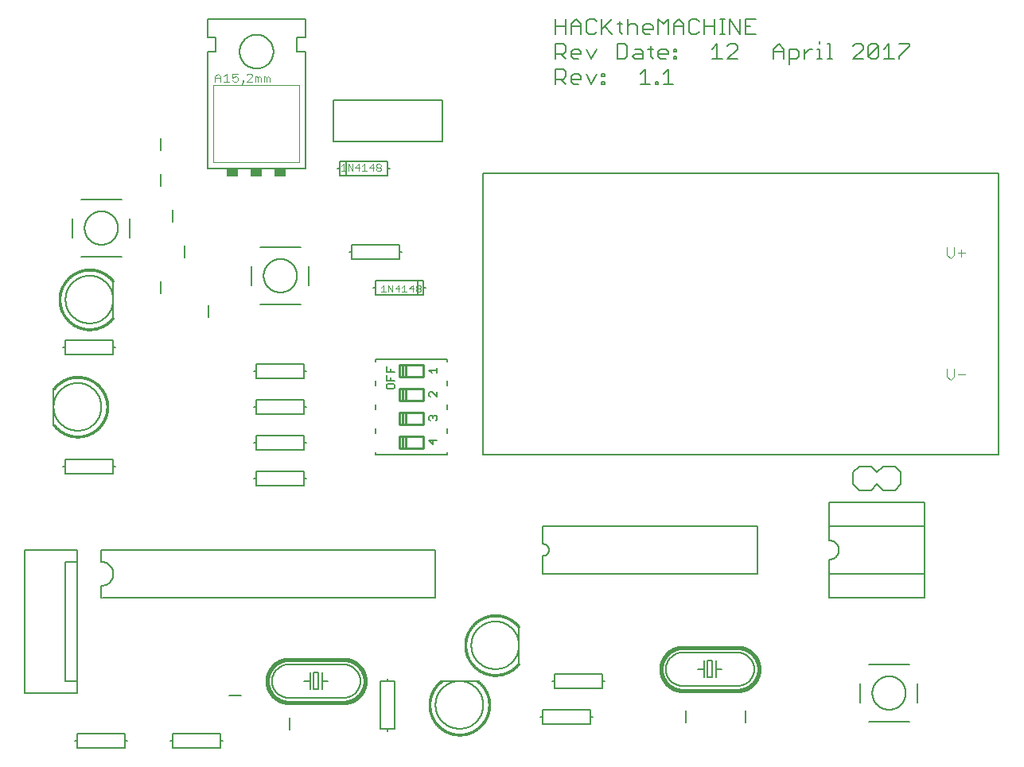
<source format=gto>
G75*
%MOIN*%
%OFA0B0*%
%FSLAX25Y25*%
%IPPOS*%
%LPD*%
%AMOC8*
5,1,8,0,0,1.08239X$1,22.5*
%
%ADD10C,0.00600*%
%ADD11C,0.00800*%
%ADD12C,0.01000*%
%ADD13C,0.00500*%
%ADD14C,0.00100*%
%ADD15C,0.00400*%
%ADD16C,0.01600*%
%ADD17C,0.00300*%
%ADD18C,0.00200*%
%ADD19R,0.05000X0.03500*%
D10*
X0061800Y0086800D02*
X0061800Y0091800D01*
X0061940Y0091802D01*
X0062080Y0091808D01*
X0062220Y0091818D01*
X0062360Y0091831D01*
X0062499Y0091849D01*
X0062638Y0091871D01*
X0062775Y0091896D01*
X0062913Y0091925D01*
X0063049Y0091958D01*
X0063184Y0091995D01*
X0063318Y0092036D01*
X0063451Y0092081D01*
X0063583Y0092129D01*
X0063713Y0092181D01*
X0063842Y0092236D01*
X0063969Y0092295D01*
X0064095Y0092358D01*
X0064219Y0092424D01*
X0064340Y0092493D01*
X0064460Y0092566D01*
X0064578Y0092643D01*
X0064693Y0092722D01*
X0064807Y0092805D01*
X0064917Y0092891D01*
X0065026Y0092980D01*
X0065132Y0093072D01*
X0065235Y0093167D01*
X0065336Y0093264D01*
X0065433Y0093365D01*
X0065528Y0093468D01*
X0065620Y0093574D01*
X0065709Y0093683D01*
X0065795Y0093793D01*
X0065878Y0093907D01*
X0065957Y0094022D01*
X0066034Y0094140D01*
X0066107Y0094260D01*
X0066176Y0094381D01*
X0066242Y0094505D01*
X0066305Y0094631D01*
X0066364Y0094758D01*
X0066419Y0094887D01*
X0066471Y0095017D01*
X0066519Y0095149D01*
X0066564Y0095282D01*
X0066605Y0095416D01*
X0066642Y0095551D01*
X0066675Y0095687D01*
X0066704Y0095825D01*
X0066729Y0095962D01*
X0066751Y0096101D01*
X0066769Y0096240D01*
X0066782Y0096380D01*
X0066792Y0096520D01*
X0066798Y0096660D01*
X0066800Y0096800D01*
X0066798Y0096940D01*
X0066792Y0097080D01*
X0066782Y0097220D01*
X0066769Y0097360D01*
X0066751Y0097499D01*
X0066729Y0097638D01*
X0066704Y0097775D01*
X0066675Y0097913D01*
X0066642Y0098049D01*
X0066605Y0098184D01*
X0066564Y0098318D01*
X0066519Y0098451D01*
X0066471Y0098583D01*
X0066419Y0098713D01*
X0066364Y0098842D01*
X0066305Y0098969D01*
X0066242Y0099095D01*
X0066176Y0099219D01*
X0066107Y0099340D01*
X0066034Y0099460D01*
X0065957Y0099578D01*
X0065878Y0099693D01*
X0065795Y0099807D01*
X0065709Y0099917D01*
X0065620Y0100026D01*
X0065528Y0100132D01*
X0065433Y0100235D01*
X0065336Y0100336D01*
X0065235Y0100433D01*
X0065132Y0100528D01*
X0065026Y0100620D01*
X0064917Y0100709D01*
X0064807Y0100795D01*
X0064693Y0100878D01*
X0064578Y0100957D01*
X0064460Y0101034D01*
X0064340Y0101107D01*
X0064219Y0101176D01*
X0064095Y0101242D01*
X0063969Y0101305D01*
X0063842Y0101364D01*
X0063713Y0101419D01*
X0063583Y0101471D01*
X0063451Y0101519D01*
X0063318Y0101564D01*
X0063184Y0101605D01*
X0063049Y0101642D01*
X0062913Y0101675D01*
X0062775Y0101704D01*
X0062638Y0101729D01*
X0062499Y0101751D01*
X0062360Y0101769D01*
X0062220Y0101782D01*
X0062080Y0101792D01*
X0061940Y0101798D01*
X0061800Y0101800D01*
X0061800Y0106800D01*
X0201800Y0106800D01*
X0201800Y0086800D01*
X0062300Y0086800D01*
X0140300Y0058800D02*
X0163300Y0058800D01*
X0163470Y0058798D01*
X0163641Y0058792D01*
X0163811Y0058781D01*
X0163981Y0058767D01*
X0164150Y0058748D01*
X0164319Y0058725D01*
X0164488Y0058699D01*
X0164655Y0058668D01*
X0164822Y0058633D01*
X0164988Y0058593D01*
X0165153Y0058550D01*
X0165317Y0058503D01*
X0165479Y0058452D01*
X0165641Y0058397D01*
X0165801Y0058338D01*
X0165959Y0058275D01*
X0166116Y0058209D01*
X0166271Y0058138D01*
X0166425Y0058064D01*
X0166576Y0057986D01*
X0166726Y0057904D01*
X0166874Y0057819D01*
X0167019Y0057730D01*
X0167162Y0057638D01*
X0167303Y0057542D01*
X0167442Y0057443D01*
X0167578Y0057340D01*
X0167712Y0057235D01*
X0167843Y0057126D01*
X0167971Y0057013D01*
X0168097Y0056898D01*
X0168220Y0056780D01*
X0168339Y0056659D01*
X0168456Y0056534D01*
X0168570Y0056407D01*
X0168681Y0056278D01*
X0168788Y0056145D01*
X0168892Y0056010D01*
X0168993Y0055873D01*
X0169091Y0055733D01*
X0169185Y0055591D01*
X0169275Y0055447D01*
X0169362Y0055300D01*
X0169446Y0055151D01*
X0169525Y0055001D01*
X0169601Y0054848D01*
X0169674Y0054694D01*
X0169742Y0054538D01*
X0169807Y0054380D01*
X0169868Y0054221D01*
X0169925Y0054060D01*
X0169978Y0053898D01*
X0170027Y0053735D01*
X0170072Y0053571D01*
X0170113Y0053405D01*
X0170151Y0053239D01*
X0170184Y0053071D01*
X0170212Y0052903D01*
X0170237Y0052735D01*
X0170258Y0052566D01*
X0170275Y0052396D01*
X0170287Y0052226D01*
X0170295Y0052056D01*
X0170299Y0051885D01*
X0170299Y0051715D01*
X0170295Y0051544D01*
X0170287Y0051374D01*
X0170275Y0051204D01*
X0170258Y0051034D01*
X0170237Y0050865D01*
X0170212Y0050697D01*
X0170184Y0050529D01*
X0170151Y0050361D01*
X0170113Y0050195D01*
X0170072Y0050029D01*
X0170027Y0049865D01*
X0169978Y0049702D01*
X0169925Y0049540D01*
X0169868Y0049379D01*
X0169807Y0049220D01*
X0169742Y0049062D01*
X0169674Y0048906D01*
X0169601Y0048752D01*
X0169525Y0048599D01*
X0169446Y0048449D01*
X0169362Y0048300D01*
X0169275Y0048153D01*
X0169185Y0048009D01*
X0169091Y0047867D01*
X0168993Y0047727D01*
X0168892Y0047590D01*
X0168788Y0047455D01*
X0168681Y0047322D01*
X0168570Y0047193D01*
X0168456Y0047066D01*
X0168339Y0046941D01*
X0168220Y0046820D01*
X0168097Y0046702D01*
X0167971Y0046587D01*
X0167843Y0046474D01*
X0167712Y0046365D01*
X0167578Y0046260D01*
X0167442Y0046157D01*
X0167303Y0046058D01*
X0167162Y0045962D01*
X0167019Y0045870D01*
X0166874Y0045781D01*
X0166726Y0045696D01*
X0166576Y0045614D01*
X0166425Y0045536D01*
X0166271Y0045462D01*
X0166116Y0045391D01*
X0165959Y0045325D01*
X0165801Y0045262D01*
X0165641Y0045203D01*
X0165479Y0045148D01*
X0165317Y0045097D01*
X0165153Y0045050D01*
X0164988Y0045007D01*
X0164822Y0044967D01*
X0164655Y0044932D01*
X0164488Y0044901D01*
X0164319Y0044875D01*
X0164150Y0044852D01*
X0163981Y0044833D01*
X0163811Y0044819D01*
X0163641Y0044808D01*
X0163470Y0044802D01*
X0163300Y0044800D01*
X0140300Y0044800D01*
X0140130Y0044802D01*
X0139959Y0044808D01*
X0139789Y0044819D01*
X0139619Y0044833D01*
X0139450Y0044852D01*
X0139281Y0044875D01*
X0139112Y0044901D01*
X0138945Y0044932D01*
X0138778Y0044967D01*
X0138612Y0045007D01*
X0138447Y0045050D01*
X0138283Y0045097D01*
X0138121Y0045148D01*
X0137959Y0045203D01*
X0137799Y0045262D01*
X0137641Y0045325D01*
X0137484Y0045391D01*
X0137329Y0045462D01*
X0137175Y0045536D01*
X0137024Y0045614D01*
X0136874Y0045696D01*
X0136726Y0045781D01*
X0136581Y0045870D01*
X0136438Y0045962D01*
X0136297Y0046058D01*
X0136158Y0046157D01*
X0136022Y0046260D01*
X0135888Y0046365D01*
X0135757Y0046474D01*
X0135629Y0046587D01*
X0135503Y0046702D01*
X0135380Y0046820D01*
X0135261Y0046941D01*
X0135144Y0047066D01*
X0135030Y0047193D01*
X0134919Y0047322D01*
X0134812Y0047455D01*
X0134708Y0047590D01*
X0134607Y0047727D01*
X0134509Y0047867D01*
X0134415Y0048009D01*
X0134325Y0048153D01*
X0134238Y0048300D01*
X0134154Y0048449D01*
X0134075Y0048599D01*
X0133999Y0048752D01*
X0133926Y0048906D01*
X0133858Y0049062D01*
X0133793Y0049220D01*
X0133732Y0049379D01*
X0133675Y0049540D01*
X0133622Y0049702D01*
X0133573Y0049865D01*
X0133528Y0050029D01*
X0133487Y0050195D01*
X0133449Y0050361D01*
X0133416Y0050529D01*
X0133388Y0050697D01*
X0133363Y0050865D01*
X0133342Y0051034D01*
X0133325Y0051204D01*
X0133313Y0051374D01*
X0133305Y0051544D01*
X0133301Y0051715D01*
X0133301Y0051885D01*
X0133305Y0052056D01*
X0133313Y0052226D01*
X0133325Y0052396D01*
X0133342Y0052566D01*
X0133363Y0052735D01*
X0133388Y0052903D01*
X0133416Y0053071D01*
X0133449Y0053239D01*
X0133487Y0053405D01*
X0133528Y0053571D01*
X0133573Y0053735D01*
X0133622Y0053898D01*
X0133675Y0054060D01*
X0133732Y0054221D01*
X0133793Y0054380D01*
X0133858Y0054538D01*
X0133926Y0054694D01*
X0133999Y0054848D01*
X0134075Y0055001D01*
X0134154Y0055151D01*
X0134238Y0055300D01*
X0134325Y0055447D01*
X0134415Y0055591D01*
X0134509Y0055733D01*
X0134607Y0055873D01*
X0134708Y0056010D01*
X0134812Y0056145D01*
X0134919Y0056278D01*
X0135030Y0056407D01*
X0135144Y0056534D01*
X0135261Y0056659D01*
X0135380Y0056780D01*
X0135503Y0056898D01*
X0135629Y0057013D01*
X0135757Y0057126D01*
X0135888Y0057235D01*
X0136022Y0057340D01*
X0136158Y0057443D01*
X0136297Y0057542D01*
X0136438Y0057638D01*
X0136581Y0057730D01*
X0136726Y0057819D01*
X0136874Y0057904D01*
X0137024Y0057986D01*
X0137175Y0058064D01*
X0137329Y0058138D01*
X0137484Y0058209D01*
X0137641Y0058275D01*
X0137799Y0058338D01*
X0137959Y0058397D01*
X0138121Y0058452D01*
X0138283Y0058503D01*
X0138447Y0058550D01*
X0138612Y0058593D01*
X0138778Y0058633D01*
X0138945Y0058668D01*
X0139112Y0058699D01*
X0139281Y0058725D01*
X0139450Y0058748D01*
X0139619Y0058767D01*
X0139789Y0058781D01*
X0139959Y0058792D01*
X0140130Y0058798D01*
X0140300Y0058800D01*
X0146800Y0051800D02*
X0149300Y0051800D01*
X0149300Y0055300D01*
X0150800Y0055300D02*
X0152800Y0055300D01*
X0152800Y0048300D01*
X0150800Y0048300D01*
X0150800Y0055300D01*
X0154300Y0055300D02*
X0154300Y0051800D01*
X0156800Y0051800D01*
X0154300Y0051800D02*
X0154300Y0048300D01*
X0149300Y0048300D02*
X0149300Y0051800D01*
X0201800Y0041800D02*
X0201803Y0042045D01*
X0201812Y0042291D01*
X0201827Y0042536D01*
X0201848Y0042780D01*
X0201875Y0043024D01*
X0201908Y0043267D01*
X0201947Y0043510D01*
X0201992Y0043751D01*
X0202043Y0043991D01*
X0202100Y0044230D01*
X0202162Y0044467D01*
X0202231Y0044703D01*
X0202305Y0044937D01*
X0202385Y0045169D01*
X0202470Y0045399D01*
X0202561Y0045627D01*
X0202658Y0045852D01*
X0202760Y0046076D01*
X0202868Y0046296D01*
X0202981Y0046514D01*
X0203099Y0046729D01*
X0203223Y0046941D01*
X0203351Y0047150D01*
X0203485Y0047356D01*
X0203624Y0047558D01*
X0203768Y0047757D01*
X0203917Y0047952D01*
X0204070Y0048144D01*
X0204228Y0048332D01*
X0204390Y0048516D01*
X0204558Y0048695D01*
X0204729Y0048871D01*
X0204905Y0049042D01*
X0205084Y0049210D01*
X0205268Y0049372D01*
X0205456Y0049530D01*
X0205648Y0049683D01*
X0205843Y0049832D01*
X0206042Y0049976D01*
X0206244Y0050115D01*
X0206450Y0050249D01*
X0206659Y0050377D01*
X0206871Y0050501D01*
X0207086Y0050619D01*
X0207304Y0050732D01*
X0207524Y0050840D01*
X0207748Y0050942D01*
X0207973Y0051039D01*
X0208201Y0051130D01*
X0208431Y0051215D01*
X0208663Y0051295D01*
X0208897Y0051369D01*
X0209133Y0051438D01*
X0209370Y0051500D01*
X0209609Y0051557D01*
X0209849Y0051608D01*
X0210090Y0051653D01*
X0210333Y0051692D01*
X0210576Y0051725D01*
X0210820Y0051752D01*
X0211064Y0051773D01*
X0211309Y0051788D01*
X0211555Y0051797D01*
X0211800Y0051800D01*
X0212045Y0051797D01*
X0212291Y0051788D01*
X0212536Y0051773D01*
X0212780Y0051752D01*
X0213024Y0051725D01*
X0213267Y0051692D01*
X0213510Y0051653D01*
X0213751Y0051608D01*
X0213991Y0051557D01*
X0214230Y0051500D01*
X0214467Y0051438D01*
X0214703Y0051369D01*
X0214937Y0051295D01*
X0215169Y0051215D01*
X0215399Y0051130D01*
X0215627Y0051039D01*
X0215852Y0050942D01*
X0216076Y0050840D01*
X0216296Y0050732D01*
X0216514Y0050619D01*
X0216729Y0050501D01*
X0216941Y0050377D01*
X0217150Y0050249D01*
X0217356Y0050115D01*
X0217558Y0049976D01*
X0217757Y0049832D01*
X0217952Y0049683D01*
X0218144Y0049530D01*
X0218332Y0049372D01*
X0218516Y0049210D01*
X0218695Y0049042D01*
X0218871Y0048871D01*
X0219042Y0048695D01*
X0219210Y0048516D01*
X0219372Y0048332D01*
X0219530Y0048144D01*
X0219683Y0047952D01*
X0219832Y0047757D01*
X0219976Y0047558D01*
X0220115Y0047356D01*
X0220249Y0047150D01*
X0220377Y0046941D01*
X0220501Y0046729D01*
X0220619Y0046514D01*
X0220732Y0046296D01*
X0220840Y0046076D01*
X0220942Y0045852D01*
X0221039Y0045627D01*
X0221130Y0045399D01*
X0221215Y0045169D01*
X0221295Y0044937D01*
X0221369Y0044703D01*
X0221438Y0044467D01*
X0221500Y0044230D01*
X0221557Y0043991D01*
X0221608Y0043751D01*
X0221653Y0043510D01*
X0221692Y0043267D01*
X0221725Y0043024D01*
X0221752Y0042780D01*
X0221773Y0042536D01*
X0221788Y0042291D01*
X0221797Y0042045D01*
X0221800Y0041800D01*
X0221797Y0041555D01*
X0221788Y0041309D01*
X0221773Y0041064D01*
X0221752Y0040820D01*
X0221725Y0040576D01*
X0221692Y0040333D01*
X0221653Y0040090D01*
X0221608Y0039849D01*
X0221557Y0039609D01*
X0221500Y0039370D01*
X0221438Y0039133D01*
X0221369Y0038897D01*
X0221295Y0038663D01*
X0221215Y0038431D01*
X0221130Y0038201D01*
X0221039Y0037973D01*
X0220942Y0037748D01*
X0220840Y0037524D01*
X0220732Y0037304D01*
X0220619Y0037086D01*
X0220501Y0036871D01*
X0220377Y0036659D01*
X0220249Y0036450D01*
X0220115Y0036244D01*
X0219976Y0036042D01*
X0219832Y0035843D01*
X0219683Y0035648D01*
X0219530Y0035456D01*
X0219372Y0035268D01*
X0219210Y0035084D01*
X0219042Y0034905D01*
X0218871Y0034729D01*
X0218695Y0034558D01*
X0218516Y0034390D01*
X0218332Y0034228D01*
X0218144Y0034070D01*
X0217952Y0033917D01*
X0217757Y0033768D01*
X0217558Y0033624D01*
X0217356Y0033485D01*
X0217150Y0033351D01*
X0216941Y0033223D01*
X0216729Y0033099D01*
X0216514Y0032981D01*
X0216296Y0032868D01*
X0216076Y0032760D01*
X0215852Y0032658D01*
X0215627Y0032561D01*
X0215399Y0032470D01*
X0215169Y0032385D01*
X0214937Y0032305D01*
X0214703Y0032231D01*
X0214467Y0032162D01*
X0214230Y0032100D01*
X0213991Y0032043D01*
X0213751Y0031992D01*
X0213510Y0031947D01*
X0213267Y0031908D01*
X0213024Y0031875D01*
X0212780Y0031848D01*
X0212536Y0031827D01*
X0212291Y0031812D01*
X0212045Y0031803D01*
X0211800Y0031800D01*
X0211555Y0031803D01*
X0211309Y0031812D01*
X0211064Y0031827D01*
X0210820Y0031848D01*
X0210576Y0031875D01*
X0210333Y0031908D01*
X0210090Y0031947D01*
X0209849Y0031992D01*
X0209609Y0032043D01*
X0209370Y0032100D01*
X0209133Y0032162D01*
X0208897Y0032231D01*
X0208663Y0032305D01*
X0208431Y0032385D01*
X0208201Y0032470D01*
X0207973Y0032561D01*
X0207748Y0032658D01*
X0207524Y0032760D01*
X0207304Y0032868D01*
X0207086Y0032981D01*
X0206871Y0033099D01*
X0206659Y0033223D01*
X0206450Y0033351D01*
X0206244Y0033485D01*
X0206042Y0033624D01*
X0205843Y0033768D01*
X0205648Y0033917D01*
X0205456Y0034070D01*
X0205268Y0034228D01*
X0205084Y0034390D01*
X0204905Y0034558D01*
X0204729Y0034729D01*
X0204558Y0034905D01*
X0204390Y0035084D01*
X0204228Y0035268D01*
X0204070Y0035456D01*
X0203917Y0035648D01*
X0203768Y0035843D01*
X0203624Y0036042D01*
X0203485Y0036244D01*
X0203351Y0036450D01*
X0203223Y0036659D01*
X0203099Y0036871D01*
X0202981Y0037086D01*
X0202868Y0037304D01*
X0202760Y0037524D01*
X0202658Y0037748D01*
X0202561Y0037973D01*
X0202470Y0038201D01*
X0202385Y0038431D01*
X0202305Y0038663D01*
X0202231Y0038897D01*
X0202162Y0039133D01*
X0202100Y0039370D01*
X0202043Y0039609D01*
X0201992Y0039849D01*
X0201947Y0040090D01*
X0201908Y0040333D01*
X0201875Y0040576D01*
X0201848Y0040820D01*
X0201827Y0041064D01*
X0201812Y0041309D01*
X0201803Y0041555D01*
X0201800Y0041800D01*
X0216800Y0066800D02*
X0216803Y0067045D01*
X0216812Y0067291D01*
X0216827Y0067536D01*
X0216848Y0067780D01*
X0216875Y0068024D01*
X0216908Y0068267D01*
X0216947Y0068510D01*
X0216992Y0068751D01*
X0217043Y0068991D01*
X0217100Y0069230D01*
X0217162Y0069467D01*
X0217231Y0069703D01*
X0217305Y0069937D01*
X0217385Y0070169D01*
X0217470Y0070399D01*
X0217561Y0070627D01*
X0217658Y0070852D01*
X0217760Y0071076D01*
X0217868Y0071296D01*
X0217981Y0071514D01*
X0218099Y0071729D01*
X0218223Y0071941D01*
X0218351Y0072150D01*
X0218485Y0072356D01*
X0218624Y0072558D01*
X0218768Y0072757D01*
X0218917Y0072952D01*
X0219070Y0073144D01*
X0219228Y0073332D01*
X0219390Y0073516D01*
X0219558Y0073695D01*
X0219729Y0073871D01*
X0219905Y0074042D01*
X0220084Y0074210D01*
X0220268Y0074372D01*
X0220456Y0074530D01*
X0220648Y0074683D01*
X0220843Y0074832D01*
X0221042Y0074976D01*
X0221244Y0075115D01*
X0221450Y0075249D01*
X0221659Y0075377D01*
X0221871Y0075501D01*
X0222086Y0075619D01*
X0222304Y0075732D01*
X0222524Y0075840D01*
X0222748Y0075942D01*
X0222973Y0076039D01*
X0223201Y0076130D01*
X0223431Y0076215D01*
X0223663Y0076295D01*
X0223897Y0076369D01*
X0224133Y0076438D01*
X0224370Y0076500D01*
X0224609Y0076557D01*
X0224849Y0076608D01*
X0225090Y0076653D01*
X0225333Y0076692D01*
X0225576Y0076725D01*
X0225820Y0076752D01*
X0226064Y0076773D01*
X0226309Y0076788D01*
X0226555Y0076797D01*
X0226800Y0076800D01*
X0227045Y0076797D01*
X0227291Y0076788D01*
X0227536Y0076773D01*
X0227780Y0076752D01*
X0228024Y0076725D01*
X0228267Y0076692D01*
X0228510Y0076653D01*
X0228751Y0076608D01*
X0228991Y0076557D01*
X0229230Y0076500D01*
X0229467Y0076438D01*
X0229703Y0076369D01*
X0229937Y0076295D01*
X0230169Y0076215D01*
X0230399Y0076130D01*
X0230627Y0076039D01*
X0230852Y0075942D01*
X0231076Y0075840D01*
X0231296Y0075732D01*
X0231514Y0075619D01*
X0231729Y0075501D01*
X0231941Y0075377D01*
X0232150Y0075249D01*
X0232356Y0075115D01*
X0232558Y0074976D01*
X0232757Y0074832D01*
X0232952Y0074683D01*
X0233144Y0074530D01*
X0233332Y0074372D01*
X0233516Y0074210D01*
X0233695Y0074042D01*
X0233871Y0073871D01*
X0234042Y0073695D01*
X0234210Y0073516D01*
X0234372Y0073332D01*
X0234530Y0073144D01*
X0234683Y0072952D01*
X0234832Y0072757D01*
X0234976Y0072558D01*
X0235115Y0072356D01*
X0235249Y0072150D01*
X0235377Y0071941D01*
X0235501Y0071729D01*
X0235619Y0071514D01*
X0235732Y0071296D01*
X0235840Y0071076D01*
X0235942Y0070852D01*
X0236039Y0070627D01*
X0236130Y0070399D01*
X0236215Y0070169D01*
X0236295Y0069937D01*
X0236369Y0069703D01*
X0236438Y0069467D01*
X0236500Y0069230D01*
X0236557Y0068991D01*
X0236608Y0068751D01*
X0236653Y0068510D01*
X0236692Y0068267D01*
X0236725Y0068024D01*
X0236752Y0067780D01*
X0236773Y0067536D01*
X0236788Y0067291D01*
X0236797Y0067045D01*
X0236800Y0066800D01*
X0236797Y0066555D01*
X0236788Y0066309D01*
X0236773Y0066064D01*
X0236752Y0065820D01*
X0236725Y0065576D01*
X0236692Y0065333D01*
X0236653Y0065090D01*
X0236608Y0064849D01*
X0236557Y0064609D01*
X0236500Y0064370D01*
X0236438Y0064133D01*
X0236369Y0063897D01*
X0236295Y0063663D01*
X0236215Y0063431D01*
X0236130Y0063201D01*
X0236039Y0062973D01*
X0235942Y0062748D01*
X0235840Y0062524D01*
X0235732Y0062304D01*
X0235619Y0062086D01*
X0235501Y0061871D01*
X0235377Y0061659D01*
X0235249Y0061450D01*
X0235115Y0061244D01*
X0234976Y0061042D01*
X0234832Y0060843D01*
X0234683Y0060648D01*
X0234530Y0060456D01*
X0234372Y0060268D01*
X0234210Y0060084D01*
X0234042Y0059905D01*
X0233871Y0059729D01*
X0233695Y0059558D01*
X0233516Y0059390D01*
X0233332Y0059228D01*
X0233144Y0059070D01*
X0232952Y0058917D01*
X0232757Y0058768D01*
X0232558Y0058624D01*
X0232356Y0058485D01*
X0232150Y0058351D01*
X0231941Y0058223D01*
X0231729Y0058099D01*
X0231514Y0057981D01*
X0231296Y0057868D01*
X0231076Y0057760D01*
X0230852Y0057658D01*
X0230627Y0057561D01*
X0230399Y0057470D01*
X0230169Y0057385D01*
X0229937Y0057305D01*
X0229703Y0057231D01*
X0229467Y0057162D01*
X0229230Y0057100D01*
X0228991Y0057043D01*
X0228751Y0056992D01*
X0228510Y0056947D01*
X0228267Y0056908D01*
X0228024Y0056875D01*
X0227780Y0056848D01*
X0227536Y0056827D01*
X0227291Y0056812D01*
X0227045Y0056803D01*
X0226800Y0056800D01*
X0226555Y0056803D01*
X0226309Y0056812D01*
X0226064Y0056827D01*
X0225820Y0056848D01*
X0225576Y0056875D01*
X0225333Y0056908D01*
X0225090Y0056947D01*
X0224849Y0056992D01*
X0224609Y0057043D01*
X0224370Y0057100D01*
X0224133Y0057162D01*
X0223897Y0057231D01*
X0223663Y0057305D01*
X0223431Y0057385D01*
X0223201Y0057470D01*
X0222973Y0057561D01*
X0222748Y0057658D01*
X0222524Y0057760D01*
X0222304Y0057868D01*
X0222086Y0057981D01*
X0221871Y0058099D01*
X0221659Y0058223D01*
X0221450Y0058351D01*
X0221244Y0058485D01*
X0221042Y0058624D01*
X0220843Y0058768D01*
X0220648Y0058917D01*
X0220456Y0059070D01*
X0220268Y0059228D01*
X0220084Y0059390D01*
X0219905Y0059558D01*
X0219729Y0059729D01*
X0219558Y0059905D01*
X0219390Y0060084D01*
X0219228Y0060268D01*
X0219070Y0060456D01*
X0218917Y0060648D01*
X0218768Y0060843D01*
X0218624Y0061042D01*
X0218485Y0061244D01*
X0218351Y0061450D01*
X0218223Y0061659D01*
X0218099Y0061871D01*
X0217981Y0062086D01*
X0217868Y0062304D01*
X0217760Y0062524D01*
X0217658Y0062748D01*
X0217561Y0062973D01*
X0217470Y0063201D01*
X0217385Y0063431D01*
X0217305Y0063663D01*
X0217231Y0063897D01*
X0217162Y0064133D01*
X0217100Y0064370D01*
X0217043Y0064609D01*
X0216992Y0064849D01*
X0216947Y0065090D01*
X0216908Y0065333D01*
X0216875Y0065576D01*
X0216848Y0065820D01*
X0216827Y0066064D01*
X0216812Y0066309D01*
X0216803Y0066555D01*
X0216800Y0066800D01*
X0246800Y0096800D02*
X0336800Y0096800D01*
X0336800Y0116800D01*
X0246800Y0116800D01*
X0246800Y0109300D01*
X0246898Y0109298D01*
X0246996Y0109292D01*
X0247094Y0109283D01*
X0247191Y0109269D01*
X0247288Y0109252D01*
X0247384Y0109231D01*
X0247479Y0109206D01*
X0247573Y0109178D01*
X0247665Y0109145D01*
X0247757Y0109110D01*
X0247847Y0109070D01*
X0247935Y0109028D01*
X0248022Y0108981D01*
X0248106Y0108932D01*
X0248189Y0108879D01*
X0248269Y0108823D01*
X0248348Y0108763D01*
X0248424Y0108701D01*
X0248497Y0108636D01*
X0248568Y0108568D01*
X0248636Y0108497D01*
X0248701Y0108424D01*
X0248763Y0108348D01*
X0248823Y0108269D01*
X0248879Y0108189D01*
X0248932Y0108106D01*
X0248981Y0108022D01*
X0249028Y0107935D01*
X0249070Y0107847D01*
X0249110Y0107757D01*
X0249145Y0107665D01*
X0249178Y0107573D01*
X0249206Y0107479D01*
X0249231Y0107384D01*
X0249252Y0107288D01*
X0249269Y0107191D01*
X0249283Y0107094D01*
X0249292Y0106996D01*
X0249298Y0106898D01*
X0249300Y0106800D01*
X0249298Y0106702D01*
X0249292Y0106604D01*
X0249283Y0106506D01*
X0249269Y0106409D01*
X0249252Y0106312D01*
X0249231Y0106216D01*
X0249206Y0106121D01*
X0249178Y0106027D01*
X0249145Y0105935D01*
X0249110Y0105843D01*
X0249070Y0105753D01*
X0249028Y0105665D01*
X0248981Y0105578D01*
X0248932Y0105494D01*
X0248879Y0105411D01*
X0248823Y0105331D01*
X0248763Y0105252D01*
X0248701Y0105176D01*
X0248636Y0105103D01*
X0248568Y0105032D01*
X0248497Y0104964D01*
X0248424Y0104899D01*
X0248348Y0104837D01*
X0248269Y0104777D01*
X0248189Y0104721D01*
X0248106Y0104668D01*
X0248022Y0104619D01*
X0247935Y0104572D01*
X0247847Y0104530D01*
X0247757Y0104490D01*
X0247665Y0104455D01*
X0247573Y0104422D01*
X0247479Y0104394D01*
X0247384Y0104369D01*
X0247288Y0104348D01*
X0247191Y0104331D01*
X0247094Y0104317D01*
X0246996Y0104308D01*
X0246898Y0104302D01*
X0246800Y0104300D01*
X0246800Y0096800D01*
X0305300Y0063800D02*
X0328300Y0063800D01*
X0328470Y0063798D01*
X0328641Y0063792D01*
X0328811Y0063781D01*
X0328981Y0063767D01*
X0329150Y0063748D01*
X0329319Y0063725D01*
X0329488Y0063699D01*
X0329655Y0063668D01*
X0329822Y0063633D01*
X0329988Y0063593D01*
X0330153Y0063550D01*
X0330317Y0063503D01*
X0330479Y0063452D01*
X0330641Y0063397D01*
X0330801Y0063338D01*
X0330959Y0063275D01*
X0331116Y0063209D01*
X0331271Y0063138D01*
X0331425Y0063064D01*
X0331576Y0062986D01*
X0331726Y0062904D01*
X0331874Y0062819D01*
X0332019Y0062730D01*
X0332162Y0062638D01*
X0332303Y0062542D01*
X0332442Y0062443D01*
X0332578Y0062340D01*
X0332712Y0062235D01*
X0332843Y0062126D01*
X0332971Y0062013D01*
X0333097Y0061898D01*
X0333220Y0061780D01*
X0333339Y0061659D01*
X0333456Y0061534D01*
X0333570Y0061407D01*
X0333681Y0061278D01*
X0333788Y0061145D01*
X0333892Y0061010D01*
X0333993Y0060873D01*
X0334091Y0060733D01*
X0334185Y0060591D01*
X0334275Y0060447D01*
X0334362Y0060300D01*
X0334446Y0060151D01*
X0334525Y0060001D01*
X0334601Y0059848D01*
X0334674Y0059694D01*
X0334742Y0059538D01*
X0334807Y0059380D01*
X0334868Y0059221D01*
X0334925Y0059060D01*
X0334978Y0058898D01*
X0335027Y0058735D01*
X0335072Y0058571D01*
X0335113Y0058405D01*
X0335151Y0058239D01*
X0335184Y0058071D01*
X0335212Y0057903D01*
X0335237Y0057735D01*
X0335258Y0057566D01*
X0335275Y0057396D01*
X0335287Y0057226D01*
X0335295Y0057056D01*
X0335299Y0056885D01*
X0335299Y0056715D01*
X0335295Y0056544D01*
X0335287Y0056374D01*
X0335275Y0056204D01*
X0335258Y0056034D01*
X0335237Y0055865D01*
X0335212Y0055697D01*
X0335184Y0055529D01*
X0335151Y0055361D01*
X0335113Y0055195D01*
X0335072Y0055029D01*
X0335027Y0054865D01*
X0334978Y0054702D01*
X0334925Y0054540D01*
X0334868Y0054379D01*
X0334807Y0054220D01*
X0334742Y0054062D01*
X0334674Y0053906D01*
X0334601Y0053752D01*
X0334525Y0053599D01*
X0334446Y0053449D01*
X0334362Y0053300D01*
X0334275Y0053153D01*
X0334185Y0053009D01*
X0334091Y0052867D01*
X0333993Y0052727D01*
X0333892Y0052590D01*
X0333788Y0052455D01*
X0333681Y0052322D01*
X0333570Y0052193D01*
X0333456Y0052066D01*
X0333339Y0051941D01*
X0333220Y0051820D01*
X0333097Y0051702D01*
X0332971Y0051587D01*
X0332843Y0051474D01*
X0332712Y0051365D01*
X0332578Y0051260D01*
X0332442Y0051157D01*
X0332303Y0051058D01*
X0332162Y0050962D01*
X0332019Y0050870D01*
X0331874Y0050781D01*
X0331726Y0050696D01*
X0331576Y0050614D01*
X0331425Y0050536D01*
X0331271Y0050462D01*
X0331116Y0050391D01*
X0330959Y0050325D01*
X0330801Y0050262D01*
X0330641Y0050203D01*
X0330479Y0050148D01*
X0330317Y0050097D01*
X0330153Y0050050D01*
X0329988Y0050007D01*
X0329822Y0049967D01*
X0329655Y0049932D01*
X0329488Y0049901D01*
X0329319Y0049875D01*
X0329150Y0049852D01*
X0328981Y0049833D01*
X0328811Y0049819D01*
X0328641Y0049808D01*
X0328470Y0049802D01*
X0328300Y0049800D01*
X0305300Y0049800D01*
X0305130Y0049802D01*
X0304959Y0049808D01*
X0304789Y0049819D01*
X0304619Y0049833D01*
X0304450Y0049852D01*
X0304281Y0049875D01*
X0304112Y0049901D01*
X0303945Y0049932D01*
X0303778Y0049967D01*
X0303612Y0050007D01*
X0303447Y0050050D01*
X0303283Y0050097D01*
X0303121Y0050148D01*
X0302959Y0050203D01*
X0302799Y0050262D01*
X0302641Y0050325D01*
X0302484Y0050391D01*
X0302329Y0050462D01*
X0302175Y0050536D01*
X0302024Y0050614D01*
X0301874Y0050696D01*
X0301726Y0050781D01*
X0301581Y0050870D01*
X0301438Y0050962D01*
X0301297Y0051058D01*
X0301158Y0051157D01*
X0301022Y0051260D01*
X0300888Y0051365D01*
X0300757Y0051474D01*
X0300629Y0051587D01*
X0300503Y0051702D01*
X0300380Y0051820D01*
X0300261Y0051941D01*
X0300144Y0052066D01*
X0300030Y0052193D01*
X0299919Y0052322D01*
X0299812Y0052455D01*
X0299708Y0052590D01*
X0299607Y0052727D01*
X0299509Y0052867D01*
X0299415Y0053009D01*
X0299325Y0053153D01*
X0299238Y0053300D01*
X0299154Y0053449D01*
X0299075Y0053599D01*
X0298999Y0053752D01*
X0298926Y0053906D01*
X0298858Y0054062D01*
X0298793Y0054220D01*
X0298732Y0054379D01*
X0298675Y0054540D01*
X0298622Y0054702D01*
X0298573Y0054865D01*
X0298528Y0055029D01*
X0298487Y0055195D01*
X0298449Y0055361D01*
X0298416Y0055529D01*
X0298388Y0055697D01*
X0298363Y0055865D01*
X0298342Y0056034D01*
X0298325Y0056204D01*
X0298313Y0056374D01*
X0298305Y0056544D01*
X0298301Y0056715D01*
X0298301Y0056885D01*
X0298305Y0057056D01*
X0298313Y0057226D01*
X0298325Y0057396D01*
X0298342Y0057566D01*
X0298363Y0057735D01*
X0298388Y0057903D01*
X0298416Y0058071D01*
X0298449Y0058239D01*
X0298487Y0058405D01*
X0298528Y0058571D01*
X0298573Y0058735D01*
X0298622Y0058898D01*
X0298675Y0059060D01*
X0298732Y0059221D01*
X0298793Y0059380D01*
X0298858Y0059538D01*
X0298926Y0059694D01*
X0298999Y0059848D01*
X0299075Y0060001D01*
X0299154Y0060151D01*
X0299238Y0060300D01*
X0299325Y0060447D01*
X0299415Y0060591D01*
X0299509Y0060733D01*
X0299607Y0060873D01*
X0299708Y0061010D01*
X0299812Y0061145D01*
X0299919Y0061278D01*
X0300030Y0061407D01*
X0300144Y0061534D01*
X0300261Y0061659D01*
X0300380Y0061780D01*
X0300503Y0061898D01*
X0300629Y0062013D01*
X0300757Y0062126D01*
X0300888Y0062235D01*
X0301022Y0062340D01*
X0301158Y0062443D01*
X0301297Y0062542D01*
X0301438Y0062638D01*
X0301581Y0062730D01*
X0301726Y0062819D01*
X0301874Y0062904D01*
X0302024Y0062986D01*
X0302175Y0063064D01*
X0302329Y0063138D01*
X0302484Y0063209D01*
X0302641Y0063275D01*
X0302799Y0063338D01*
X0302959Y0063397D01*
X0303121Y0063452D01*
X0303283Y0063503D01*
X0303447Y0063550D01*
X0303612Y0063593D01*
X0303778Y0063633D01*
X0303945Y0063668D01*
X0304112Y0063699D01*
X0304281Y0063725D01*
X0304450Y0063748D01*
X0304619Y0063767D01*
X0304789Y0063781D01*
X0304959Y0063792D01*
X0305130Y0063798D01*
X0305300Y0063800D01*
X0311800Y0056800D02*
X0314300Y0056800D01*
X0314300Y0053300D01*
X0315800Y0053300D02*
X0315800Y0060300D01*
X0317800Y0060300D01*
X0317800Y0053300D01*
X0315800Y0053300D01*
X0319300Y0053300D02*
X0319300Y0056800D01*
X0321800Y0056800D01*
X0319300Y0056800D02*
X0319300Y0060300D01*
X0314300Y0060300D02*
X0314300Y0056800D01*
X0366800Y0086800D02*
X0366800Y0096800D01*
X0366800Y0102800D01*
X0366926Y0102802D01*
X0367051Y0102808D01*
X0367176Y0102818D01*
X0367301Y0102832D01*
X0367426Y0102849D01*
X0367550Y0102871D01*
X0367673Y0102896D01*
X0367795Y0102926D01*
X0367916Y0102959D01*
X0368036Y0102996D01*
X0368155Y0103036D01*
X0368272Y0103081D01*
X0368389Y0103129D01*
X0368503Y0103181D01*
X0368616Y0103236D01*
X0368727Y0103295D01*
X0368836Y0103357D01*
X0368943Y0103423D01*
X0369048Y0103492D01*
X0369151Y0103564D01*
X0369252Y0103639D01*
X0369350Y0103718D01*
X0369445Y0103800D01*
X0369538Y0103884D01*
X0369628Y0103972D01*
X0369716Y0104062D01*
X0369800Y0104155D01*
X0369882Y0104250D01*
X0369961Y0104348D01*
X0370036Y0104449D01*
X0370108Y0104552D01*
X0370177Y0104657D01*
X0370243Y0104764D01*
X0370305Y0104873D01*
X0370364Y0104984D01*
X0370419Y0105097D01*
X0370471Y0105211D01*
X0370519Y0105328D01*
X0370564Y0105445D01*
X0370604Y0105564D01*
X0370641Y0105684D01*
X0370674Y0105805D01*
X0370704Y0105927D01*
X0370729Y0106050D01*
X0370751Y0106174D01*
X0370768Y0106299D01*
X0370782Y0106424D01*
X0370792Y0106549D01*
X0370798Y0106674D01*
X0370800Y0106800D01*
X0370798Y0106926D01*
X0370792Y0107051D01*
X0370782Y0107176D01*
X0370768Y0107301D01*
X0370751Y0107426D01*
X0370729Y0107550D01*
X0370704Y0107673D01*
X0370674Y0107795D01*
X0370641Y0107916D01*
X0370604Y0108036D01*
X0370564Y0108155D01*
X0370519Y0108272D01*
X0370471Y0108389D01*
X0370419Y0108503D01*
X0370364Y0108616D01*
X0370305Y0108727D01*
X0370243Y0108836D01*
X0370177Y0108943D01*
X0370108Y0109048D01*
X0370036Y0109151D01*
X0369961Y0109252D01*
X0369882Y0109350D01*
X0369800Y0109445D01*
X0369716Y0109538D01*
X0369628Y0109628D01*
X0369538Y0109716D01*
X0369445Y0109800D01*
X0369350Y0109882D01*
X0369252Y0109961D01*
X0369151Y0110036D01*
X0369048Y0110108D01*
X0368943Y0110177D01*
X0368836Y0110243D01*
X0368727Y0110305D01*
X0368616Y0110364D01*
X0368503Y0110419D01*
X0368389Y0110471D01*
X0368272Y0110519D01*
X0368155Y0110564D01*
X0368036Y0110604D01*
X0367916Y0110641D01*
X0367795Y0110674D01*
X0367673Y0110704D01*
X0367550Y0110729D01*
X0367426Y0110751D01*
X0367301Y0110768D01*
X0367176Y0110782D01*
X0367051Y0110792D01*
X0366926Y0110798D01*
X0366800Y0110800D01*
X0366800Y0116800D02*
X0406800Y0116800D01*
X0406800Y0096800D01*
X0406800Y0086800D01*
X0366800Y0086800D01*
X0366800Y0096800D02*
X0406800Y0096800D01*
X0406800Y0116800D02*
X0406800Y0126800D01*
X0366800Y0126800D01*
X0366800Y0116800D01*
X0206800Y0146800D02*
X0176800Y0146800D01*
X0176800Y0147800D01*
X0176800Y0155800D02*
X0176800Y0157800D01*
X0176800Y0165800D02*
X0176800Y0167800D01*
X0176800Y0175800D02*
X0176800Y0177800D01*
X0176800Y0185800D02*
X0176800Y0186800D01*
X0206800Y0186800D01*
X0206800Y0185800D01*
X0206800Y0177800D02*
X0206800Y0175800D01*
X0206800Y0167800D02*
X0206800Y0165800D01*
X0206800Y0157800D02*
X0206800Y0155800D01*
X0206800Y0147800D02*
X0206800Y0146800D01*
X0046800Y0211800D02*
X0046803Y0212045D01*
X0046812Y0212291D01*
X0046827Y0212536D01*
X0046848Y0212780D01*
X0046875Y0213024D01*
X0046908Y0213267D01*
X0046947Y0213510D01*
X0046992Y0213751D01*
X0047043Y0213991D01*
X0047100Y0214230D01*
X0047162Y0214467D01*
X0047231Y0214703D01*
X0047305Y0214937D01*
X0047385Y0215169D01*
X0047470Y0215399D01*
X0047561Y0215627D01*
X0047658Y0215852D01*
X0047760Y0216076D01*
X0047868Y0216296D01*
X0047981Y0216514D01*
X0048099Y0216729D01*
X0048223Y0216941D01*
X0048351Y0217150D01*
X0048485Y0217356D01*
X0048624Y0217558D01*
X0048768Y0217757D01*
X0048917Y0217952D01*
X0049070Y0218144D01*
X0049228Y0218332D01*
X0049390Y0218516D01*
X0049558Y0218695D01*
X0049729Y0218871D01*
X0049905Y0219042D01*
X0050084Y0219210D01*
X0050268Y0219372D01*
X0050456Y0219530D01*
X0050648Y0219683D01*
X0050843Y0219832D01*
X0051042Y0219976D01*
X0051244Y0220115D01*
X0051450Y0220249D01*
X0051659Y0220377D01*
X0051871Y0220501D01*
X0052086Y0220619D01*
X0052304Y0220732D01*
X0052524Y0220840D01*
X0052748Y0220942D01*
X0052973Y0221039D01*
X0053201Y0221130D01*
X0053431Y0221215D01*
X0053663Y0221295D01*
X0053897Y0221369D01*
X0054133Y0221438D01*
X0054370Y0221500D01*
X0054609Y0221557D01*
X0054849Y0221608D01*
X0055090Y0221653D01*
X0055333Y0221692D01*
X0055576Y0221725D01*
X0055820Y0221752D01*
X0056064Y0221773D01*
X0056309Y0221788D01*
X0056555Y0221797D01*
X0056800Y0221800D01*
X0057045Y0221797D01*
X0057291Y0221788D01*
X0057536Y0221773D01*
X0057780Y0221752D01*
X0058024Y0221725D01*
X0058267Y0221692D01*
X0058510Y0221653D01*
X0058751Y0221608D01*
X0058991Y0221557D01*
X0059230Y0221500D01*
X0059467Y0221438D01*
X0059703Y0221369D01*
X0059937Y0221295D01*
X0060169Y0221215D01*
X0060399Y0221130D01*
X0060627Y0221039D01*
X0060852Y0220942D01*
X0061076Y0220840D01*
X0061296Y0220732D01*
X0061514Y0220619D01*
X0061729Y0220501D01*
X0061941Y0220377D01*
X0062150Y0220249D01*
X0062356Y0220115D01*
X0062558Y0219976D01*
X0062757Y0219832D01*
X0062952Y0219683D01*
X0063144Y0219530D01*
X0063332Y0219372D01*
X0063516Y0219210D01*
X0063695Y0219042D01*
X0063871Y0218871D01*
X0064042Y0218695D01*
X0064210Y0218516D01*
X0064372Y0218332D01*
X0064530Y0218144D01*
X0064683Y0217952D01*
X0064832Y0217757D01*
X0064976Y0217558D01*
X0065115Y0217356D01*
X0065249Y0217150D01*
X0065377Y0216941D01*
X0065501Y0216729D01*
X0065619Y0216514D01*
X0065732Y0216296D01*
X0065840Y0216076D01*
X0065942Y0215852D01*
X0066039Y0215627D01*
X0066130Y0215399D01*
X0066215Y0215169D01*
X0066295Y0214937D01*
X0066369Y0214703D01*
X0066438Y0214467D01*
X0066500Y0214230D01*
X0066557Y0213991D01*
X0066608Y0213751D01*
X0066653Y0213510D01*
X0066692Y0213267D01*
X0066725Y0213024D01*
X0066752Y0212780D01*
X0066773Y0212536D01*
X0066788Y0212291D01*
X0066797Y0212045D01*
X0066800Y0211800D01*
X0066797Y0211555D01*
X0066788Y0211309D01*
X0066773Y0211064D01*
X0066752Y0210820D01*
X0066725Y0210576D01*
X0066692Y0210333D01*
X0066653Y0210090D01*
X0066608Y0209849D01*
X0066557Y0209609D01*
X0066500Y0209370D01*
X0066438Y0209133D01*
X0066369Y0208897D01*
X0066295Y0208663D01*
X0066215Y0208431D01*
X0066130Y0208201D01*
X0066039Y0207973D01*
X0065942Y0207748D01*
X0065840Y0207524D01*
X0065732Y0207304D01*
X0065619Y0207086D01*
X0065501Y0206871D01*
X0065377Y0206659D01*
X0065249Y0206450D01*
X0065115Y0206244D01*
X0064976Y0206042D01*
X0064832Y0205843D01*
X0064683Y0205648D01*
X0064530Y0205456D01*
X0064372Y0205268D01*
X0064210Y0205084D01*
X0064042Y0204905D01*
X0063871Y0204729D01*
X0063695Y0204558D01*
X0063516Y0204390D01*
X0063332Y0204228D01*
X0063144Y0204070D01*
X0062952Y0203917D01*
X0062757Y0203768D01*
X0062558Y0203624D01*
X0062356Y0203485D01*
X0062150Y0203351D01*
X0061941Y0203223D01*
X0061729Y0203099D01*
X0061514Y0202981D01*
X0061296Y0202868D01*
X0061076Y0202760D01*
X0060852Y0202658D01*
X0060627Y0202561D01*
X0060399Y0202470D01*
X0060169Y0202385D01*
X0059937Y0202305D01*
X0059703Y0202231D01*
X0059467Y0202162D01*
X0059230Y0202100D01*
X0058991Y0202043D01*
X0058751Y0201992D01*
X0058510Y0201947D01*
X0058267Y0201908D01*
X0058024Y0201875D01*
X0057780Y0201848D01*
X0057536Y0201827D01*
X0057291Y0201812D01*
X0057045Y0201803D01*
X0056800Y0201800D01*
X0056555Y0201803D01*
X0056309Y0201812D01*
X0056064Y0201827D01*
X0055820Y0201848D01*
X0055576Y0201875D01*
X0055333Y0201908D01*
X0055090Y0201947D01*
X0054849Y0201992D01*
X0054609Y0202043D01*
X0054370Y0202100D01*
X0054133Y0202162D01*
X0053897Y0202231D01*
X0053663Y0202305D01*
X0053431Y0202385D01*
X0053201Y0202470D01*
X0052973Y0202561D01*
X0052748Y0202658D01*
X0052524Y0202760D01*
X0052304Y0202868D01*
X0052086Y0202981D01*
X0051871Y0203099D01*
X0051659Y0203223D01*
X0051450Y0203351D01*
X0051244Y0203485D01*
X0051042Y0203624D01*
X0050843Y0203768D01*
X0050648Y0203917D01*
X0050456Y0204070D01*
X0050268Y0204228D01*
X0050084Y0204390D01*
X0049905Y0204558D01*
X0049729Y0204729D01*
X0049558Y0204905D01*
X0049390Y0205084D01*
X0049228Y0205268D01*
X0049070Y0205456D01*
X0048917Y0205648D01*
X0048768Y0205843D01*
X0048624Y0206042D01*
X0048485Y0206244D01*
X0048351Y0206450D01*
X0048223Y0206659D01*
X0048099Y0206871D01*
X0047981Y0207086D01*
X0047868Y0207304D01*
X0047760Y0207524D01*
X0047658Y0207748D01*
X0047561Y0207973D01*
X0047470Y0208201D01*
X0047385Y0208431D01*
X0047305Y0208663D01*
X0047231Y0208897D01*
X0047162Y0209133D01*
X0047100Y0209370D01*
X0047043Y0209609D01*
X0046992Y0209849D01*
X0046947Y0210090D01*
X0046908Y0210333D01*
X0046875Y0210576D01*
X0046848Y0210820D01*
X0046827Y0211064D01*
X0046812Y0211309D01*
X0046803Y0211555D01*
X0046800Y0211800D01*
X0041800Y0166800D02*
X0041803Y0167045D01*
X0041812Y0167291D01*
X0041827Y0167536D01*
X0041848Y0167780D01*
X0041875Y0168024D01*
X0041908Y0168267D01*
X0041947Y0168510D01*
X0041992Y0168751D01*
X0042043Y0168991D01*
X0042100Y0169230D01*
X0042162Y0169467D01*
X0042231Y0169703D01*
X0042305Y0169937D01*
X0042385Y0170169D01*
X0042470Y0170399D01*
X0042561Y0170627D01*
X0042658Y0170852D01*
X0042760Y0171076D01*
X0042868Y0171296D01*
X0042981Y0171514D01*
X0043099Y0171729D01*
X0043223Y0171941D01*
X0043351Y0172150D01*
X0043485Y0172356D01*
X0043624Y0172558D01*
X0043768Y0172757D01*
X0043917Y0172952D01*
X0044070Y0173144D01*
X0044228Y0173332D01*
X0044390Y0173516D01*
X0044558Y0173695D01*
X0044729Y0173871D01*
X0044905Y0174042D01*
X0045084Y0174210D01*
X0045268Y0174372D01*
X0045456Y0174530D01*
X0045648Y0174683D01*
X0045843Y0174832D01*
X0046042Y0174976D01*
X0046244Y0175115D01*
X0046450Y0175249D01*
X0046659Y0175377D01*
X0046871Y0175501D01*
X0047086Y0175619D01*
X0047304Y0175732D01*
X0047524Y0175840D01*
X0047748Y0175942D01*
X0047973Y0176039D01*
X0048201Y0176130D01*
X0048431Y0176215D01*
X0048663Y0176295D01*
X0048897Y0176369D01*
X0049133Y0176438D01*
X0049370Y0176500D01*
X0049609Y0176557D01*
X0049849Y0176608D01*
X0050090Y0176653D01*
X0050333Y0176692D01*
X0050576Y0176725D01*
X0050820Y0176752D01*
X0051064Y0176773D01*
X0051309Y0176788D01*
X0051555Y0176797D01*
X0051800Y0176800D01*
X0052045Y0176797D01*
X0052291Y0176788D01*
X0052536Y0176773D01*
X0052780Y0176752D01*
X0053024Y0176725D01*
X0053267Y0176692D01*
X0053510Y0176653D01*
X0053751Y0176608D01*
X0053991Y0176557D01*
X0054230Y0176500D01*
X0054467Y0176438D01*
X0054703Y0176369D01*
X0054937Y0176295D01*
X0055169Y0176215D01*
X0055399Y0176130D01*
X0055627Y0176039D01*
X0055852Y0175942D01*
X0056076Y0175840D01*
X0056296Y0175732D01*
X0056514Y0175619D01*
X0056729Y0175501D01*
X0056941Y0175377D01*
X0057150Y0175249D01*
X0057356Y0175115D01*
X0057558Y0174976D01*
X0057757Y0174832D01*
X0057952Y0174683D01*
X0058144Y0174530D01*
X0058332Y0174372D01*
X0058516Y0174210D01*
X0058695Y0174042D01*
X0058871Y0173871D01*
X0059042Y0173695D01*
X0059210Y0173516D01*
X0059372Y0173332D01*
X0059530Y0173144D01*
X0059683Y0172952D01*
X0059832Y0172757D01*
X0059976Y0172558D01*
X0060115Y0172356D01*
X0060249Y0172150D01*
X0060377Y0171941D01*
X0060501Y0171729D01*
X0060619Y0171514D01*
X0060732Y0171296D01*
X0060840Y0171076D01*
X0060942Y0170852D01*
X0061039Y0170627D01*
X0061130Y0170399D01*
X0061215Y0170169D01*
X0061295Y0169937D01*
X0061369Y0169703D01*
X0061438Y0169467D01*
X0061500Y0169230D01*
X0061557Y0168991D01*
X0061608Y0168751D01*
X0061653Y0168510D01*
X0061692Y0168267D01*
X0061725Y0168024D01*
X0061752Y0167780D01*
X0061773Y0167536D01*
X0061788Y0167291D01*
X0061797Y0167045D01*
X0061800Y0166800D01*
X0061797Y0166555D01*
X0061788Y0166309D01*
X0061773Y0166064D01*
X0061752Y0165820D01*
X0061725Y0165576D01*
X0061692Y0165333D01*
X0061653Y0165090D01*
X0061608Y0164849D01*
X0061557Y0164609D01*
X0061500Y0164370D01*
X0061438Y0164133D01*
X0061369Y0163897D01*
X0061295Y0163663D01*
X0061215Y0163431D01*
X0061130Y0163201D01*
X0061039Y0162973D01*
X0060942Y0162748D01*
X0060840Y0162524D01*
X0060732Y0162304D01*
X0060619Y0162086D01*
X0060501Y0161871D01*
X0060377Y0161659D01*
X0060249Y0161450D01*
X0060115Y0161244D01*
X0059976Y0161042D01*
X0059832Y0160843D01*
X0059683Y0160648D01*
X0059530Y0160456D01*
X0059372Y0160268D01*
X0059210Y0160084D01*
X0059042Y0159905D01*
X0058871Y0159729D01*
X0058695Y0159558D01*
X0058516Y0159390D01*
X0058332Y0159228D01*
X0058144Y0159070D01*
X0057952Y0158917D01*
X0057757Y0158768D01*
X0057558Y0158624D01*
X0057356Y0158485D01*
X0057150Y0158351D01*
X0056941Y0158223D01*
X0056729Y0158099D01*
X0056514Y0157981D01*
X0056296Y0157868D01*
X0056076Y0157760D01*
X0055852Y0157658D01*
X0055627Y0157561D01*
X0055399Y0157470D01*
X0055169Y0157385D01*
X0054937Y0157305D01*
X0054703Y0157231D01*
X0054467Y0157162D01*
X0054230Y0157100D01*
X0053991Y0157043D01*
X0053751Y0156992D01*
X0053510Y0156947D01*
X0053267Y0156908D01*
X0053024Y0156875D01*
X0052780Y0156848D01*
X0052536Y0156827D01*
X0052291Y0156812D01*
X0052045Y0156803D01*
X0051800Y0156800D01*
X0051555Y0156803D01*
X0051309Y0156812D01*
X0051064Y0156827D01*
X0050820Y0156848D01*
X0050576Y0156875D01*
X0050333Y0156908D01*
X0050090Y0156947D01*
X0049849Y0156992D01*
X0049609Y0157043D01*
X0049370Y0157100D01*
X0049133Y0157162D01*
X0048897Y0157231D01*
X0048663Y0157305D01*
X0048431Y0157385D01*
X0048201Y0157470D01*
X0047973Y0157561D01*
X0047748Y0157658D01*
X0047524Y0157760D01*
X0047304Y0157868D01*
X0047086Y0157981D01*
X0046871Y0158099D01*
X0046659Y0158223D01*
X0046450Y0158351D01*
X0046244Y0158485D01*
X0046042Y0158624D01*
X0045843Y0158768D01*
X0045648Y0158917D01*
X0045456Y0159070D01*
X0045268Y0159228D01*
X0045084Y0159390D01*
X0044905Y0159558D01*
X0044729Y0159729D01*
X0044558Y0159905D01*
X0044390Y0160084D01*
X0044228Y0160268D01*
X0044070Y0160456D01*
X0043917Y0160648D01*
X0043768Y0160843D01*
X0043624Y0161042D01*
X0043485Y0161244D01*
X0043351Y0161450D01*
X0043223Y0161659D01*
X0043099Y0161871D01*
X0042981Y0162086D01*
X0042868Y0162304D01*
X0042760Y0162524D01*
X0042658Y0162748D01*
X0042561Y0162973D01*
X0042470Y0163201D01*
X0042385Y0163431D01*
X0042305Y0163663D01*
X0042231Y0163897D01*
X0042162Y0164133D01*
X0042100Y0164370D01*
X0042043Y0164609D01*
X0041992Y0164849D01*
X0041947Y0165090D01*
X0041908Y0165333D01*
X0041875Y0165576D01*
X0041848Y0165820D01*
X0041827Y0166064D01*
X0041812Y0166309D01*
X0041803Y0166555D01*
X0041800Y0166800D01*
X0106300Y0266800D02*
X0106300Y0315800D01*
X0109800Y0315800D01*
X0109800Y0321800D01*
X0106300Y0321800D01*
X0106300Y0329300D01*
X0147300Y0329300D01*
X0147300Y0321800D01*
X0143800Y0321800D01*
X0143800Y0315800D01*
X0147300Y0315800D01*
X0147300Y0266800D01*
X0106300Y0266800D01*
X0119700Y0315800D02*
X0119702Y0315974D01*
X0119709Y0316148D01*
X0119719Y0316322D01*
X0119734Y0316496D01*
X0119753Y0316669D01*
X0119777Y0316842D01*
X0119805Y0317014D01*
X0119836Y0317185D01*
X0119873Y0317356D01*
X0119913Y0317525D01*
X0119957Y0317694D01*
X0120006Y0317861D01*
X0120058Y0318027D01*
X0120115Y0318192D01*
X0120176Y0318355D01*
X0120240Y0318517D01*
X0120309Y0318677D01*
X0120382Y0318836D01*
X0120458Y0318992D01*
X0120538Y0319147D01*
X0120622Y0319300D01*
X0120710Y0319450D01*
X0120802Y0319598D01*
X0120897Y0319745D01*
X0120995Y0319888D01*
X0121097Y0320029D01*
X0121203Y0320168D01*
X0121312Y0320304D01*
X0121424Y0320438D01*
X0121539Y0320568D01*
X0121658Y0320696D01*
X0121780Y0320820D01*
X0121904Y0320942D01*
X0122032Y0321061D01*
X0122162Y0321176D01*
X0122296Y0321288D01*
X0122432Y0321397D01*
X0122571Y0321503D01*
X0122712Y0321605D01*
X0122855Y0321703D01*
X0123002Y0321798D01*
X0123150Y0321890D01*
X0123300Y0321978D01*
X0123453Y0322062D01*
X0123608Y0322142D01*
X0123764Y0322218D01*
X0123923Y0322291D01*
X0124083Y0322360D01*
X0124245Y0322424D01*
X0124408Y0322485D01*
X0124573Y0322542D01*
X0124739Y0322594D01*
X0124906Y0322643D01*
X0125075Y0322687D01*
X0125244Y0322727D01*
X0125415Y0322764D01*
X0125586Y0322795D01*
X0125758Y0322823D01*
X0125931Y0322847D01*
X0126104Y0322866D01*
X0126278Y0322881D01*
X0126452Y0322891D01*
X0126626Y0322898D01*
X0126800Y0322900D01*
X0126974Y0322898D01*
X0127148Y0322891D01*
X0127322Y0322881D01*
X0127496Y0322866D01*
X0127669Y0322847D01*
X0127842Y0322823D01*
X0128014Y0322795D01*
X0128185Y0322764D01*
X0128356Y0322727D01*
X0128525Y0322687D01*
X0128694Y0322643D01*
X0128861Y0322594D01*
X0129027Y0322542D01*
X0129192Y0322485D01*
X0129355Y0322424D01*
X0129517Y0322360D01*
X0129677Y0322291D01*
X0129836Y0322218D01*
X0129992Y0322142D01*
X0130147Y0322062D01*
X0130300Y0321978D01*
X0130450Y0321890D01*
X0130598Y0321798D01*
X0130745Y0321703D01*
X0130888Y0321605D01*
X0131029Y0321503D01*
X0131168Y0321397D01*
X0131304Y0321288D01*
X0131438Y0321176D01*
X0131568Y0321061D01*
X0131696Y0320942D01*
X0131820Y0320820D01*
X0131942Y0320696D01*
X0132061Y0320568D01*
X0132176Y0320438D01*
X0132288Y0320304D01*
X0132397Y0320168D01*
X0132503Y0320029D01*
X0132605Y0319888D01*
X0132703Y0319745D01*
X0132798Y0319598D01*
X0132890Y0319450D01*
X0132978Y0319300D01*
X0133062Y0319147D01*
X0133142Y0318992D01*
X0133218Y0318836D01*
X0133291Y0318677D01*
X0133360Y0318517D01*
X0133424Y0318355D01*
X0133485Y0318192D01*
X0133542Y0318027D01*
X0133594Y0317861D01*
X0133643Y0317694D01*
X0133687Y0317525D01*
X0133727Y0317356D01*
X0133764Y0317185D01*
X0133795Y0317014D01*
X0133823Y0316842D01*
X0133847Y0316669D01*
X0133866Y0316496D01*
X0133881Y0316322D01*
X0133891Y0316148D01*
X0133898Y0315974D01*
X0133900Y0315800D01*
X0133898Y0315626D01*
X0133891Y0315452D01*
X0133881Y0315278D01*
X0133866Y0315104D01*
X0133847Y0314931D01*
X0133823Y0314758D01*
X0133795Y0314586D01*
X0133764Y0314415D01*
X0133727Y0314244D01*
X0133687Y0314075D01*
X0133643Y0313906D01*
X0133594Y0313739D01*
X0133542Y0313573D01*
X0133485Y0313408D01*
X0133424Y0313245D01*
X0133360Y0313083D01*
X0133291Y0312923D01*
X0133218Y0312764D01*
X0133142Y0312608D01*
X0133062Y0312453D01*
X0132978Y0312300D01*
X0132890Y0312150D01*
X0132798Y0312002D01*
X0132703Y0311855D01*
X0132605Y0311712D01*
X0132503Y0311571D01*
X0132397Y0311432D01*
X0132288Y0311296D01*
X0132176Y0311162D01*
X0132061Y0311032D01*
X0131942Y0310904D01*
X0131820Y0310780D01*
X0131696Y0310658D01*
X0131568Y0310539D01*
X0131438Y0310424D01*
X0131304Y0310312D01*
X0131168Y0310203D01*
X0131029Y0310097D01*
X0130888Y0309995D01*
X0130745Y0309897D01*
X0130598Y0309802D01*
X0130450Y0309710D01*
X0130300Y0309622D01*
X0130147Y0309538D01*
X0129992Y0309458D01*
X0129836Y0309382D01*
X0129677Y0309309D01*
X0129517Y0309240D01*
X0129355Y0309176D01*
X0129192Y0309115D01*
X0129027Y0309058D01*
X0128861Y0309006D01*
X0128694Y0308957D01*
X0128525Y0308913D01*
X0128356Y0308873D01*
X0128185Y0308836D01*
X0128014Y0308805D01*
X0127842Y0308777D01*
X0127669Y0308753D01*
X0127496Y0308734D01*
X0127322Y0308719D01*
X0127148Y0308709D01*
X0126974Y0308702D01*
X0126800Y0308700D01*
X0126626Y0308702D01*
X0126452Y0308709D01*
X0126278Y0308719D01*
X0126104Y0308734D01*
X0125931Y0308753D01*
X0125758Y0308777D01*
X0125586Y0308805D01*
X0125415Y0308836D01*
X0125244Y0308873D01*
X0125075Y0308913D01*
X0124906Y0308957D01*
X0124739Y0309006D01*
X0124573Y0309058D01*
X0124408Y0309115D01*
X0124245Y0309176D01*
X0124083Y0309240D01*
X0123923Y0309309D01*
X0123764Y0309382D01*
X0123608Y0309458D01*
X0123453Y0309538D01*
X0123300Y0309622D01*
X0123150Y0309710D01*
X0123002Y0309802D01*
X0122855Y0309897D01*
X0122712Y0309995D01*
X0122571Y0310097D01*
X0122432Y0310203D01*
X0122296Y0310312D01*
X0122162Y0310424D01*
X0122032Y0310539D01*
X0121904Y0310658D01*
X0121780Y0310780D01*
X0121658Y0310904D01*
X0121539Y0311032D01*
X0121424Y0311162D01*
X0121312Y0311296D01*
X0121203Y0311432D01*
X0121097Y0311571D01*
X0120995Y0311712D01*
X0120897Y0311855D01*
X0120802Y0312002D01*
X0120710Y0312150D01*
X0120622Y0312300D01*
X0120538Y0312453D01*
X0120458Y0312608D01*
X0120382Y0312764D01*
X0120309Y0312923D01*
X0120240Y0313083D01*
X0120176Y0313245D01*
X0120115Y0313408D01*
X0120058Y0313573D01*
X0120006Y0313739D01*
X0119957Y0313906D01*
X0119913Y0314075D01*
X0119873Y0314244D01*
X0119836Y0314415D01*
X0119805Y0314586D01*
X0119777Y0314758D01*
X0119753Y0314931D01*
X0119734Y0315104D01*
X0119719Y0315278D01*
X0119709Y0315452D01*
X0119702Y0315626D01*
X0119700Y0315800D01*
X0252100Y0314735D02*
X0255303Y0314735D01*
X0256370Y0315803D01*
X0256370Y0317938D01*
X0255303Y0319005D01*
X0252100Y0319005D01*
X0252100Y0312600D01*
X0254235Y0314735D02*
X0256370Y0312600D01*
X0258545Y0313668D02*
X0258545Y0315803D01*
X0259613Y0316870D01*
X0261748Y0316870D01*
X0262816Y0315803D01*
X0262816Y0314735D01*
X0258545Y0314735D01*
X0258545Y0313668D02*
X0259613Y0312600D01*
X0261748Y0312600D01*
X0264991Y0316870D02*
X0267126Y0312600D01*
X0269261Y0316870D01*
X0268194Y0323100D02*
X0269261Y0324168D01*
X0268194Y0323100D02*
X0266059Y0323100D01*
X0264991Y0324168D01*
X0264991Y0328438D01*
X0266059Y0329505D01*
X0268194Y0329505D01*
X0269261Y0328438D01*
X0271436Y0329505D02*
X0271436Y0323100D01*
X0271436Y0325235D02*
X0275707Y0329505D01*
X0277882Y0327370D02*
X0280017Y0327370D01*
X0278950Y0328438D02*
X0278950Y0324168D01*
X0280017Y0323100D01*
X0282179Y0323100D02*
X0282179Y0329505D01*
X0283247Y0327370D02*
X0285382Y0327370D01*
X0286449Y0326303D01*
X0286449Y0323100D01*
X0288624Y0324168D02*
X0288624Y0326303D01*
X0289692Y0327370D01*
X0291827Y0327370D01*
X0292895Y0326303D01*
X0292895Y0325235D01*
X0288624Y0325235D01*
X0288624Y0324168D02*
X0289692Y0323100D01*
X0291827Y0323100D01*
X0295070Y0323100D02*
X0295070Y0329505D01*
X0297205Y0327370D01*
X0299340Y0329505D01*
X0299340Y0323100D01*
X0301515Y0323100D02*
X0301515Y0327370D01*
X0303651Y0329505D01*
X0305786Y0327370D01*
X0305786Y0323100D01*
X0307961Y0324168D02*
X0307961Y0328438D01*
X0309029Y0329505D01*
X0311164Y0329505D01*
X0312231Y0328438D01*
X0314406Y0329505D02*
X0314406Y0323100D01*
X0312231Y0324168D02*
X0311164Y0323100D01*
X0309029Y0323100D01*
X0307961Y0324168D01*
X0305786Y0326303D02*
X0301515Y0326303D01*
X0301515Y0316870D02*
X0301515Y0315803D01*
X0302583Y0315803D01*
X0302583Y0316870D01*
X0301515Y0316870D01*
X0299340Y0315803D02*
X0299340Y0314735D01*
X0295070Y0314735D01*
X0295070Y0313668D02*
X0295070Y0315803D01*
X0296138Y0316870D01*
X0298273Y0316870D01*
X0299340Y0315803D01*
X0301515Y0313668D02*
X0301515Y0312600D01*
X0302583Y0312600D01*
X0302583Y0313668D01*
X0301515Y0313668D01*
X0298273Y0312600D02*
X0296138Y0312600D01*
X0295070Y0313668D01*
X0292908Y0312600D02*
X0291841Y0313668D01*
X0291841Y0317938D01*
X0292908Y0316870D02*
X0290773Y0316870D01*
X0288598Y0315803D02*
X0288598Y0312600D01*
X0285395Y0312600D01*
X0284327Y0313668D01*
X0285395Y0314735D01*
X0288598Y0314735D01*
X0288598Y0315803D02*
X0287530Y0316870D01*
X0285395Y0316870D01*
X0282152Y0317938D02*
X0282152Y0313668D01*
X0281085Y0312600D01*
X0277882Y0312600D01*
X0277882Y0319005D01*
X0281085Y0319005D01*
X0282152Y0317938D01*
X0275707Y0323100D02*
X0272504Y0326303D01*
X0282179Y0326303D02*
X0283247Y0327370D01*
X0262816Y0327370D02*
X0262816Y0323100D01*
X0262816Y0326303D02*
X0258545Y0326303D01*
X0258545Y0327370D02*
X0260681Y0329505D01*
X0262816Y0327370D01*
X0258545Y0327370D02*
X0258545Y0323100D01*
X0256370Y0323100D02*
X0256370Y0329505D01*
X0256370Y0326303D02*
X0252100Y0326303D01*
X0252100Y0329505D02*
X0252100Y0323100D01*
X0252100Y0308505D02*
X0255303Y0308505D01*
X0256370Y0307438D01*
X0256370Y0305303D01*
X0255303Y0304235D01*
X0252100Y0304235D01*
X0252100Y0302100D02*
X0252100Y0308505D01*
X0254235Y0304235D02*
X0256370Y0302100D01*
X0258545Y0303168D02*
X0258545Y0305303D01*
X0259613Y0306370D01*
X0261748Y0306370D01*
X0262816Y0305303D01*
X0262816Y0304235D01*
X0258545Y0304235D01*
X0258545Y0303168D02*
X0259613Y0302100D01*
X0261748Y0302100D01*
X0264991Y0306370D02*
X0267126Y0302100D01*
X0269261Y0306370D01*
X0271436Y0306370D02*
X0271436Y0305303D01*
X0272504Y0305303D01*
X0272504Y0306370D01*
X0271436Y0306370D01*
X0271436Y0303168D02*
X0271436Y0302100D01*
X0272504Y0302100D01*
X0272504Y0303168D01*
X0271436Y0303168D01*
X0287550Y0302100D02*
X0291821Y0302100D01*
X0289685Y0302100D02*
X0289685Y0308505D01*
X0287550Y0306370D01*
X0293996Y0303168D02*
X0295063Y0303168D01*
X0295063Y0302100D01*
X0293996Y0302100D01*
X0293996Y0303168D01*
X0297218Y0302100D02*
X0301489Y0302100D01*
X0299354Y0302100D02*
X0299354Y0308505D01*
X0297218Y0306370D01*
X0317629Y0312600D02*
X0321900Y0312600D01*
X0319764Y0312600D02*
X0319764Y0319005D01*
X0317629Y0316870D01*
X0324075Y0317938D02*
X0325142Y0319005D01*
X0327277Y0319005D01*
X0328345Y0317938D01*
X0328345Y0316870D01*
X0324075Y0312600D01*
X0328345Y0312600D01*
X0329419Y0323100D02*
X0329419Y0329505D01*
X0331594Y0329505D02*
X0331594Y0323100D01*
X0335865Y0323100D01*
X0333730Y0326303D02*
X0331594Y0326303D01*
X0331594Y0329505D02*
X0335865Y0329505D01*
X0329419Y0323100D02*
X0325149Y0329505D01*
X0325149Y0323100D01*
X0322987Y0323100D02*
X0320852Y0323100D01*
X0321920Y0323100D02*
X0321920Y0329505D01*
X0322987Y0329505D02*
X0320852Y0329505D01*
X0318677Y0329505D02*
X0318677Y0323100D01*
X0318677Y0326303D02*
X0314406Y0326303D01*
X0343411Y0316870D02*
X0343411Y0312600D01*
X0343411Y0315803D02*
X0347682Y0315803D01*
X0347682Y0316870D02*
X0347682Y0312600D01*
X0349857Y0312600D02*
X0353059Y0312600D01*
X0354127Y0313668D01*
X0354127Y0315803D01*
X0353059Y0316870D01*
X0349857Y0316870D01*
X0349857Y0310465D01*
X0356302Y0312600D02*
X0356302Y0316870D01*
X0356302Y0314735D02*
X0358437Y0316870D01*
X0359505Y0316870D01*
X0361673Y0316870D02*
X0362741Y0316870D01*
X0362741Y0312600D01*
X0361673Y0312600D02*
X0363809Y0312600D01*
X0365970Y0312600D02*
X0368106Y0312600D01*
X0367038Y0312600D02*
X0367038Y0319005D01*
X0365970Y0319005D01*
X0362741Y0319005D02*
X0362741Y0320073D01*
X0376713Y0317938D02*
X0377781Y0319005D01*
X0379916Y0319005D01*
X0380983Y0317938D01*
X0380983Y0316870D01*
X0376713Y0312600D01*
X0380983Y0312600D01*
X0383158Y0313668D02*
X0387429Y0317938D01*
X0387429Y0313668D01*
X0386361Y0312600D01*
X0384226Y0312600D01*
X0383158Y0313668D01*
X0383158Y0317938D01*
X0384226Y0319005D01*
X0386361Y0319005D01*
X0387429Y0317938D01*
X0389604Y0316870D02*
X0391739Y0319005D01*
X0391739Y0312600D01*
X0389604Y0312600D02*
X0393874Y0312600D01*
X0396049Y0312600D02*
X0396049Y0313668D01*
X0400320Y0317938D01*
X0400320Y0319005D01*
X0396049Y0319005D01*
X0347682Y0316870D02*
X0345546Y0319005D01*
X0343411Y0316870D01*
D11*
X0051800Y0026800D02*
X0051800Y0023800D01*
X0071800Y0023800D01*
X0071800Y0026800D01*
X0072800Y0026800D01*
X0071800Y0026800D02*
X0071800Y0029800D01*
X0051800Y0029800D01*
X0051800Y0026800D01*
X0050800Y0026800D01*
X0090800Y0026800D02*
X0091800Y0026800D01*
X0091800Y0029800D01*
X0111800Y0029800D01*
X0111800Y0026800D01*
X0112800Y0026800D01*
X0111800Y0026800D02*
X0111800Y0023800D01*
X0091800Y0023800D01*
X0091800Y0026800D01*
X0115300Y0045800D02*
X0120300Y0045800D01*
X0140800Y0036300D02*
X0140800Y0031300D01*
X0178800Y0031800D02*
X0178800Y0051800D01*
X0181800Y0051800D01*
X0181800Y0052800D01*
X0181800Y0051800D02*
X0184800Y0051800D01*
X0184800Y0031800D01*
X0181800Y0031800D01*
X0181800Y0030800D01*
X0181800Y0031800D02*
X0178800Y0031800D01*
X0204300Y0051800D02*
X0219300Y0051800D01*
X0236800Y0059300D02*
X0236800Y0074300D01*
X0251800Y0054800D02*
X0251800Y0051800D01*
X0250800Y0051800D01*
X0251800Y0051800D02*
X0251800Y0048800D01*
X0271800Y0048800D01*
X0271800Y0051800D01*
X0272800Y0051800D01*
X0271800Y0051800D02*
X0271800Y0054800D01*
X0251800Y0054800D01*
X0246800Y0039800D02*
X0246800Y0036800D01*
X0245800Y0036800D01*
X0246800Y0036800D02*
X0246800Y0033800D01*
X0266800Y0033800D01*
X0266800Y0036800D01*
X0267800Y0036800D01*
X0266800Y0036800D02*
X0266800Y0039800D01*
X0246800Y0039800D01*
X0306800Y0039300D02*
X0306800Y0034300D01*
X0331800Y0034300D02*
X0331800Y0039300D01*
X0379800Y0042800D02*
X0379800Y0050847D01*
X0383300Y0058800D02*
X0400300Y0058800D01*
X0403800Y0050729D02*
X0403800Y0042800D01*
X0400300Y0034800D02*
X0383300Y0034800D01*
X0384800Y0046800D02*
X0384802Y0046972D01*
X0384808Y0047143D01*
X0384819Y0047315D01*
X0384834Y0047486D01*
X0384853Y0047657D01*
X0384876Y0047827D01*
X0384903Y0047997D01*
X0384935Y0048166D01*
X0384970Y0048334D01*
X0385010Y0048501D01*
X0385054Y0048667D01*
X0385101Y0048832D01*
X0385153Y0048996D01*
X0385209Y0049158D01*
X0385269Y0049319D01*
X0385333Y0049479D01*
X0385401Y0049637D01*
X0385472Y0049793D01*
X0385547Y0049947D01*
X0385627Y0050100D01*
X0385709Y0050250D01*
X0385796Y0050399D01*
X0385886Y0050545D01*
X0385980Y0050689D01*
X0386077Y0050831D01*
X0386178Y0050970D01*
X0386282Y0051107D01*
X0386389Y0051241D01*
X0386500Y0051372D01*
X0386613Y0051501D01*
X0386730Y0051627D01*
X0386850Y0051750D01*
X0386973Y0051870D01*
X0387099Y0051987D01*
X0387228Y0052100D01*
X0387359Y0052211D01*
X0387493Y0052318D01*
X0387630Y0052422D01*
X0387769Y0052523D01*
X0387911Y0052620D01*
X0388055Y0052714D01*
X0388201Y0052804D01*
X0388350Y0052891D01*
X0388500Y0052973D01*
X0388653Y0053053D01*
X0388807Y0053128D01*
X0388963Y0053199D01*
X0389121Y0053267D01*
X0389281Y0053331D01*
X0389442Y0053391D01*
X0389604Y0053447D01*
X0389768Y0053499D01*
X0389933Y0053546D01*
X0390099Y0053590D01*
X0390266Y0053630D01*
X0390434Y0053665D01*
X0390603Y0053697D01*
X0390773Y0053724D01*
X0390943Y0053747D01*
X0391114Y0053766D01*
X0391285Y0053781D01*
X0391457Y0053792D01*
X0391628Y0053798D01*
X0391800Y0053800D01*
X0391972Y0053798D01*
X0392143Y0053792D01*
X0392315Y0053781D01*
X0392486Y0053766D01*
X0392657Y0053747D01*
X0392827Y0053724D01*
X0392997Y0053697D01*
X0393166Y0053665D01*
X0393334Y0053630D01*
X0393501Y0053590D01*
X0393667Y0053546D01*
X0393832Y0053499D01*
X0393996Y0053447D01*
X0394158Y0053391D01*
X0394319Y0053331D01*
X0394479Y0053267D01*
X0394637Y0053199D01*
X0394793Y0053128D01*
X0394947Y0053053D01*
X0395100Y0052973D01*
X0395250Y0052891D01*
X0395399Y0052804D01*
X0395545Y0052714D01*
X0395689Y0052620D01*
X0395831Y0052523D01*
X0395970Y0052422D01*
X0396107Y0052318D01*
X0396241Y0052211D01*
X0396372Y0052100D01*
X0396501Y0051987D01*
X0396627Y0051870D01*
X0396750Y0051750D01*
X0396870Y0051627D01*
X0396987Y0051501D01*
X0397100Y0051372D01*
X0397211Y0051241D01*
X0397318Y0051107D01*
X0397422Y0050970D01*
X0397523Y0050831D01*
X0397620Y0050689D01*
X0397714Y0050545D01*
X0397804Y0050399D01*
X0397891Y0050250D01*
X0397973Y0050100D01*
X0398053Y0049947D01*
X0398128Y0049793D01*
X0398199Y0049637D01*
X0398267Y0049479D01*
X0398331Y0049319D01*
X0398391Y0049158D01*
X0398447Y0048996D01*
X0398499Y0048832D01*
X0398546Y0048667D01*
X0398590Y0048501D01*
X0398630Y0048334D01*
X0398665Y0048166D01*
X0398697Y0047997D01*
X0398724Y0047827D01*
X0398747Y0047657D01*
X0398766Y0047486D01*
X0398781Y0047315D01*
X0398792Y0047143D01*
X0398798Y0046972D01*
X0398800Y0046800D01*
X0398798Y0046628D01*
X0398792Y0046457D01*
X0398781Y0046285D01*
X0398766Y0046114D01*
X0398747Y0045943D01*
X0398724Y0045773D01*
X0398697Y0045603D01*
X0398665Y0045434D01*
X0398630Y0045266D01*
X0398590Y0045099D01*
X0398546Y0044933D01*
X0398499Y0044768D01*
X0398447Y0044604D01*
X0398391Y0044442D01*
X0398331Y0044281D01*
X0398267Y0044121D01*
X0398199Y0043963D01*
X0398128Y0043807D01*
X0398053Y0043653D01*
X0397973Y0043500D01*
X0397891Y0043350D01*
X0397804Y0043201D01*
X0397714Y0043055D01*
X0397620Y0042911D01*
X0397523Y0042769D01*
X0397422Y0042630D01*
X0397318Y0042493D01*
X0397211Y0042359D01*
X0397100Y0042228D01*
X0396987Y0042099D01*
X0396870Y0041973D01*
X0396750Y0041850D01*
X0396627Y0041730D01*
X0396501Y0041613D01*
X0396372Y0041500D01*
X0396241Y0041389D01*
X0396107Y0041282D01*
X0395970Y0041178D01*
X0395831Y0041077D01*
X0395689Y0040980D01*
X0395545Y0040886D01*
X0395399Y0040796D01*
X0395250Y0040709D01*
X0395100Y0040627D01*
X0394947Y0040547D01*
X0394793Y0040472D01*
X0394637Y0040401D01*
X0394479Y0040333D01*
X0394319Y0040269D01*
X0394158Y0040209D01*
X0393996Y0040153D01*
X0393832Y0040101D01*
X0393667Y0040054D01*
X0393501Y0040010D01*
X0393334Y0039970D01*
X0393166Y0039935D01*
X0392997Y0039903D01*
X0392827Y0039876D01*
X0392657Y0039853D01*
X0392486Y0039834D01*
X0392315Y0039819D01*
X0392143Y0039808D01*
X0391972Y0039802D01*
X0391800Y0039800D01*
X0391628Y0039802D01*
X0391457Y0039808D01*
X0391285Y0039819D01*
X0391114Y0039834D01*
X0390943Y0039853D01*
X0390773Y0039876D01*
X0390603Y0039903D01*
X0390434Y0039935D01*
X0390266Y0039970D01*
X0390099Y0040010D01*
X0389933Y0040054D01*
X0389768Y0040101D01*
X0389604Y0040153D01*
X0389442Y0040209D01*
X0389281Y0040269D01*
X0389121Y0040333D01*
X0388963Y0040401D01*
X0388807Y0040472D01*
X0388653Y0040547D01*
X0388500Y0040627D01*
X0388350Y0040709D01*
X0388201Y0040796D01*
X0388055Y0040886D01*
X0387911Y0040980D01*
X0387769Y0041077D01*
X0387630Y0041178D01*
X0387493Y0041282D01*
X0387359Y0041389D01*
X0387228Y0041500D01*
X0387099Y0041613D01*
X0386973Y0041730D01*
X0386850Y0041850D01*
X0386730Y0041973D01*
X0386613Y0042099D01*
X0386500Y0042228D01*
X0386389Y0042359D01*
X0386282Y0042493D01*
X0386178Y0042630D01*
X0386077Y0042769D01*
X0385980Y0042911D01*
X0385886Y0043055D01*
X0385796Y0043201D01*
X0385709Y0043350D01*
X0385627Y0043500D01*
X0385547Y0043653D01*
X0385472Y0043807D01*
X0385401Y0043963D01*
X0385333Y0044121D01*
X0385269Y0044281D01*
X0385209Y0044442D01*
X0385153Y0044604D01*
X0385101Y0044768D01*
X0385054Y0044933D01*
X0385010Y0045099D01*
X0384970Y0045266D01*
X0384935Y0045434D01*
X0384903Y0045603D01*
X0384876Y0045773D01*
X0384853Y0045943D01*
X0384834Y0046114D01*
X0384819Y0046285D01*
X0384808Y0046457D01*
X0384802Y0046628D01*
X0384800Y0046800D01*
X0366800Y0110800D02*
X0366800Y0116800D01*
X0379300Y0131800D02*
X0384300Y0131800D01*
X0386800Y0134300D01*
X0389300Y0131800D01*
X0394300Y0131800D01*
X0396800Y0134300D01*
X0396800Y0139300D01*
X0394300Y0141800D01*
X0389300Y0141800D01*
X0386800Y0139300D01*
X0384300Y0141800D01*
X0379300Y0141800D01*
X0376800Y0139300D01*
X0376800Y0134300D01*
X0379300Y0131800D01*
X0197800Y0216800D02*
X0196800Y0216800D01*
X0196800Y0213800D01*
X0176800Y0213800D01*
X0176800Y0216800D01*
X0175800Y0216800D01*
X0176800Y0216800D02*
X0176800Y0219800D01*
X0196800Y0219800D01*
X0196800Y0216800D01*
X0194300Y0219300D02*
X0194300Y0214300D01*
X0186800Y0228800D02*
X0166800Y0228800D01*
X0166800Y0231800D01*
X0165800Y0231800D01*
X0166800Y0231800D02*
X0166800Y0234800D01*
X0186800Y0234800D01*
X0186800Y0231800D01*
X0187800Y0231800D01*
X0186800Y0231800D02*
X0186800Y0228800D01*
X0148800Y0225729D02*
X0148800Y0217800D01*
X0145300Y0209800D02*
X0128300Y0209800D01*
X0124800Y0217800D02*
X0124800Y0225847D01*
X0129800Y0221800D02*
X0129802Y0221972D01*
X0129808Y0222143D01*
X0129819Y0222315D01*
X0129834Y0222486D01*
X0129853Y0222657D01*
X0129876Y0222827D01*
X0129903Y0222997D01*
X0129935Y0223166D01*
X0129970Y0223334D01*
X0130010Y0223501D01*
X0130054Y0223667D01*
X0130101Y0223832D01*
X0130153Y0223996D01*
X0130209Y0224158D01*
X0130269Y0224319D01*
X0130333Y0224479D01*
X0130401Y0224637D01*
X0130472Y0224793D01*
X0130547Y0224947D01*
X0130627Y0225100D01*
X0130709Y0225250D01*
X0130796Y0225399D01*
X0130886Y0225545D01*
X0130980Y0225689D01*
X0131077Y0225831D01*
X0131178Y0225970D01*
X0131282Y0226107D01*
X0131389Y0226241D01*
X0131500Y0226372D01*
X0131613Y0226501D01*
X0131730Y0226627D01*
X0131850Y0226750D01*
X0131973Y0226870D01*
X0132099Y0226987D01*
X0132228Y0227100D01*
X0132359Y0227211D01*
X0132493Y0227318D01*
X0132630Y0227422D01*
X0132769Y0227523D01*
X0132911Y0227620D01*
X0133055Y0227714D01*
X0133201Y0227804D01*
X0133350Y0227891D01*
X0133500Y0227973D01*
X0133653Y0228053D01*
X0133807Y0228128D01*
X0133963Y0228199D01*
X0134121Y0228267D01*
X0134281Y0228331D01*
X0134442Y0228391D01*
X0134604Y0228447D01*
X0134768Y0228499D01*
X0134933Y0228546D01*
X0135099Y0228590D01*
X0135266Y0228630D01*
X0135434Y0228665D01*
X0135603Y0228697D01*
X0135773Y0228724D01*
X0135943Y0228747D01*
X0136114Y0228766D01*
X0136285Y0228781D01*
X0136457Y0228792D01*
X0136628Y0228798D01*
X0136800Y0228800D01*
X0136972Y0228798D01*
X0137143Y0228792D01*
X0137315Y0228781D01*
X0137486Y0228766D01*
X0137657Y0228747D01*
X0137827Y0228724D01*
X0137997Y0228697D01*
X0138166Y0228665D01*
X0138334Y0228630D01*
X0138501Y0228590D01*
X0138667Y0228546D01*
X0138832Y0228499D01*
X0138996Y0228447D01*
X0139158Y0228391D01*
X0139319Y0228331D01*
X0139479Y0228267D01*
X0139637Y0228199D01*
X0139793Y0228128D01*
X0139947Y0228053D01*
X0140100Y0227973D01*
X0140250Y0227891D01*
X0140399Y0227804D01*
X0140545Y0227714D01*
X0140689Y0227620D01*
X0140831Y0227523D01*
X0140970Y0227422D01*
X0141107Y0227318D01*
X0141241Y0227211D01*
X0141372Y0227100D01*
X0141501Y0226987D01*
X0141627Y0226870D01*
X0141750Y0226750D01*
X0141870Y0226627D01*
X0141987Y0226501D01*
X0142100Y0226372D01*
X0142211Y0226241D01*
X0142318Y0226107D01*
X0142422Y0225970D01*
X0142523Y0225831D01*
X0142620Y0225689D01*
X0142714Y0225545D01*
X0142804Y0225399D01*
X0142891Y0225250D01*
X0142973Y0225100D01*
X0143053Y0224947D01*
X0143128Y0224793D01*
X0143199Y0224637D01*
X0143267Y0224479D01*
X0143331Y0224319D01*
X0143391Y0224158D01*
X0143447Y0223996D01*
X0143499Y0223832D01*
X0143546Y0223667D01*
X0143590Y0223501D01*
X0143630Y0223334D01*
X0143665Y0223166D01*
X0143697Y0222997D01*
X0143724Y0222827D01*
X0143747Y0222657D01*
X0143766Y0222486D01*
X0143781Y0222315D01*
X0143792Y0222143D01*
X0143798Y0221972D01*
X0143800Y0221800D01*
X0143798Y0221628D01*
X0143792Y0221457D01*
X0143781Y0221285D01*
X0143766Y0221114D01*
X0143747Y0220943D01*
X0143724Y0220773D01*
X0143697Y0220603D01*
X0143665Y0220434D01*
X0143630Y0220266D01*
X0143590Y0220099D01*
X0143546Y0219933D01*
X0143499Y0219768D01*
X0143447Y0219604D01*
X0143391Y0219442D01*
X0143331Y0219281D01*
X0143267Y0219121D01*
X0143199Y0218963D01*
X0143128Y0218807D01*
X0143053Y0218653D01*
X0142973Y0218500D01*
X0142891Y0218350D01*
X0142804Y0218201D01*
X0142714Y0218055D01*
X0142620Y0217911D01*
X0142523Y0217769D01*
X0142422Y0217630D01*
X0142318Y0217493D01*
X0142211Y0217359D01*
X0142100Y0217228D01*
X0141987Y0217099D01*
X0141870Y0216973D01*
X0141750Y0216850D01*
X0141627Y0216730D01*
X0141501Y0216613D01*
X0141372Y0216500D01*
X0141241Y0216389D01*
X0141107Y0216282D01*
X0140970Y0216178D01*
X0140831Y0216077D01*
X0140689Y0215980D01*
X0140545Y0215886D01*
X0140399Y0215796D01*
X0140250Y0215709D01*
X0140100Y0215627D01*
X0139947Y0215547D01*
X0139793Y0215472D01*
X0139637Y0215401D01*
X0139479Y0215333D01*
X0139319Y0215269D01*
X0139158Y0215209D01*
X0138996Y0215153D01*
X0138832Y0215101D01*
X0138667Y0215054D01*
X0138501Y0215010D01*
X0138334Y0214970D01*
X0138166Y0214935D01*
X0137997Y0214903D01*
X0137827Y0214876D01*
X0137657Y0214853D01*
X0137486Y0214834D01*
X0137315Y0214819D01*
X0137143Y0214808D01*
X0136972Y0214802D01*
X0136800Y0214800D01*
X0136628Y0214802D01*
X0136457Y0214808D01*
X0136285Y0214819D01*
X0136114Y0214834D01*
X0135943Y0214853D01*
X0135773Y0214876D01*
X0135603Y0214903D01*
X0135434Y0214935D01*
X0135266Y0214970D01*
X0135099Y0215010D01*
X0134933Y0215054D01*
X0134768Y0215101D01*
X0134604Y0215153D01*
X0134442Y0215209D01*
X0134281Y0215269D01*
X0134121Y0215333D01*
X0133963Y0215401D01*
X0133807Y0215472D01*
X0133653Y0215547D01*
X0133500Y0215627D01*
X0133350Y0215709D01*
X0133201Y0215796D01*
X0133055Y0215886D01*
X0132911Y0215980D01*
X0132769Y0216077D01*
X0132630Y0216178D01*
X0132493Y0216282D01*
X0132359Y0216389D01*
X0132228Y0216500D01*
X0132099Y0216613D01*
X0131973Y0216730D01*
X0131850Y0216850D01*
X0131730Y0216973D01*
X0131613Y0217099D01*
X0131500Y0217228D01*
X0131389Y0217359D01*
X0131282Y0217493D01*
X0131178Y0217630D01*
X0131077Y0217769D01*
X0130980Y0217911D01*
X0130886Y0218055D01*
X0130796Y0218201D01*
X0130709Y0218350D01*
X0130627Y0218500D01*
X0130547Y0218653D01*
X0130472Y0218807D01*
X0130401Y0218963D01*
X0130333Y0219121D01*
X0130269Y0219281D01*
X0130209Y0219442D01*
X0130153Y0219604D01*
X0130101Y0219768D01*
X0130054Y0219933D01*
X0130010Y0220099D01*
X0129970Y0220266D01*
X0129935Y0220434D01*
X0129903Y0220603D01*
X0129876Y0220773D01*
X0129853Y0220943D01*
X0129834Y0221114D01*
X0129819Y0221285D01*
X0129808Y0221457D01*
X0129802Y0221628D01*
X0129800Y0221800D01*
X0128300Y0233800D02*
X0145300Y0233800D01*
X0161800Y0263800D02*
X0161800Y0266800D01*
X0160800Y0266800D01*
X0161800Y0266800D02*
X0161800Y0269800D01*
X0181800Y0269800D01*
X0181800Y0266800D01*
X0182800Y0266800D01*
X0181800Y0266800D02*
X0181800Y0263800D01*
X0161800Y0263800D01*
X0164300Y0264300D02*
X0164300Y0269300D01*
X0158906Y0278237D02*
X0204694Y0278237D01*
X0204694Y0295363D01*
X0158906Y0295363D01*
X0158906Y0278237D01*
X0096800Y0234300D02*
X0096800Y0229300D01*
X0086800Y0219300D02*
X0086800Y0214300D01*
X0066800Y0219300D02*
X0066800Y0204300D01*
X0066800Y0194800D02*
X0066800Y0191800D01*
X0067800Y0191800D01*
X0066800Y0191800D02*
X0066800Y0188800D01*
X0046800Y0188800D01*
X0046800Y0191800D01*
X0045800Y0191800D01*
X0046800Y0191800D02*
X0046800Y0194800D01*
X0066800Y0194800D01*
X0041800Y0174300D02*
X0041800Y0159300D01*
X0046800Y0144800D02*
X0066800Y0144800D01*
X0066800Y0141800D01*
X0067800Y0141800D01*
X0066800Y0141800D02*
X0066800Y0138800D01*
X0046800Y0138800D01*
X0046800Y0141800D01*
X0045800Y0141800D01*
X0046800Y0141800D02*
X0046800Y0144800D01*
X0125800Y0151800D02*
X0126800Y0151800D01*
X0126800Y0154800D01*
X0146800Y0154800D01*
X0146800Y0151800D01*
X0147800Y0151800D01*
X0146800Y0151800D02*
X0146800Y0148800D01*
X0126800Y0148800D01*
X0126800Y0151800D01*
X0126800Y0139800D02*
X0146800Y0139800D01*
X0146800Y0136800D01*
X0147800Y0136800D01*
X0146800Y0136800D02*
X0146800Y0133800D01*
X0126800Y0133800D01*
X0126800Y0136800D01*
X0125800Y0136800D01*
X0126800Y0136800D02*
X0126800Y0139800D01*
X0126800Y0163800D02*
X0126800Y0166800D01*
X0125800Y0166800D01*
X0126800Y0166800D02*
X0126800Y0169800D01*
X0146800Y0169800D01*
X0146800Y0166800D01*
X0147800Y0166800D01*
X0146800Y0166800D02*
X0146800Y0163800D01*
X0126800Y0163800D01*
X0126800Y0178800D02*
X0126800Y0181800D01*
X0125800Y0181800D01*
X0126800Y0181800D02*
X0126800Y0184800D01*
X0146800Y0184800D01*
X0146800Y0181800D01*
X0147800Y0181800D01*
X0146800Y0181800D02*
X0146800Y0178800D01*
X0126800Y0178800D01*
X0106800Y0204300D02*
X0106800Y0209300D01*
X0070300Y0229800D02*
X0053300Y0229800D01*
X0049800Y0237800D02*
X0049800Y0245847D01*
X0053300Y0253800D02*
X0070300Y0253800D01*
X0073800Y0245729D02*
X0073800Y0237800D01*
X0054800Y0241800D02*
X0054802Y0241972D01*
X0054808Y0242143D01*
X0054819Y0242315D01*
X0054834Y0242486D01*
X0054853Y0242657D01*
X0054876Y0242827D01*
X0054903Y0242997D01*
X0054935Y0243166D01*
X0054970Y0243334D01*
X0055010Y0243501D01*
X0055054Y0243667D01*
X0055101Y0243832D01*
X0055153Y0243996D01*
X0055209Y0244158D01*
X0055269Y0244319D01*
X0055333Y0244479D01*
X0055401Y0244637D01*
X0055472Y0244793D01*
X0055547Y0244947D01*
X0055627Y0245100D01*
X0055709Y0245250D01*
X0055796Y0245399D01*
X0055886Y0245545D01*
X0055980Y0245689D01*
X0056077Y0245831D01*
X0056178Y0245970D01*
X0056282Y0246107D01*
X0056389Y0246241D01*
X0056500Y0246372D01*
X0056613Y0246501D01*
X0056730Y0246627D01*
X0056850Y0246750D01*
X0056973Y0246870D01*
X0057099Y0246987D01*
X0057228Y0247100D01*
X0057359Y0247211D01*
X0057493Y0247318D01*
X0057630Y0247422D01*
X0057769Y0247523D01*
X0057911Y0247620D01*
X0058055Y0247714D01*
X0058201Y0247804D01*
X0058350Y0247891D01*
X0058500Y0247973D01*
X0058653Y0248053D01*
X0058807Y0248128D01*
X0058963Y0248199D01*
X0059121Y0248267D01*
X0059281Y0248331D01*
X0059442Y0248391D01*
X0059604Y0248447D01*
X0059768Y0248499D01*
X0059933Y0248546D01*
X0060099Y0248590D01*
X0060266Y0248630D01*
X0060434Y0248665D01*
X0060603Y0248697D01*
X0060773Y0248724D01*
X0060943Y0248747D01*
X0061114Y0248766D01*
X0061285Y0248781D01*
X0061457Y0248792D01*
X0061628Y0248798D01*
X0061800Y0248800D01*
X0061972Y0248798D01*
X0062143Y0248792D01*
X0062315Y0248781D01*
X0062486Y0248766D01*
X0062657Y0248747D01*
X0062827Y0248724D01*
X0062997Y0248697D01*
X0063166Y0248665D01*
X0063334Y0248630D01*
X0063501Y0248590D01*
X0063667Y0248546D01*
X0063832Y0248499D01*
X0063996Y0248447D01*
X0064158Y0248391D01*
X0064319Y0248331D01*
X0064479Y0248267D01*
X0064637Y0248199D01*
X0064793Y0248128D01*
X0064947Y0248053D01*
X0065100Y0247973D01*
X0065250Y0247891D01*
X0065399Y0247804D01*
X0065545Y0247714D01*
X0065689Y0247620D01*
X0065831Y0247523D01*
X0065970Y0247422D01*
X0066107Y0247318D01*
X0066241Y0247211D01*
X0066372Y0247100D01*
X0066501Y0246987D01*
X0066627Y0246870D01*
X0066750Y0246750D01*
X0066870Y0246627D01*
X0066987Y0246501D01*
X0067100Y0246372D01*
X0067211Y0246241D01*
X0067318Y0246107D01*
X0067422Y0245970D01*
X0067523Y0245831D01*
X0067620Y0245689D01*
X0067714Y0245545D01*
X0067804Y0245399D01*
X0067891Y0245250D01*
X0067973Y0245100D01*
X0068053Y0244947D01*
X0068128Y0244793D01*
X0068199Y0244637D01*
X0068267Y0244479D01*
X0068331Y0244319D01*
X0068391Y0244158D01*
X0068447Y0243996D01*
X0068499Y0243832D01*
X0068546Y0243667D01*
X0068590Y0243501D01*
X0068630Y0243334D01*
X0068665Y0243166D01*
X0068697Y0242997D01*
X0068724Y0242827D01*
X0068747Y0242657D01*
X0068766Y0242486D01*
X0068781Y0242315D01*
X0068792Y0242143D01*
X0068798Y0241972D01*
X0068800Y0241800D01*
X0068798Y0241628D01*
X0068792Y0241457D01*
X0068781Y0241285D01*
X0068766Y0241114D01*
X0068747Y0240943D01*
X0068724Y0240773D01*
X0068697Y0240603D01*
X0068665Y0240434D01*
X0068630Y0240266D01*
X0068590Y0240099D01*
X0068546Y0239933D01*
X0068499Y0239768D01*
X0068447Y0239604D01*
X0068391Y0239442D01*
X0068331Y0239281D01*
X0068267Y0239121D01*
X0068199Y0238963D01*
X0068128Y0238807D01*
X0068053Y0238653D01*
X0067973Y0238500D01*
X0067891Y0238350D01*
X0067804Y0238201D01*
X0067714Y0238055D01*
X0067620Y0237911D01*
X0067523Y0237769D01*
X0067422Y0237630D01*
X0067318Y0237493D01*
X0067211Y0237359D01*
X0067100Y0237228D01*
X0066987Y0237099D01*
X0066870Y0236973D01*
X0066750Y0236850D01*
X0066627Y0236730D01*
X0066501Y0236613D01*
X0066372Y0236500D01*
X0066241Y0236389D01*
X0066107Y0236282D01*
X0065970Y0236178D01*
X0065831Y0236077D01*
X0065689Y0235980D01*
X0065545Y0235886D01*
X0065399Y0235796D01*
X0065250Y0235709D01*
X0065100Y0235627D01*
X0064947Y0235547D01*
X0064793Y0235472D01*
X0064637Y0235401D01*
X0064479Y0235333D01*
X0064319Y0235269D01*
X0064158Y0235209D01*
X0063996Y0235153D01*
X0063832Y0235101D01*
X0063667Y0235054D01*
X0063501Y0235010D01*
X0063334Y0234970D01*
X0063166Y0234935D01*
X0062997Y0234903D01*
X0062827Y0234876D01*
X0062657Y0234853D01*
X0062486Y0234834D01*
X0062315Y0234819D01*
X0062143Y0234808D01*
X0061972Y0234802D01*
X0061800Y0234800D01*
X0061628Y0234802D01*
X0061457Y0234808D01*
X0061285Y0234819D01*
X0061114Y0234834D01*
X0060943Y0234853D01*
X0060773Y0234876D01*
X0060603Y0234903D01*
X0060434Y0234935D01*
X0060266Y0234970D01*
X0060099Y0235010D01*
X0059933Y0235054D01*
X0059768Y0235101D01*
X0059604Y0235153D01*
X0059442Y0235209D01*
X0059281Y0235269D01*
X0059121Y0235333D01*
X0058963Y0235401D01*
X0058807Y0235472D01*
X0058653Y0235547D01*
X0058500Y0235627D01*
X0058350Y0235709D01*
X0058201Y0235796D01*
X0058055Y0235886D01*
X0057911Y0235980D01*
X0057769Y0236077D01*
X0057630Y0236178D01*
X0057493Y0236282D01*
X0057359Y0236389D01*
X0057228Y0236500D01*
X0057099Y0236613D01*
X0056973Y0236730D01*
X0056850Y0236850D01*
X0056730Y0236973D01*
X0056613Y0237099D01*
X0056500Y0237228D01*
X0056389Y0237359D01*
X0056282Y0237493D01*
X0056178Y0237630D01*
X0056077Y0237769D01*
X0055980Y0237911D01*
X0055886Y0238055D01*
X0055796Y0238201D01*
X0055709Y0238350D01*
X0055627Y0238500D01*
X0055547Y0238653D01*
X0055472Y0238807D01*
X0055401Y0238963D01*
X0055333Y0239121D01*
X0055269Y0239281D01*
X0055209Y0239442D01*
X0055153Y0239604D01*
X0055101Y0239768D01*
X0055054Y0239933D01*
X0055010Y0240099D01*
X0054970Y0240266D01*
X0054935Y0240434D01*
X0054903Y0240603D01*
X0054876Y0240773D01*
X0054853Y0240943D01*
X0054834Y0241114D01*
X0054819Y0241285D01*
X0054808Y0241457D01*
X0054802Y0241628D01*
X0054800Y0241800D01*
X0086800Y0259300D02*
X0086800Y0264300D01*
X0086800Y0274300D02*
X0086800Y0279300D01*
X0091800Y0249300D02*
X0091800Y0244300D01*
D12*
X0186800Y0184300D02*
X0186800Y0179300D01*
X0188100Y0179300D01*
X0189300Y0179300D01*
X0196800Y0179300D01*
X0196800Y0184300D01*
X0189300Y0184300D01*
X0188100Y0184300D01*
X0186800Y0184300D01*
X0188100Y0184300D02*
X0188100Y0179300D01*
X0189300Y0179300D02*
X0189300Y0184300D01*
X0189300Y0174300D02*
X0188100Y0174300D01*
X0186800Y0174300D01*
X0186800Y0169300D01*
X0188100Y0169300D01*
X0189300Y0169300D01*
X0196800Y0169300D01*
X0196800Y0174300D01*
X0189300Y0174300D01*
X0189300Y0169300D01*
X0188100Y0169300D02*
X0188100Y0174300D01*
X0188100Y0164300D02*
X0186800Y0164300D01*
X0186800Y0159300D01*
X0188100Y0159300D01*
X0189300Y0159300D01*
X0196800Y0159300D01*
X0196800Y0164300D01*
X0189300Y0164300D01*
X0188100Y0164300D01*
X0188100Y0159300D01*
X0189300Y0159300D02*
X0189300Y0164300D01*
X0189300Y0154300D02*
X0188100Y0154300D01*
X0186800Y0154300D01*
X0186800Y0149300D01*
X0188100Y0149300D01*
X0189300Y0149300D01*
X0196800Y0149300D01*
X0196800Y0154300D01*
X0189300Y0154300D01*
X0189300Y0149300D01*
X0188100Y0149300D02*
X0188100Y0154300D01*
D13*
X0199047Y0152660D02*
X0200749Y0150959D01*
X0200749Y0153228D01*
X0202450Y0152660D02*
X0199047Y0152660D01*
X0199614Y0160959D02*
X0199047Y0161526D01*
X0199047Y0162660D01*
X0199614Y0163228D01*
X0200181Y0163228D01*
X0200749Y0162660D01*
X0201316Y0163228D01*
X0201883Y0163228D01*
X0202450Y0162660D01*
X0202450Y0161526D01*
X0201883Y0160959D01*
X0200749Y0162093D02*
X0200749Y0162660D01*
X0199614Y0170959D02*
X0199047Y0171526D01*
X0199047Y0172660D01*
X0199614Y0173228D01*
X0200181Y0173228D01*
X0202450Y0170959D01*
X0202450Y0173228D01*
X0202450Y0180959D02*
X0202450Y0183228D01*
X0202450Y0182093D02*
X0199047Y0182093D01*
X0200181Y0180959D01*
X0184650Y0181459D02*
X0181247Y0181459D01*
X0181247Y0183728D01*
X0182949Y0182593D02*
X0182949Y0181459D01*
X0181247Y0180136D02*
X0181247Y0177868D01*
X0184650Y0177868D01*
X0184083Y0176545D02*
X0181814Y0176545D01*
X0181247Y0175978D01*
X0181247Y0174844D01*
X0181814Y0174277D01*
X0184083Y0174277D01*
X0184650Y0174844D01*
X0184650Y0175978D01*
X0184083Y0176545D01*
X0182949Y0177868D02*
X0182949Y0179002D01*
X0221800Y0146800D02*
X0437800Y0146800D01*
X0437800Y0264800D01*
X0221800Y0264800D01*
X0221800Y0146800D01*
X0051800Y0106800D02*
X0051800Y0101800D01*
X0046800Y0101800D01*
X0046800Y0051800D01*
X0051800Y0051800D01*
X0051800Y0046800D01*
X0029800Y0046800D01*
X0029800Y0106800D01*
X0051800Y0106800D01*
X0051800Y0101800D02*
X0051800Y0051800D01*
D14*
X0041471Y0158991D02*
X0042191Y0159531D01*
X0042190Y0159530D02*
X0042371Y0159297D01*
X0042557Y0159069D01*
X0042749Y0158845D01*
X0042946Y0158626D01*
X0043148Y0158412D01*
X0043356Y0158203D01*
X0043569Y0158000D01*
X0043786Y0157801D01*
X0044009Y0157608D01*
X0044236Y0157420D01*
X0044467Y0157238D01*
X0044703Y0157061D01*
X0044944Y0156891D01*
X0045188Y0156726D01*
X0045436Y0156568D01*
X0045688Y0156415D01*
X0045944Y0156269D01*
X0046203Y0156129D01*
X0046466Y0155995D01*
X0046731Y0155868D01*
X0047000Y0155747D01*
X0047272Y0155633D01*
X0047546Y0155526D01*
X0047823Y0155425D01*
X0048102Y0155331D01*
X0048384Y0155244D01*
X0048667Y0155164D01*
X0048953Y0155091D01*
X0049240Y0155025D01*
X0049529Y0154966D01*
X0049819Y0154914D01*
X0050110Y0154869D01*
X0050402Y0154831D01*
X0050695Y0154801D01*
X0050989Y0154777D01*
X0051283Y0154761D01*
X0051577Y0154752D01*
X0051872Y0154750D01*
X0052167Y0154756D01*
X0052461Y0154768D01*
X0052755Y0154788D01*
X0053048Y0154815D01*
X0053341Y0154849D01*
X0053633Y0154890D01*
X0053923Y0154939D01*
X0054213Y0154994D01*
X0054500Y0155056D01*
X0054787Y0155126D01*
X0055071Y0155203D01*
X0055354Y0155286D01*
X0055634Y0155376D01*
X0055912Y0155473D01*
X0056188Y0155577D01*
X0056461Y0155688D01*
X0056731Y0155805D01*
X0056999Y0155929D01*
X0057263Y0156059D01*
X0057524Y0156196D01*
X0057781Y0156339D01*
X0058035Y0156489D01*
X0058286Y0156644D01*
X0058532Y0156806D01*
X0058774Y0156973D01*
X0059012Y0157147D01*
X0059246Y0157326D01*
X0059476Y0157511D01*
X0059700Y0157701D01*
X0059921Y0157897D01*
X0060136Y0158098D01*
X0060346Y0158305D01*
X0060551Y0158516D01*
X0060751Y0158733D01*
X0060946Y0158954D01*
X0061135Y0159180D01*
X0061318Y0159410D01*
X0061496Y0159645D01*
X0061668Y0159885D01*
X0061834Y0160128D01*
X0061994Y0160375D01*
X0062148Y0160626D01*
X0062296Y0160881D01*
X0062438Y0161140D01*
X0062573Y0161401D01*
X0062702Y0161666D01*
X0062824Y0161934D01*
X0062940Y0162205D01*
X0063049Y0162479D01*
X0063151Y0162755D01*
X0063246Y0163034D01*
X0063335Y0163315D01*
X0063417Y0163598D01*
X0063492Y0163883D01*
X0063559Y0164170D01*
X0063620Y0164458D01*
X0063674Y0164748D01*
X0063721Y0165039D01*
X0063760Y0165331D01*
X0063792Y0165623D01*
X0063818Y0165917D01*
X0063836Y0166211D01*
X0063846Y0166505D01*
X0063850Y0166800D01*
X0063846Y0167095D01*
X0063836Y0167389D01*
X0063818Y0167683D01*
X0063792Y0167977D01*
X0063760Y0168269D01*
X0063721Y0168561D01*
X0063674Y0168852D01*
X0063620Y0169142D01*
X0063559Y0169430D01*
X0063492Y0169717D01*
X0063417Y0170002D01*
X0063335Y0170285D01*
X0063246Y0170566D01*
X0063151Y0170845D01*
X0063049Y0171121D01*
X0062940Y0171395D01*
X0062824Y0171666D01*
X0062702Y0171934D01*
X0062573Y0172199D01*
X0062438Y0172460D01*
X0062296Y0172719D01*
X0062148Y0172974D01*
X0061994Y0173225D01*
X0061834Y0173472D01*
X0061668Y0173715D01*
X0061496Y0173955D01*
X0061318Y0174190D01*
X0061135Y0174420D01*
X0060946Y0174646D01*
X0060751Y0174867D01*
X0060551Y0175084D01*
X0060346Y0175295D01*
X0060136Y0175502D01*
X0059921Y0175703D01*
X0059700Y0175899D01*
X0059476Y0176089D01*
X0059246Y0176274D01*
X0059012Y0176453D01*
X0058774Y0176627D01*
X0058532Y0176794D01*
X0058286Y0176956D01*
X0058035Y0177111D01*
X0057781Y0177261D01*
X0057524Y0177404D01*
X0057263Y0177541D01*
X0056999Y0177671D01*
X0056731Y0177795D01*
X0056461Y0177912D01*
X0056188Y0178023D01*
X0055912Y0178127D01*
X0055634Y0178224D01*
X0055354Y0178314D01*
X0055071Y0178397D01*
X0054787Y0178474D01*
X0054500Y0178544D01*
X0054213Y0178606D01*
X0053923Y0178661D01*
X0053633Y0178710D01*
X0053341Y0178751D01*
X0053048Y0178785D01*
X0052755Y0178812D01*
X0052461Y0178832D01*
X0052167Y0178844D01*
X0051872Y0178850D01*
X0051577Y0178848D01*
X0051283Y0178839D01*
X0050989Y0178823D01*
X0050695Y0178799D01*
X0050402Y0178769D01*
X0050110Y0178731D01*
X0049819Y0178686D01*
X0049529Y0178634D01*
X0049240Y0178575D01*
X0048953Y0178509D01*
X0048667Y0178436D01*
X0048384Y0178356D01*
X0048102Y0178269D01*
X0047823Y0178175D01*
X0047546Y0178074D01*
X0047272Y0177967D01*
X0047000Y0177853D01*
X0046731Y0177732D01*
X0046466Y0177605D01*
X0046203Y0177471D01*
X0045944Y0177331D01*
X0045688Y0177185D01*
X0045436Y0177032D01*
X0045188Y0176874D01*
X0044944Y0176709D01*
X0044703Y0176539D01*
X0044467Y0176362D01*
X0044236Y0176180D01*
X0044009Y0175992D01*
X0043786Y0175799D01*
X0043569Y0175600D01*
X0043356Y0175397D01*
X0043148Y0175188D01*
X0042946Y0174974D01*
X0042749Y0174755D01*
X0042557Y0174531D01*
X0042371Y0174303D01*
X0042190Y0174070D01*
X0041471Y0174609D01*
X0041470Y0174610D01*
X0041664Y0174860D01*
X0041864Y0175106D01*
X0042070Y0175346D01*
X0042282Y0175581D01*
X0042500Y0175811D01*
X0042723Y0176036D01*
X0042951Y0176255D01*
X0043185Y0176469D01*
X0043424Y0176677D01*
X0043668Y0176879D01*
X0043917Y0177074D01*
X0044171Y0177264D01*
X0044429Y0177447D01*
X0044691Y0177624D01*
X0044958Y0177795D01*
X0045229Y0177959D01*
X0045504Y0178116D01*
X0045782Y0178267D01*
X0046065Y0178411D01*
X0046350Y0178547D01*
X0046639Y0178677D01*
X0046931Y0178800D01*
X0047226Y0178915D01*
X0047523Y0179023D01*
X0047824Y0179124D01*
X0048126Y0179218D01*
X0048431Y0179304D01*
X0048738Y0179383D01*
X0049046Y0179454D01*
X0049356Y0179517D01*
X0049668Y0179573D01*
X0049981Y0179622D01*
X0050295Y0179662D01*
X0050610Y0179695D01*
X0050926Y0179720D01*
X0051242Y0179738D01*
X0051558Y0179748D01*
X0051875Y0179750D01*
X0052192Y0179744D01*
X0052508Y0179731D01*
X0052824Y0179709D01*
X0053139Y0179681D01*
X0053454Y0179644D01*
X0053767Y0179600D01*
X0054080Y0179548D01*
X0054391Y0179488D01*
X0054700Y0179421D01*
X0055008Y0179346D01*
X0055314Y0179264D01*
X0055617Y0179175D01*
X0055919Y0179078D01*
X0056218Y0178973D01*
X0056514Y0178861D01*
X0056808Y0178743D01*
X0057098Y0178617D01*
X0057385Y0178484D01*
X0057670Y0178343D01*
X0057950Y0178196D01*
X0058227Y0178043D01*
X0058500Y0177882D01*
X0058769Y0177715D01*
X0059034Y0177541D01*
X0059294Y0177361D01*
X0059550Y0177175D01*
X0059801Y0176982D01*
X0060048Y0176784D01*
X0060290Y0176579D01*
X0060526Y0176369D01*
X0060758Y0176152D01*
X0060983Y0175930D01*
X0061204Y0175703D01*
X0061419Y0175471D01*
X0061628Y0175233D01*
X0061831Y0174990D01*
X0062029Y0174742D01*
X0062220Y0174490D01*
X0062405Y0174233D01*
X0062583Y0173971D01*
X0062755Y0173705D01*
X0062921Y0173436D01*
X0063080Y0173162D01*
X0063232Y0172884D01*
X0063377Y0172603D01*
X0063516Y0172318D01*
X0063647Y0172030D01*
X0063771Y0171738D01*
X0063889Y0171444D01*
X0063999Y0171147D01*
X0064101Y0170848D01*
X0064196Y0170546D01*
X0064284Y0170242D01*
X0064365Y0169935D01*
X0064438Y0169627D01*
X0064503Y0169317D01*
X0064561Y0169006D01*
X0064611Y0168693D01*
X0064653Y0168379D01*
X0064688Y0168065D01*
X0064715Y0167749D01*
X0064735Y0167433D01*
X0064746Y0167117D01*
X0064750Y0166800D01*
X0064746Y0166483D01*
X0064735Y0166167D01*
X0064715Y0165851D01*
X0064688Y0165535D01*
X0064653Y0165221D01*
X0064611Y0164907D01*
X0064561Y0164594D01*
X0064503Y0164283D01*
X0064438Y0163973D01*
X0064365Y0163665D01*
X0064284Y0163358D01*
X0064196Y0163054D01*
X0064101Y0162752D01*
X0063999Y0162453D01*
X0063889Y0162156D01*
X0063771Y0161862D01*
X0063647Y0161570D01*
X0063516Y0161282D01*
X0063377Y0160997D01*
X0063232Y0160716D01*
X0063080Y0160438D01*
X0062921Y0160164D01*
X0062755Y0159895D01*
X0062583Y0159629D01*
X0062405Y0159367D01*
X0062220Y0159110D01*
X0062029Y0158858D01*
X0061831Y0158610D01*
X0061628Y0158367D01*
X0061419Y0158129D01*
X0061204Y0157897D01*
X0060983Y0157670D01*
X0060758Y0157448D01*
X0060526Y0157231D01*
X0060290Y0157021D01*
X0060048Y0156816D01*
X0059801Y0156618D01*
X0059550Y0156425D01*
X0059294Y0156239D01*
X0059034Y0156059D01*
X0058769Y0155885D01*
X0058500Y0155718D01*
X0058227Y0155557D01*
X0057950Y0155404D01*
X0057670Y0155257D01*
X0057385Y0155116D01*
X0057098Y0154983D01*
X0056808Y0154857D01*
X0056514Y0154739D01*
X0056218Y0154627D01*
X0055919Y0154522D01*
X0055617Y0154425D01*
X0055314Y0154336D01*
X0055008Y0154254D01*
X0054700Y0154179D01*
X0054391Y0154112D01*
X0054080Y0154052D01*
X0053767Y0154000D01*
X0053454Y0153956D01*
X0053139Y0153919D01*
X0052824Y0153891D01*
X0052508Y0153869D01*
X0052192Y0153856D01*
X0051875Y0153850D01*
X0051558Y0153852D01*
X0051242Y0153862D01*
X0050926Y0153880D01*
X0050610Y0153905D01*
X0050295Y0153938D01*
X0049981Y0153978D01*
X0049668Y0154027D01*
X0049356Y0154083D01*
X0049046Y0154146D01*
X0048738Y0154217D01*
X0048431Y0154296D01*
X0048126Y0154382D01*
X0047824Y0154476D01*
X0047523Y0154577D01*
X0047226Y0154685D01*
X0046931Y0154800D01*
X0046639Y0154923D01*
X0046350Y0155053D01*
X0046065Y0155189D01*
X0045782Y0155333D01*
X0045504Y0155484D01*
X0045229Y0155641D01*
X0044958Y0155805D01*
X0044691Y0155976D01*
X0044429Y0156153D01*
X0044171Y0156336D01*
X0043917Y0156526D01*
X0043668Y0156721D01*
X0043424Y0156923D01*
X0043185Y0157131D01*
X0042951Y0157345D01*
X0042723Y0157564D01*
X0042500Y0157789D01*
X0042282Y0158019D01*
X0042070Y0158254D01*
X0041864Y0158494D01*
X0041664Y0158740D01*
X0041470Y0158990D01*
X0041545Y0159046D01*
X0041738Y0158798D01*
X0041937Y0158554D01*
X0042141Y0158316D01*
X0042351Y0158082D01*
X0042567Y0157854D01*
X0042789Y0157631D01*
X0043016Y0157413D01*
X0043248Y0157201D01*
X0043485Y0156995D01*
X0043727Y0156794D01*
X0043975Y0156600D01*
X0044226Y0156412D01*
X0044483Y0156230D01*
X0044743Y0156054D01*
X0045008Y0155885D01*
X0045277Y0155722D01*
X0045550Y0155566D01*
X0045826Y0155416D01*
X0046106Y0155274D01*
X0046390Y0155138D01*
X0046677Y0155009D01*
X0046967Y0154887D01*
X0047259Y0154773D01*
X0047555Y0154665D01*
X0047853Y0154565D01*
X0048153Y0154472D01*
X0048456Y0154387D01*
X0048760Y0154309D01*
X0049066Y0154238D01*
X0049374Y0154175D01*
X0049684Y0154119D01*
X0049994Y0154071D01*
X0050306Y0154031D01*
X0050619Y0153998D01*
X0050932Y0153973D01*
X0051246Y0153956D01*
X0051560Y0153946D01*
X0051875Y0153944D01*
X0052189Y0153950D01*
X0052503Y0153963D01*
X0052817Y0153984D01*
X0053130Y0154013D01*
X0053442Y0154049D01*
X0053753Y0154093D01*
X0054063Y0154145D01*
X0054372Y0154204D01*
X0054679Y0154271D01*
X0054985Y0154345D01*
X0055288Y0154426D01*
X0055590Y0154515D01*
X0055889Y0154612D01*
X0056186Y0154715D01*
X0056480Y0154826D01*
X0056771Y0154944D01*
X0057060Y0155069D01*
X0057345Y0155201D01*
X0057627Y0155340D01*
X0057905Y0155486D01*
X0058180Y0155639D01*
X0058451Y0155798D01*
X0058718Y0155964D01*
X0058981Y0156137D01*
X0059240Y0156315D01*
X0059494Y0156500D01*
X0059743Y0156692D01*
X0059988Y0156889D01*
X0060228Y0157092D01*
X0060463Y0157301D01*
X0060693Y0157516D01*
X0060917Y0157736D01*
X0061136Y0157961D01*
X0061349Y0158192D01*
X0061557Y0158428D01*
X0061759Y0158670D01*
X0061954Y0158915D01*
X0062144Y0159166D01*
X0062328Y0159421D01*
X0062505Y0159681D01*
X0062676Y0159945D01*
X0062840Y0160213D01*
X0062998Y0160485D01*
X0063149Y0160760D01*
X0063293Y0161040D01*
X0063431Y0161322D01*
X0063561Y0161608D01*
X0063685Y0161897D01*
X0063801Y0162190D01*
X0063910Y0162484D01*
X0064012Y0162782D01*
X0064106Y0163081D01*
X0064194Y0163384D01*
X0064274Y0163688D01*
X0064346Y0163993D01*
X0064411Y0164301D01*
X0064468Y0164610D01*
X0064518Y0164921D01*
X0064560Y0165232D01*
X0064595Y0165545D01*
X0064621Y0165858D01*
X0064641Y0166172D01*
X0064652Y0166486D01*
X0064656Y0166800D01*
X0064652Y0167114D01*
X0064641Y0167428D01*
X0064621Y0167742D01*
X0064595Y0168055D01*
X0064560Y0168368D01*
X0064518Y0168679D01*
X0064468Y0168990D01*
X0064411Y0169299D01*
X0064346Y0169607D01*
X0064274Y0169912D01*
X0064194Y0170216D01*
X0064106Y0170519D01*
X0064012Y0170818D01*
X0063910Y0171116D01*
X0063801Y0171410D01*
X0063685Y0171703D01*
X0063561Y0171992D01*
X0063431Y0172278D01*
X0063293Y0172560D01*
X0063149Y0172840D01*
X0062998Y0173115D01*
X0062840Y0173387D01*
X0062676Y0173655D01*
X0062505Y0173919D01*
X0062328Y0174179D01*
X0062144Y0174434D01*
X0061954Y0174685D01*
X0061759Y0174930D01*
X0061557Y0175172D01*
X0061349Y0175408D01*
X0061136Y0175639D01*
X0060917Y0175864D01*
X0060693Y0176084D01*
X0060463Y0176299D01*
X0060228Y0176508D01*
X0059988Y0176711D01*
X0059743Y0176908D01*
X0059494Y0177100D01*
X0059240Y0177285D01*
X0058981Y0177463D01*
X0058718Y0177636D01*
X0058451Y0177802D01*
X0058180Y0177961D01*
X0057905Y0178114D01*
X0057627Y0178260D01*
X0057345Y0178399D01*
X0057060Y0178531D01*
X0056771Y0178656D01*
X0056480Y0178774D01*
X0056186Y0178885D01*
X0055889Y0178988D01*
X0055590Y0179085D01*
X0055288Y0179174D01*
X0054985Y0179255D01*
X0054679Y0179329D01*
X0054372Y0179396D01*
X0054063Y0179455D01*
X0053753Y0179507D01*
X0053442Y0179551D01*
X0053130Y0179587D01*
X0052817Y0179616D01*
X0052503Y0179637D01*
X0052189Y0179650D01*
X0051875Y0179656D01*
X0051560Y0179654D01*
X0051246Y0179644D01*
X0050932Y0179627D01*
X0050619Y0179602D01*
X0050306Y0179569D01*
X0049994Y0179529D01*
X0049684Y0179481D01*
X0049374Y0179425D01*
X0049066Y0179362D01*
X0048760Y0179291D01*
X0048456Y0179213D01*
X0048153Y0179128D01*
X0047853Y0179035D01*
X0047555Y0178935D01*
X0047259Y0178827D01*
X0046967Y0178713D01*
X0046677Y0178591D01*
X0046390Y0178462D01*
X0046106Y0178326D01*
X0045826Y0178184D01*
X0045550Y0178034D01*
X0045277Y0177878D01*
X0045008Y0177715D01*
X0044743Y0177546D01*
X0044483Y0177370D01*
X0044226Y0177188D01*
X0043975Y0177000D01*
X0043727Y0176806D01*
X0043485Y0176605D01*
X0043248Y0176399D01*
X0043016Y0176187D01*
X0042789Y0175969D01*
X0042567Y0175746D01*
X0042351Y0175518D01*
X0042141Y0175284D01*
X0041937Y0175046D01*
X0041738Y0174802D01*
X0041545Y0174554D01*
X0041620Y0174497D01*
X0041812Y0174744D01*
X0042009Y0174986D01*
X0042212Y0175223D01*
X0042421Y0175454D01*
X0042635Y0175681D01*
X0042855Y0175903D01*
X0043080Y0176119D01*
X0043311Y0176329D01*
X0043546Y0176534D01*
X0043787Y0176733D01*
X0044032Y0176926D01*
X0044282Y0177112D01*
X0044536Y0177293D01*
X0044795Y0177468D01*
X0045058Y0177636D01*
X0045325Y0177797D01*
X0045596Y0177952D01*
X0045870Y0178101D01*
X0046148Y0178242D01*
X0046430Y0178377D01*
X0046714Y0178505D01*
X0047002Y0178626D01*
X0047293Y0178740D01*
X0047586Y0178846D01*
X0047882Y0178946D01*
X0048180Y0179038D01*
X0048480Y0179123D01*
X0048783Y0179200D01*
X0049087Y0179270D01*
X0049392Y0179333D01*
X0049699Y0179388D01*
X0050008Y0179436D01*
X0050317Y0179476D01*
X0050628Y0179508D01*
X0050939Y0179533D01*
X0051250Y0179550D01*
X0051562Y0179560D01*
X0051874Y0179562D01*
X0052186Y0179556D01*
X0052498Y0179543D01*
X0052809Y0179522D01*
X0053120Y0179494D01*
X0053430Y0179457D01*
X0053739Y0179414D01*
X0054047Y0179363D01*
X0054354Y0179304D01*
X0054658Y0179238D01*
X0054962Y0179164D01*
X0055263Y0179083D01*
X0055562Y0178995D01*
X0055859Y0178899D01*
X0056154Y0178796D01*
X0056446Y0178686D01*
X0056735Y0178569D01*
X0057022Y0178445D01*
X0057305Y0178314D01*
X0057585Y0178176D01*
X0057861Y0178031D01*
X0058134Y0177879D01*
X0058403Y0177721D01*
X0058668Y0177556D01*
X0058929Y0177385D01*
X0059185Y0177208D01*
X0059438Y0177024D01*
X0059685Y0176834D01*
X0059928Y0176639D01*
X0060167Y0176437D01*
X0060400Y0176229D01*
X0060628Y0176016D01*
X0060850Y0175798D01*
X0061068Y0175574D01*
X0061279Y0175345D01*
X0061485Y0175110D01*
X0061686Y0174871D01*
X0061880Y0174627D01*
X0062068Y0174378D01*
X0062251Y0174125D01*
X0062427Y0173867D01*
X0062596Y0173605D01*
X0062759Y0173339D01*
X0062916Y0173069D01*
X0063066Y0172795D01*
X0063209Y0172518D01*
X0063346Y0172238D01*
X0063475Y0171954D01*
X0063598Y0171667D01*
X0063713Y0171377D01*
X0063821Y0171084D01*
X0063923Y0170789D01*
X0064017Y0170491D01*
X0064103Y0170191D01*
X0064182Y0169890D01*
X0064254Y0169586D01*
X0064319Y0169281D01*
X0064376Y0168974D01*
X0064425Y0168666D01*
X0064467Y0168356D01*
X0064501Y0168046D01*
X0064528Y0167735D01*
X0064547Y0167424D01*
X0064558Y0167112D01*
X0064562Y0166800D01*
X0064558Y0166488D01*
X0064547Y0166176D01*
X0064528Y0165865D01*
X0064501Y0165554D01*
X0064467Y0165244D01*
X0064425Y0164934D01*
X0064376Y0164626D01*
X0064319Y0164319D01*
X0064254Y0164014D01*
X0064182Y0163710D01*
X0064103Y0163409D01*
X0064017Y0163109D01*
X0063923Y0162811D01*
X0063821Y0162516D01*
X0063713Y0162223D01*
X0063598Y0161933D01*
X0063475Y0161646D01*
X0063346Y0161362D01*
X0063209Y0161082D01*
X0063066Y0160805D01*
X0062916Y0160531D01*
X0062759Y0160261D01*
X0062596Y0159995D01*
X0062427Y0159733D01*
X0062251Y0159475D01*
X0062068Y0159222D01*
X0061880Y0158973D01*
X0061686Y0158729D01*
X0061485Y0158490D01*
X0061279Y0158255D01*
X0061068Y0158026D01*
X0060850Y0157802D01*
X0060628Y0157584D01*
X0060400Y0157371D01*
X0060167Y0157163D01*
X0059928Y0156961D01*
X0059685Y0156766D01*
X0059438Y0156576D01*
X0059185Y0156392D01*
X0058929Y0156215D01*
X0058668Y0156044D01*
X0058403Y0155879D01*
X0058134Y0155721D01*
X0057861Y0155569D01*
X0057585Y0155424D01*
X0057305Y0155286D01*
X0057022Y0155155D01*
X0056735Y0155031D01*
X0056446Y0154914D01*
X0056154Y0154804D01*
X0055859Y0154701D01*
X0055562Y0154605D01*
X0055263Y0154517D01*
X0054962Y0154436D01*
X0054658Y0154362D01*
X0054354Y0154296D01*
X0054047Y0154237D01*
X0053739Y0154186D01*
X0053430Y0154143D01*
X0053120Y0154106D01*
X0052809Y0154078D01*
X0052498Y0154057D01*
X0052186Y0154044D01*
X0051874Y0154038D01*
X0051562Y0154040D01*
X0051250Y0154050D01*
X0050939Y0154067D01*
X0050628Y0154092D01*
X0050317Y0154124D01*
X0050008Y0154164D01*
X0049699Y0154212D01*
X0049392Y0154267D01*
X0049087Y0154330D01*
X0048783Y0154400D01*
X0048480Y0154477D01*
X0048180Y0154562D01*
X0047882Y0154654D01*
X0047586Y0154754D01*
X0047293Y0154860D01*
X0047002Y0154974D01*
X0046714Y0155095D01*
X0046430Y0155223D01*
X0046148Y0155358D01*
X0045870Y0155499D01*
X0045596Y0155648D01*
X0045325Y0155803D01*
X0045058Y0155964D01*
X0044795Y0156132D01*
X0044536Y0156307D01*
X0044282Y0156488D01*
X0044032Y0156674D01*
X0043787Y0156867D01*
X0043546Y0157066D01*
X0043311Y0157271D01*
X0043080Y0157481D01*
X0042855Y0157697D01*
X0042635Y0157919D01*
X0042421Y0158146D01*
X0042212Y0158377D01*
X0042009Y0158614D01*
X0041812Y0158856D01*
X0041620Y0159103D01*
X0041696Y0159159D01*
X0041886Y0158914D01*
X0042081Y0158674D01*
X0042283Y0158439D01*
X0042490Y0158209D01*
X0042703Y0157984D01*
X0042921Y0157764D01*
X0043145Y0157550D01*
X0043374Y0157341D01*
X0043607Y0157138D01*
X0043846Y0156940D01*
X0044089Y0156749D01*
X0044338Y0156563D01*
X0044590Y0156384D01*
X0044847Y0156211D01*
X0045108Y0156044D01*
X0045373Y0155883D01*
X0045642Y0155730D01*
X0045914Y0155582D01*
X0046190Y0155442D01*
X0046470Y0155308D01*
X0046752Y0155181D01*
X0047038Y0155061D01*
X0047326Y0154948D01*
X0047617Y0154842D01*
X0047911Y0154744D01*
X0048207Y0154652D01*
X0048505Y0154568D01*
X0048805Y0154491D01*
X0049107Y0154422D01*
X0049410Y0154359D01*
X0049715Y0154305D01*
X0050021Y0154257D01*
X0050329Y0154218D01*
X0050637Y0154186D01*
X0050945Y0154161D01*
X0051255Y0154144D01*
X0051564Y0154134D01*
X0051874Y0154132D01*
X0052184Y0154138D01*
X0052493Y0154151D01*
X0052802Y0154172D01*
X0053111Y0154200D01*
X0053418Y0154236D01*
X0053725Y0154279D01*
X0054031Y0154330D01*
X0054335Y0154388D01*
X0054638Y0154454D01*
X0054939Y0154527D01*
X0055238Y0154607D01*
X0055535Y0154695D01*
X0055830Y0154790D01*
X0056122Y0154892D01*
X0056412Y0155001D01*
X0056699Y0155118D01*
X0056983Y0155241D01*
X0057264Y0155371D01*
X0057542Y0155508D01*
X0057816Y0155652D01*
X0058087Y0155802D01*
X0058354Y0155959D01*
X0058617Y0156123D01*
X0058876Y0156293D01*
X0059131Y0156469D01*
X0059382Y0156651D01*
X0059627Y0156840D01*
X0059869Y0157034D01*
X0060105Y0157234D01*
X0060336Y0157440D01*
X0060563Y0157652D01*
X0060784Y0157869D01*
X0060999Y0158091D01*
X0061210Y0158318D01*
X0061414Y0158551D01*
X0061613Y0158789D01*
X0061806Y0159031D01*
X0061993Y0159278D01*
X0062174Y0159529D01*
X0062348Y0159785D01*
X0062517Y0160045D01*
X0062679Y0160309D01*
X0062834Y0160577D01*
X0062983Y0160849D01*
X0063125Y0161124D01*
X0063261Y0161403D01*
X0063389Y0161684D01*
X0063511Y0161969D01*
X0063625Y0162257D01*
X0063733Y0162548D01*
X0063833Y0162841D01*
X0063927Y0163136D01*
X0064013Y0163434D01*
X0064091Y0163733D01*
X0064162Y0164035D01*
X0064226Y0164338D01*
X0064283Y0164642D01*
X0064332Y0164948D01*
X0064373Y0165255D01*
X0064407Y0165563D01*
X0064434Y0165872D01*
X0064453Y0166181D01*
X0064464Y0166490D01*
X0064468Y0166800D01*
X0064464Y0167110D01*
X0064453Y0167419D01*
X0064434Y0167728D01*
X0064407Y0168037D01*
X0064373Y0168345D01*
X0064332Y0168652D01*
X0064283Y0168958D01*
X0064226Y0169262D01*
X0064162Y0169565D01*
X0064091Y0169867D01*
X0064013Y0170166D01*
X0063927Y0170464D01*
X0063833Y0170759D01*
X0063733Y0171052D01*
X0063625Y0171343D01*
X0063511Y0171631D01*
X0063389Y0171916D01*
X0063261Y0172197D01*
X0063125Y0172476D01*
X0062983Y0172751D01*
X0062834Y0173023D01*
X0062679Y0173291D01*
X0062517Y0173555D01*
X0062348Y0173815D01*
X0062174Y0174071D01*
X0061993Y0174322D01*
X0061806Y0174569D01*
X0061613Y0174811D01*
X0061414Y0175049D01*
X0061210Y0175282D01*
X0060999Y0175509D01*
X0060784Y0175731D01*
X0060563Y0175948D01*
X0060336Y0176160D01*
X0060105Y0176366D01*
X0059869Y0176566D01*
X0059627Y0176760D01*
X0059382Y0176949D01*
X0059131Y0177131D01*
X0058876Y0177307D01*
X0058617Y0177477D01*
X0058354Y0177641D01*
X0058087Y0177798D01*
X0057816Y0177948D01*
X0057542Y0178092D01*
X0057264Y0178229D01*
X0056983Y0178359D01*
X0056699Y0178482D01*
X0056412Y0178599D01*
X0056122Y0178708D01*
X0055830Y0178810D01*
X0055535Y0178905D01*
X0055238Y0178993D01*
X0054939Y0179073D01*
X0054638Y0179146D01*
X0054335Y0179212D01*
X0054031Y0179270D01*
X0053725Y0179321D01*
X0053418Y0179364D01*
X0053111Y0179400D01*
X0052802Y0179428D01*
X0052493Y0179449D01*
X0052184Y0179462D01*
X0051874Y0179468D01*
X0051564Y0179466D01*
X0051255Y0179456D01*
X0050945Y0179439D01*
X0050637Y0179414D01*
X0050329Y0179382D01*
X0050021Y0179343D01*
X0049715Y0179295D01*
X0049410Y0179241D01*
X0049107Y0179178D01*
X0048805Y0179109D01*
X0048505Y0179032D01*
X0048207Y0178948D01*
X0047911Y0178856D01*
X0047617Y0178758D01*
X0047326Y0178652D01*
X0047038Y0178539D01*
X0046752Y0178419D01*
X0046470Y0178292D01*
X0046190Y0178158D01*
X0045914Y0178018D01*
X0045642Y0177870D01*
X0045373Y0177717D01*
X0045108Y0177556D01*
X0044847Y0177389D01*
X0044590Y0177216D01*
X0044338Y0177037D01*
X0044089Y0176851D01*
X0043846Y0176660D01*
X0043607Y0176462D01*
X0043374Y0176259D01*
X0043145Y0176050D01*
X0042921Y0175836D01*
X0042703Y0175616D01*
X0042490Y0175391D01*
X0042283Y0175161D01*
X0042081Y0174926D01*
X0041886Y0174686D01*
X0041696Y0174441D01*
X0041771Y0174384D01*
X0041959Y0174627D01*
X0042154Y0174866D01*
X0042354Y0175099D01*
X0042559Y0175327D01*
X0042771Y0175551D01*
X0042987Y0175769D01*
X0043209Y0175982D01*
X0043436Y0176189D01*
X0043668Y0176391D01*
X0043905Y0176587D01*
X0044147Y0176777D01*
X0044393Y0176961D01*
X0044644Y0177139D01*
X0044899Y0177311D01*
X0045158Y0177476D01*
X0045421Y0177636D01*
X0045688Y0177788D01*
X0045958Y0177935D01*
X0046232Y0178074D01*
X0046509Y0178207D01*
X0046790Y0178333D01*
X0047073Y0178452D01*
X0047360Y0178564D01*
X0047649Y0178669D01*
X0047940Y0178767D01*
X0048234Y0178858D01*
X0048530Y0178941D01*
X0048827Y0179018D01*
X0049127Y0179087D01*
X0049428Y0179148D01*
X0049731Y0179203D01*
X0050035Y0179249D01*
X0050340Y0179289D01*
X0050645Y0179321D01*
X0050952Y0179345D01*
X0051259Y0179362D01*
X0051566Y0179372D01*
X0051874Y0179374D01*
X0052181Y0179368D01*
X0052488Y0179355D01*
X0052795Y0179335D01*
X0053101Y0179306D01*
X0053407Y0179271D01*
X0053711Y0179228D01*
X0054014Y0179177D01*
X0054316Y0179120D01*
X0054617Y0179054D01*
X0054916Y0178982D01*
X0055212Y0178902D01*
X0055507Y0178815D01*
X0055800Y0178721D01*
X0056090Y0178619D01*
X0056378Y0178511D01*
X0056663Y0178396D01*
X0056945Y0178273D01*
X0057224Y0178144D01*
X0057500Y0178008D01*
X0057772Y0177865D01*
X0058041Y0177716D01*
X0058306Y0177560D01*
X0058567Y0177398D01*
X0058824Y0177229D01*
X0059077Y0177054D01*
X0059325Y0176873D01*
X0059569Y0176686D01*
X0059809Y0176493D01*
X0060043Y0176295D01*
X0060273Y0176090D01*
X0060498Y0175880D01*
X0060717Y0175665D01*
X0060931Y0175444D01*
X0061140Y0175219D01*
X0061343Y0174988D01*
X0061540Y0174752D01*
X0061732Y0174511D01*
X0061917Y0174266D01*
X0062097Y0174017D01*
X0062270Y0173763D01*
X0062437Y0173505D01*
X0062598Y0173243D01*
X0062752Y0172977D01*
X0062900Y0172707D01*
X0063041Y0172434D01*
X0063176Y0172157D01*
X0063303Y0171878D01*
X0063424Y0171595D01*
X0063538Y0171309D01*
X0063644Y0171021D01*
X0063744Y0170730D01*
X0063837Y0170437D01*
X0063922Y0170141D01*
X0064000Y0169844D01*
X0064071Y0169545D01*
X0064134Y0169244D01*
X0064190Y0168942D01*
X0064239Y0168638D01*
X0064280Y0168333D01*
X0064314Y0168028D01*
X0064340Y0167722D01*
X0064359Y0167415D01*
X0064370Y0167107D01*
X0064374Y0166800D01*
X0064370Y0166493D01*
X0064359Y0166185D01*
X0064340Y0165878D01*
X0064314Y0165572D01*
X0064280Y0165267D01*
X0064239Y0164962D01*
X0064190Y0164658D01*
X0064134Y0164356D01*
X0064071Y0164055D01*
X0064000Y0163756D01*
X0063922Y0163459D01*
X0063837Y0163163D01*
X0063744Y0162870D01*
X0063644Y0162579D01*
X0063538Y0162291D01*
X0063424Y0162005D01*
X0063303Y0161722D01*
X0063176Y0161443D01*
X0063041Y0161166D01*
X0062900Y0160893D01*
X0062752Y0160623D01*
X0062598Y0160357D01*
X0062437Y0160095D01*
X0062270Y0159837D01*
X0062097Y0159583D01*
X0061917Y0159334D01*
X0061732Y0159089D01*
X0061540Y0158848D01*
X0061343Y0158612D01*
X0061140Y0158381D01*
X0060931Y0158156D01*
X0060717Y0157935D01*
X0060498Y0157720D01*
X0060273Y0157510D01*
X0060043Y0157305D01*
X0059809Y0157107D01*
X0059569Y0156914D01*
X0059325Y0156727D01*
X0059077Y0156546D01*
X0058824Y0156371D01*
X0058567Y0156202D01*
X0058306Y0156040D01*
X0058041Y0155884D01*
X0057772Y0155735D01*
X0057500Y0155592D01*
X0057224Y0155456D01*
X0056945Y0155327D01*
X0056663Y0155204D01*
X0056378Y0155089D01*
X0056090Y0154981D01*
X0055800Y0154879D01*
X0055507Y0154785D01*
X0055212Y0154698D01*
X0054916Y0154618D01*
X0054617Y0154546D01*
X0054316Y0154480D01*
X0054014Y0154423D01*
X0053711Y0154372D01*
X0053407Y0154329D01*
X0053101Y0154294D01*
X0052795Y0154265D01*
X0052488Y0154245D01*
X0052181Y0154232D01*
X0051874Y0154226D01*
X0051566Y0154228D01*
X0051259Y0154238D01*
X0050952Y0154255D01*
X0050645Y0154279D01*
X0050340Y0154311D01*
X0050035Y0154351D01*
X0049731Y0154397D01*
X0049428Y0154452D01*
X0049127Y0154513D01*
X0048827Y0154582D01*
X0048530Y0154659D01*
X0048234Y0154742D01*
X0047940Y0154833D01*
X0047649Y0154931D01*
X0047360Y0155036D01*
X0047073Y0155148D01*
X0046790Y0155267D01*
X0046509Y0155393D01*
X0046232Y0155526D01*
X0045958Y0155665D01*
X0045688Y0155812D01*
X0045421Y0155964D01*
X0045158Y0156124D01*
X0044899Y0156289D01*
X0044644Y0156461D01*
X0044393Y0156639D01*
X0044147Y0156823D01*
X0043905Y0157013D01*
X0043668Y0157209D01*
X0043436Y0157411D01*
X0043209Y0157618D01*
X0042987Y0157831D01*
X0042771Y0158049D01*
X0042559Y0158273D01*
X0042354Y0158501D01*
X0042154Y0158734D01*
X0041959Y0158973D01*
X0041771Y0159216D01*
X0041846Y0159272D01*
X0042033Y0159031D01*
X0042226Y0158794D01*
X0042425Y0158563D01*
X0042629Y0158336D01*
X0042838Y0158114D01*
X0043053Y0157898D01*
X0043274Y0157687D01*
X0043499Y0157481D01*
X0043729Y0157281D01*
X0043965Y0157086D01*
X0044204Y0156898D01*
X0044449Y0156715D01*
X0044698Y0156538D01*
X0044951Y0156368D01*
X0045208Y0156203D01*
X0045469Y0156045D01*
X0045734Y0155894D01*
X0046002Y0155749D01*
X0046274Y0155610D01*
X0046549Y0155478D01*
X0046828Y0155353D01*
X0047109Y0155235D01*
X0047393Y0155124D01*
X0047680Y0155020D01*
X0047969Y0154922D01*
X0048261Y0154832D01*
X0048554Y0154749D01*
X0048850Y0154674D01*
X0049147Y0154605D01*
X0049446Y0154544D01*
X0049747Y0154490D01*
X0050048Y0154444D01*
X0050351Y0154404D01*
X0050654Y0154373D01*
X0050959Y0154348D01*
X0051263Y0154332D01*
X0051568Y0154322D01*
X0051873Y0154320D01*
X0052178Y0154326D01*
X0052483Y0154339D01*
X0052788Y0154359D01*
X0053092Y0154387D01*
X0053395Y0154422D01*
X0053697Y0154465D01*
X0053998Y0154515D01*
X0054298Y0154572D01*
X0054596Y0154637D01*
X0054892Y0154709D01*
X0055187Y0154788D01*
X0055480Y0154875D01*
X0055770Y0154968D01*
X0056058Y0155069D01*
X0056344Y0155177D01*
X0056627Y0155291D01*
X0056907Y0155413D01*
X0057184Y0155541D01*
X0057457Y0155676D01*
X0057727Y0155817D01*
X0057994Y0155966D01*
X0058257Y0156120D01*
X0058516Y0156281D01*
X0058772Y0156449D01*
X0059023Y0156622D01*
X0059269Y0156802D01*
X0059511Y0156988D01*
X0059749Y0157179D01*
X0059982Y0157376D01*
X0060210Y0157579D01*
X0060433Y0157788D01*
X0060651Y0158001D01*
X0060863Y0158220D01*
X0061070Y0158444D01*
X0061272Y0158674D01*
X0061468Y0158908D01*
X0061658Y0159146D01*
X0061842Y0159390D01*
X0062020Y0159637D01*
X0062192Y0159889D01*
X0062358Y0160146D01*
X0062517Y0160406D01*
X0062671Y0160670D01*
X0062817Y0160937D01*
X0062957Y0161208D01*
X0063091Y0161483D01*
X0063217Y0161760D01*
X0063337Y0162041D01*
X0063450Y0162325D01*
X0063556Y0162611D01*
X0063655Y0162899D01*
X0063747Y0163190D01*
X0063831Y0163484D01*
X0063909Y0163779D01*
X0063979Y0164076D01*
X0064042Y0164374D01*
X0064098Y0164674D01*
X0064146Y0164976D01*
X0064187Y0165278D01*
X0064220Y0165581D01*
X0064246Y0165885D01*
X0064265Y0166190D01*
X0064276Y0166495D01*
X0064280Y0166800D01*
X0064276Y0167105D01*
X0064265Y0167410D01*
X0064246Y0167715D01*
X0064220Y0168019D01*
X0064187Y0168322D01*
X0064146Y0168624D01*
X0064098Y0168926D01*
X0064042Y0169226D01*
X0063979Y0169524D01*
X0063909Y0169821D01*
X0063831Y0170116D01*
X0063747Y0170410D01*
X0063655Y0170701D01*
X0063556Y0170989D01*
X0063450Y0171275D01*
X0063337Y0171559D01*
X0063217Y0171840D01*
X0063091Y0172117D01*
X0062957Y0172392D01*
X0062817Y0172663D01*
X0062671Y0172930D01*
X0062517Y0173194D01*
X0062358Y0173454D01*
X0062192Y0173711D01*
X0062020Y0173963D01*
X0061842Y0174210D01*
X0061658Y0174454D01*
X0061468Y0174692D01*
X0061272Y0174926D01*
X0061070Y0175156D01*
X0060863Y0175380D01*
X0060651Y0175599D01*
X0060433Y0175812D01*
X0060210Y0176021D01*
X0059982Y0176224D01*
X0059749Y0176421D01*
X0059511Y0176612D01*
X0059269Y0176798D01*
X0059023Y0176978D01*
X0058772Y0177151D01*
X0058516Y0177319D01*
X0058257Y0177480D01*
X0057994Y0177634D01*
X0057727Y0177783D01*
X0057457Y0177924D01*
X0057184Y0178059D01*
X0056907Y0178187D01*
X0056627Y0178309D01*
X0056344Y0178423D01*
X0056058Y0178531D01*
X0055770Y0178632D01*
X0055480Y0178725D01*
X0055187Y0178812D01*
X0054892Y0178891D01*
X0054596Y0178963D01*
X0054298Y0179028D01*
X0053998Y0179085D01*
X0053697Y0179135D01*
X0053395Y0179178D01*
X0053092Y0179213D01*
X0052788Y0179241D01*
X0052483Y0179261D01*
X0052178Y0179274D01*
X0051873Y0179280D01*
X0051568Y0179278D01*
X0051263Y0179268D01*
X0050959Y0179252D01*
X0050654Y0179227D01*
X0050351Y0179196D01*
X0050048Y0179156D01*
X0049747Y0179110D01*
X0049446Y0179056D01*
X0049147Y0178995D01*
X0048850Y0178926D01*
X0048554Y0178851D01*
X0048261Y0178768D01*
X0047969Y0178678D01*
X0047680Y0178580D01*
X0047393Y0178476D01*
X0047109Y0178365D01*
X0046828Y0178247D01*
X0046549Y0178122D01*
X0046274Y0177990D01*
X0046002Y0177851D01*
X0045734Y0177706D01*
X0045469Y0177555D01*
X0045208Y0177397D01*
X0044951Y0177232D01*
X0044698Y0177062D01*
X0044449Y0176885D01*
X0044204Y0176702D01*
X0043965Y0176514D01*
X0043729Y0176319D01*
X0043499Y0176119D01*
X0043274Y0175913D01*
X0043053Y0175702D01*
X0042838Y0175486D01*
X0042629Y0175264D01*
X0042425Y0175037D01*
X0042226Y0174806D01*
X0042033Y0174569D01*
X0041846Y0174328D01*
X0041921Y0174272D01*
X0042107Y0174511D01*
X0042298Y0174746D01*
X0042495Y0174975D01*
X0042698Y0175200D01*
X0042906Y0175421D01*
X0043120Y0175635D01*
X0043338Y0175845D01*
X0043562Y0176049D01*
X0043790Y0176248D01*
X0044024Y0176441D01*
X0044262Y0176628D01*
X0044504Y0176809D01*
X0044751Y0176985D01*
X0045002Y0177154D01*
X0045258Y0177317D01*
X0045517Y0177474D01*
X0045780Y0177624D01*
X0046046Y0177768D01*
X0046316Y0177906D01*
X0046589Y0178037D01*
X0046865Y0178161D01*
X0047145Y0178278D01*
X0047427Y0178388D01*
X0047711Y0178492D01*
X0047998Y0178588D01*
X0048288Y0178678D01*
X0048579Y0178760D01*
X0048872Y0178835D01*
X0049168Y0178903D01*
X0049464Y0178964D01*
X0049762Y0179017D01*
X0050062Y0179063D01*
X0050362Y0179102D01*
X0050663Y0179134D01*
X0050965Y0179158D01*
X0051268Y0179175D01*
X0051570Y0179184D01*
X0051873Y0179186D01*
X0052176Y0179180D01*
X0052478Y0179167D01*
X0052781Y0179147D01*
X0053082Y0179119D01*
X0053383Y0179084D01*
X0053683Y0179042D01*
X0053982Y0178992D01*
X0054279Y0178935D01*
X0054575Y0178871D01*
X0054869Y0178800D01*
X0055162Y0178721D01*
X0055452Y0178635D01*
X0055741Y0178542D01*
X0056026Y0178443D01*
X0056310Y0178336D01*
X0056590Y0178222D01*
X0056868Y0178102D01*
X0057143Y0177974D01*
X0057415Y0177840D01*
X0057683Y0177700D01*
X0057948Y0177553D01*
X0058209Y0177399D01*
X0058466Y0177239D01*
X0058719Y0177073D01*
X0058968Y0176901D01*
X0059213Y0176723D01*
X0059454Y0176538D01*
X0059689Y0176348D01*
X0059920Y0176153D01*
X0060147Y0175951D01*
X0060368Y0175745D01*
X0060584Y0175532D01*
X0060795Y0175315D01*
X0061000Y0175093D01*
X0061200Y0174865D01*
X0061395Y0174633D01*
X0061583Y0174396D01*
X0061766Y0174154D01*
X0061943Y0173909D01*
X0062114Y0173658D01*
X0062278Y0173404D01*
X0062437Y0173146D01*
X0062589Y0172884D01*
X0062734Y0172619D01*
X0062873Y0172350D01*
X0063006Y0172077D01*
X0063131Y0171802D01*
X0063250Y0171523D01*
X0063362Y0171242D01*
X0063467Y0170958D01*
X0063566Y0170671D01*
X0063657Y0170382D01*
X0063741Y0170091D01*
X0063818Y0169798D01*
X0063887Y0169504D01*
X0063950Y0169207D01*
X0064005Y0168910D01*
X0064053Y0168611D01*
X0064094Y0168311D01*
X0064127Y0168009D01*
X0064153Y0167708D01*
X0064171Y0167405D01*
X0064182Y0167103D01*
X0064186Y0166800D01*
X0064182Y0166497D01*
X0064171Y0166195D01*
X0064153Y0165892D01*
X0064127Y0165591D01*
X0064094Y0165289D01*
X0064053Y0164989D01*
X0064005Y0164690D01*
X0063950Y0164393D01*
X0063887Y0164096D01*
X0063818Y0163802D01*
X0063741Y0163509D01*
X0063657Y0163218D01*
X0063566Y0162929D01*
X0063467Y0162642D01*
X0063362Y0162358D01*
X0063250Y0162077D01*
X0063131Y0161798D01*
X0063006Y0161523D01*
X0062873Y0161250D01*
X0062734Y0160981D01*
X0062589Y0160716D01*
X0062437Y0160454D01*
X0062278Y0160196D01*
X0062114Y0159942D01*
X0061943Y0159691D01*
X0061766Y0159446D01*
X0061583Y0159204D01*
X0061395Y0158967D01*
X0061200Y0158735D01*
X0061000Y0158507D01*
X0060795Y0158285D01*
X0060584Y0158068D01*
X0060368Y0157855D01*
X0060147Y0157649D01*
X0059920Y0157447D01*
X0059689Y0157252D01*
X0059454Y0157062D01*
X0059213Y0156877D01*
X0058968Y0156699D01*
X0058719Y0156527D01*
X0058466Y0156361D01*
X0058209Y0156201D01*
X0057948Y0156047D01*
X0057683Y0155900D01*
X0057415Y0155760D01*
X0057143Y0155626D01*
X0056868Y0155498D01*
X0056590Y0155378D01*
X0056310Y0155264D01*
X0056026Y0155157D01*
X0055741Y0155058D01*
X0055452Y0154965D01*
X0055162Y0154879D01*
X0054869Y0154800D01*
X0054575Y0154729D01*
X0054279Y0154665D01*
X0053982Y0154608D01*
X0053683Y0154558D01*
X0053383Y0154516D01*
X0053082Y0154481D01*
X0052781Y0154453D01*
X0052478Y0154433D01*
X0052176Y0154420D01*
X0051873Y0154414D01*
X0051570Y0154416D01*
X0051268Y0154425D01*
X0050965Y0154442D01*
X0050663Y0154466D01*
X0050362Y0154498D01*
X0050062Y0154537D01*
X0049762Y0154583D01*
X0049464Y0154636D01*
X0049168Y0154697D01*
X0048872Y0154765D01*
X0048579Y0154840D01*
X0048288Y0154922D01*
X0047998Y0155012D01*
X0047711Y0155108D01*
X0047427Y0155212D01*
X0047145Y0155322D01*
X0046865Y0155439D01*
X0046589Y0155563D01*
X0046316Y0155694D01*
X0046046Y0155832D01*
X0045780Y0155976D01*
X0045517Y0156126D01*
X0045258Y0156283D01*
X0045002Y0156446D01*
X0044751Y0156615D01*
X0044504Y0156791D01*
X0044262Y0156972D01*
X0044024Y0157159D01*
X0043790Y0157352D01*
X0043562Y0157551D01*
X0043338Y0157755D01*
X0043120Y0157965D01*
X0042906Y0158179D01*
X0042698Y0158400D01*
X0042495Y0158625D01*
X0042298Y0158854D01*
X0042107Y0159089D01*
X0041921Y0159328D01*
X0041996Y0159385D01*
X0042181Y0159147D01*
X0042371Y0158915D01*
X0042566Y0158686D01*
X0042767Y0158463D01*
X0042974Y0158245D01*
X0043186Y0158031D01*
X0043403Y0157823D01*
X0043625Y0157621D01*
X0043852Y0157424D01*
X0044083Y0157232D01*
X0044319Y0157046D01*
X0044560Y0156866D01*
X0044805Y0156692D01*
X0045054Y0156524D01*
X0045308Y0156362D01*
X0045565Y0156207D01*
X0045826Y0156058D01*
X0046090Y0155915D01*
X0046358Y0155778D01*
X0046629Y0155649D01*
X0046903Y0155526D01*
X0047180Y0155409D01*
X0047460Y0155300D01*
X0047743Y0155197D01*
X0048027Y0155101D01*
X0048315Y0155013D01*
X0048604Y0154931D01*
X0048895Y0154856D01*
X0049188Y0154789D01*
X0049482Y0154728D01*
X0049778Y0154675D01*
X0050075Y0154630D01*
X0050373Y0154591D01*
X0050672Y0154560D01*
X0050972Y0154536D01*
X0051272Y0154519D01*
X0051572Y0154510D01*
X0051873Y0154508D01*
X0052173Y0154514D01*
X0052474Y0154526D01*
X0052773Y0154547D01*
X0053073Y0154574D01*
X0053371Y0154609D01*
X0053669Y0154651D01*
X0053965Y0154700D01*
X0054260Y0154757D01*
X0054554Y0154821D01*
X0054846Y0154891D01*
X0055136Y0154969D01*
X0055425Y0155055D01*
X0055711Y0155147D01*
X0055995Y0155246D01*
X0056276Y0155352D01*
X0056554Y0155465D01*
X0056830Y0155584D01*
X0057103Y0155711D01*
X0057372Y0155844D01*
X0057638Y0155983D01*
X0057901Y0156129D01*
X0058160Y0156281D01*
X0058416Y0156440D01*
X0058667Y0156605D01*
X0058914Y0156776D01*
X0059157Y0156953D01*
X0059396Y0157136D01*
X0059630Y0157324D01*
X0059859Y0157518D01*
X0060083Y0157718D01*
X0060303Y0157923D01*
X0060517Y0158134D01*
X0060727Y0158350D01*
X0060931Y0158570D01*
X0061129Y0158796D01*
X0061322Y0159027D01*
X0061509Y0159262D01*
X0061691Y0159501D01*
X0061866Y0159745D01*
X0062036Y0159994D01*
X0062199Y0160246D01*
X0062356Y0160502D01*
X0062507Y0160762D01*
X0062651Y0161026D01*
X0062789Y0161293D01*
X0062921Y0161563D01*
X0063045Y0161836D01*
X0063163Y0162113D01*
X0063274Y0162392D01*
X0063379Y0162674D01*
X0063476Y0162958D01*
X0063567Y0163245D01*
X0063650Y0163534D01*
X0063726Y0163824D01*
X0063796Y0164117D01*
X0063858Y0164411D01*
X0063912Y0164706D01*
X0063960Y0165003D01*
X0064000Y0165301D01*
X0064033Y0165600D01*
X0064059Y0165899D01*
X0064077Y0166199D01*
X0064088Y0166499D01*
X0064092Y0166800D01*
X0064088Y0167101D01*
X0064077Y0167401D01*
X0064059Y0167701D01*
X0064033Y0168000D01*
X0064000Y0168299D01*
X0063960Y0168597D01*
X0063912Y0168894D01*
X0063858Y0169189D01*
X0063796Y0169483D01*
X0063726Y0169776D01*
X0063650Y0170066D01*
X0063567Y0170355D01*
X0063476Y0170642D01*
X0063379Y0170926D01*
X0063274Y0171208D01*
X0063163Y0171487D01*
X0063045Y0171764D01*
X0062921Y0172037D01*
X0062789Y0172307D01*
X0062651Y0172574D01*
X0062507Y0172838D01*
X0062356Y0173098D01*
X0062199Y0173354D01*
X0062036Y0173606D01*
X0061866Y0173855D01*
X0061691Y0174099D01*
X0061509Y0174338D01*
X0061322Y0174573D01*
X0061129Y0174804D01*
X0060931Y0175030D01*
X0060727Y0175250D01*
X0060517Y0175466D01*
X0060303Y0175677D01*
X0060083Y0175882D01*
X0059859Y0176082D01*
X0059630Y0176276D01*
X0059396Y0176464D01*
X0059157Y0176647D01*
X0058914Y0176824D01*
X0058667Y0176995D01*
X0058416Y0177160D01*
X0058160Y0177319D01*
X0057901Y0177471D01*
X0057638Y0177617D01*
X0057372Y0177756D01*
X0057103Y0177889D01*
X0056830Y0178016D01*
X0056554Y0178135D01*
X0056276Y0178248D01*
X0055995Y0178354D01*
X0055711Y0178453D01*
X0055425Y0178545D01*
X0055136Y0178631D01*
X0054846Y0178709D01*
X0054554Y0178779D01*
X0054260Y0178843D01*
X0053965Y0178900D01*
X0053669Y0178949D01*
X0053371Y0178991D01*
X0053073Y0179026D01*
X0052773Y0179053D01*
X0052474Y0179074D01*
X0052173Y0179086D01*
X0051873Y0179092D01*
X0051572Y0179090D01*
X0051272Y0179081D01*
X0050972Y0179064D01*
X0050672Y0179040D01*
X0050373Y0179009D01*
X0050075Y0178970D01*
X0049778Y0178925D01*
X0049482Y0178872D01*
X0049188Y0178811D01*
X0048895Y0178744D01*
X0048604Y0178669D01*
X0048315Y0178587D01*
X0048027Y0178499D01*
X0047743Y0178403D01*
X0047460Y0178300D01*
X0047180Y0178191D01*
X0046903Y0178074D01*
X0046629Y0177951D01*
X0046358Y0177822D01*
X0046090Y0177685D01*
X0045826Y0177542D01*
X0045565Y0177393D01*
X0045308Y0177238D01*
X0045054Y0177076D01*
X0044805Y0176908D01*
X0044560Y0176734D01*
X0044319Y0176554D01*
X0044083Y0176368D01*
X0043852Y0176176D01*
X0043625Y0175979D01*
X0043403Y0175777D01*
X0043186Y0175569D01*
X0042974Y0175355D01*
X0042767Y0175137D01*
X0042566Y0174914D01*
X0042371Y0174685D01*
X0042181Y0174453D01*
X0041996Y0174215D01*
X0042072Y0174159D01*
X0042254Y0174394D01*
X0042443Y0174625D01*
X0042637Y0174852D01*
X0042837Y0175074D01*
X0043042Y0175290D01*
X0043252Y0175502D01*
X0043467Y0175708D01*
X0043687Y0175909D01*
X0043913Y0176105D01*
X0044142Y0176295D01*
X0044377Y0176479D01*
X0044616Y0176658D01*
X0044859Y0176831D01*
X0045106Y0176997D01*
X0045358Y0177158D01*
X0045613Y0177312D01*
X0045872Y0177460D01*
X0046134Y0177602D01*
X0046400Y0177737D01*
X0046669Y0177866D01*
X0046941Y0177988D01*
X0047216Y0178104D01*
X0047494Y0178213D01*
X0047774Y0178314D01*
X0048057Y0178409D01*
X0048342Y0178497D01*
X0048629Y0178578D01*
X0048917Y0178653D01*
X0049208Y0178719D01*
X0049500Y0178779D01*
X0049794Y0178832D01*
X0050089Y0178877D01*
X0050384Y0178916D01*
X0050681Y0178947D01*
X0050978Y0178970D01*
X0051276Y0178987D01*
X0051574Y0178996D01*
X0051872Y0178998D01*
X0052171Y0178992D01*
X0052469Y0178980D01*
X0052766Y0178960D01*
X0053063Y0178932D01*
X0053359Y0178898D01*
X0053655Y0178856D01*
X0053949Y0178807D01*
X0054242Y0178751D01*
X0054533Y0178688D01*
X0054823Y0178617D01*
X0055111Y0178540D01*
X0055397Y0178456D01*
X0055681Y0178364D01*
X0055963Y0178266D01*
X0056242Y0178161D01*
X0056518Y0178049D01*
X0056792Y0177930D01*
X0057062Y0177805D01*
X0057330Y0177673D01*
X0057594Y0177534D01*
X0057855Y0177389D01*
X0058112Y0177238D01*
X0058365Y0177081D01*
X0058614Y0176917D01*
X0058860Y0176747D01*
X0059101Y0176572D01*
X0059338Y0176390D01*
X0059570Y0176203D01*
X0059797Y0176011D01*
X0060020Y0175812D01*
X0060238Y0175609D01*
X0060451Y0175400D01*
X0060659Y0175186D01*
X0060861Y0174966D01*
X0061058Y0174743D01*
X0061249Y0174514D01*
X0061435Y0174280D01*
X0061615Y0174043D01*
X0061789Y0173801D01*
X0061957Y0173554D01*
X0062119Y0173304D01*
X0062275Y0173050D01*
X0062425Y0172792D01*
X0062568Y0172530D01*
X0062705Y0172265D01*
X0062836Y0171997D01*
X0062959Y0171726D01*
X0063076Y0171451D01*
X0063187Y0171174D01*
X0063290Y0170894D01*
X0063387Y0170612D01*
X0063477Y0170328D01*
X0063559Y0170041D01*
X0063635Y0169753D01*
X0063704Y0169463D01*
X0063765Y0169171D01*
X0063820Y0168878D01*
X0063867Y0168583D01*
X0063907Y0168288D01*
X0063940Y0167991D01*
X0063965Y0167694D01*
X0063983Y0167396D01*
X0063994Y0167098D01*
X0063998Y0166800D01*
X0063994Y0166502D01*
X0063983Y0166204D01*
X0063965Y0165906D01*
X0063940Y0165609D01*
X0063907Y0165312D01*
X0063867Y0165017D01*
X0063820Y0164722D01*
X0063765Y0164429D01*
X0063704Y0164137D01*
X0063635Y0163847D01*
X0063559Y0163559D01*
X0063477Y0163272D01*
X0063387Y0162988D01*
X0063290Y0162706D01*
X0063187Y0162426D01*
X0063076Y0162149D01*
X0062959Y0161874D01*
X0062836Y0161603D01*
X0062705Y0161335D01*
X0062568Y0161070D01*
X0062425Y0160808D01*
X0062275Y0160550D01*
X0062119Y0160296D01*
X0061957Y0160046D01*
X0061789Y0159799D01*
X0061615Y0159557D01*
X0061435Y0159320D01*
X0061249Y0159086D01*
X0061058Y0158857D01*
X0060861Y0158634D01*
X0060659Y0158414D01*
X0060451Y0158200D01*
X0060238Y0157991D01*
X0060020Y0157788D01*
X0059797Y0157589D01*
X0059570Y0157397D01*
X0059338Y0157210D01*
X0059101Y0157028D01*
X0058860Y0156853D01*
X0058614Y0156683D01*
X0058365Y0156519D01*
X0058112Y0156362D01*
X0057855Y0156211D01*
X0057594Y0156066D01*
X0057330Y0155927D01*
X0057062Y0155795D01*
X0056792Y0155670D01*
X0056518Y0155551D01*
X0056242Y0155439D01*
X0055963Y0155334D01*
X0055681Y0155236D01*
X0055397Y0155144D01*
X0055111Y0155060D01*
X0054823Y0154983D01*
X0054533Y0154912D01*
X0054242Y0154849D01*
X0053949Y0154793D01*
X0053655Y0154744D01*
X0053359Y0154702D01*
X0053063Y0154668D01*
X0052766Y0154640D01*
X0052469Y0154620D01*
X0052171Y0154608D01*
X0051872Y0154602D01*
X0051574Y0154604D01*
X0051276Y0154613D01*
X0050978Y0154630D01*
X0050681Y0154653D01*
X0050384Y0154684D01*
X0050089Y0154723D01*
X0049794Y0154768D01*
X0049500Y0154821D01*
X0049208Y0154881D01*
X0048917Y0154947D01*
X0048629Y0155022D01*
X0048342Y0155103D01*
X0048057Y0155191D01*
X0047774Y0155286D01*
X0047494Y0155387D01*
X0047216Y0155496D01*
X0046941Y0155612D01*
X0046669Y0155734D01*
X0046400Y0155863D01*
X0046134Y0155998D01*
X0045872Y0156140D01*
X0045613Y0156288D01*
X0045358Y0156442D01*
X0045106Y0156603D01*
X0044859Y0156769D01*
X0044616Y0156942D01*
X0044377Y0157121D01*
X0044142Y0157305D01*
X0043913Y0157495D01*
X0043687Y0157691D01*
X0043467Y0157892D01*
X0043252Y0158098D01*
X0043042Y0158310D01*
X0042837Y0158526D01*
X0042637Y0158748D01*
X0042443Y0158975D01*
X0042254Y0159206D01*
X0042072Y0159441D01*
X0042147Y0159498D01*
X0042328Y0159264D01*
X0042515Y0159035D01*
X0042708Y0158810D01*
X0042906Y0158590D01*
X0043109Y0158375D01*
X0043318Y0158165D01*
X0043532Y0157960D01*
X0043750Y0157761D01*
X0043974Y0157567D01*
X0044202Y0157378D01*
X0044434Y0157195D01*
X0044671Y0157018D01*
X0044913Y0156847D01*
X0045158Y0156681D01*
X0045407Y0156522D01*
X0045661Y0156369D01*
X0045917Y0156222D01*
X0046178Y0156081D01*
X0046442Y0155947D01*
X0046709Y0155819D01*
X0046979Y0155698D01*
X0047251Y0155583D01*
X0047527Y0155475D01*
X0047805Y0155374D01*
X0048086Y0155280D01*
X0048368Y0155193D01*
X0048653Y0155112D01*
X0048940Y0155039D01*
X0049228Y0154972D01*
X0049518Y0154913D01*
X0049810Y0154861D01*
X0050102Y0154816D01*
X0050396Y0154778D01*
X0050690Y0154747D01*
X0050985Y0154723D01*
X0051280Y0154707D01*
X0051576Y0154698D01*
X0051872Y0154696D01*
X0052168Y0154702D01*
X0052464Y0154714D01*
X0052759Y0154734D01*
X0053054Y0154761D01*
X0053348Y0154795D01*
X0053641Y0154837D01*
X0053933Y0154885D01*
X0054223Y0154941D01*
X0054512Y0155004D01*
X0054800Y0155074D01*
X0055086Y0155151D01*
X0055370Y0155234D01*
X0055651Y0155325D01*
X0055931Y0155423D01*
X0056208Y0155527D01*
X0056482Y0155638D01*
X0056753Y0155756D01*
X0057022Y0155880D01*
X0057287Y0156011D01*
X0057549Y0156149D01*
X0057808Y0156292D01*
X0058063Y0156442D01*
X0058315Y0156599D01*
X0058562Y0156761D01*
X0058805Y0156929D01*
X0059045Y0157104D01*
X0059280Y0157284D01*
X0059510Y0157469D01*
X0059736Y0157661D01*
X0059957Y0157857D01*
X0060173Y0158059D01*
X0060384Y0158267D01*
X0060590Y0158479D01*
X0060791Y0158697D01*
X0060987Y0158919D01*
X0061177Y0159146D01*
X0061361Y0159377D01*
X0061539Y0159613D01*
X0061712Y0159853D01*
X0061879Y0160098D01*
X0062040Y0160346D01*
X0062195Y0160599D01*
X0062343Y0160855D01*
X0062485Y0161114D01*
X0062621Y0161377D01*
X0062751Y0161643D01*
X0062873Y0161912D01*
X0062990Y0162185D01*
X0063099Y0162460D01*
X0063202Y0162737D01*
X0063298Y0163017D01*
X0063387Y0163299D01*
X0063469Y0163584D01*
X0063544Y0163870D01*
X0063612Y0164158D01*
X0063673Y0164447D01*
X0063727Y0164738D01*
X0063774Y0165031D01*
X0063814Y0165324D01*
X0063846Y0165618D01*
X0063871Y0165913D01*
X0063890Y0166208D01*
X0063900Y0166504D01*
X0063904Y0166800D01*
X0063900Y0167096D01*
X0063890Y0167392D01*
X0063871Y0167687D01*
X0063846Y0167982D01*
X0063814Y0168276D01*
X0063774Y0168569D01*
X0063727Y0168862D01*
X0063673Y0169153D01*
X0063612Y0169442D01*
X0063544Y0169730D01*
X0063469Y0170016D01*
X0063387Y0170301D01*
X0063298Y0170583D01*
X0063202Y0170863D01*
X0063099Y0171140D01*
X0062990Y0171415D01*
X0062873Y0171688D01*
X0062751Y0171957D01*
X0062621Y0172223D01*
X0062485Y0172486D01*
X0062343Y0172745D01*
X0062195Y0173001D01*
X0062040Y0173254D01*
X0061879Y0173502D01*
X0061712Y0173747D01*
X0061539Y0173987D01*
X0061361Y0174223D01*
X0061177Y0174454D01*
X0060987Y0174681D01*
X0060791Y0174903D01*
X0060590Y0175121D01*
X0060384Y0175333D01*
X0060173Y0175541D01*
X0059957Y0175743D01*
X0059736Y0175939D01*
X0059510Y0176131D01*
X0059280Y0176316D01*
X0059045Y0176496D01*
X0058805Y0176671D01*
X0058562Y0176839D01*
X0058315Y0177001D01*
X0058063Y0177158D01*
X0057808Y0177308D01*
X0057549Y0177451D01*
X0057287Y0177589D01*
X0057022Y0177720D01*
X0056753Y0177844D01*
X0056482Y0177962D01*
X0056208Y0178073D01*
X0055931Y0178177D01*
X0055651Y0178275D01*
X0055370Y0178366D01*
X0055086Y0178449D01*
X0054800Y0178526D01*
X0054512Y0178596D01*
X0054223Y0178659D01*
X0053933Y0178715D01*
X0053641Y0178763D01*
X0053348Y0178805D01*
X0053054Y0178839D01*
X0052759Y0178866D01*
X0052464Y0178886D01*
X0052168Y0178898D01*
X0051872Y0178904D01*
X0051576Y0178902D01*
X0051280Y0178893D01*
X0050985Y0178877D01*
X0050690Y0178853D01*
X0050396Y0178822D01*
X0050102Y0178784D01*
X0049810Y0178739D01*
X0049518Y0178687D01*
X0049228Y0178628D01*
X0048940Y0178561D01*
X0048653Y0178488D01*
X0048368Y0178407D01*
X0048086Y0178320D01*
X0047805Y0178226D01*
X0047527Y0178125D01*
X0047251Y0178017D01*
X0046979Y0177902D01*
X0046709Y0177781D01*
X0046442Y0177653D01*
X0046178Y0177519D01*
X0045917Y0177378D01*
X0045661Y0177231D01*
X0045407Y0177078D01*
X0045158Y0176919D01*
X0044913Y0176753D01*
X0044671Y0176582D01*
X0044434Y0176405D01*
X0044202Y0176222D01*
X0043974Y0176033D01*
X0043750Y0175839D01*
X0043532Y0175640D01*
X0043318Y0175435D01*
X0043109Y0175225D01*
X0042906Y0175010D01*
X0042708Y0174790D01*
X0042515Y0174565D01*
X0042328Y0174336D01*
X0042147Y0174102D01*
X0067129Y0219609D02*
X0066409Y0219069D01*
X0066410Y0219070D02*
X0066229Y0219303D01*
X0066043Y0219531D01*
X0065851Y0219755D01*
X0065654Y0219974D01*
X0065452Y0220188D01*
X0065244Y0220397D01*
X0065031Y0220600D01*
X0064814Y0220799D01*
X0064591Y0220992D01*
X0064364Y0221180D01*
X0064133Y0221362D01*
X0063897Y0221539D01*
X0063656Y0221709D01*
X0063412Y0221874D01*
X0063164Y0222032D01*
X0062912Y0222185D01*
X0062656Y0222331D01*
X0062397Y0222471D01*
X0062134Y0222605D01*
X0061869Y0222732D01*
X0061600Y0222853D01*
X0061328Y0222967D01*
X0061054Y0223074D01*
X0060777Y0223175D01*
X0060498Y0223269D01*
X0060216Y0223356D01*
X0059933Y0223436D01*
X0059647Y0223509D01*
X0059360Y0223575D01*
X0059071Y0223634D01*
X0058781Y0223686D01*
X0058490Y0223731D01*
X0058198Y0223769D01*
X0057905Y0223799D01*
X0057611Y0223823D01*
X0057317Y0223839D01*
X0057023Y0223848D01*
X0056728Y0223850D01*
X0056433Y0223844D01*
X0056139Y0223832D01*
X0055845Y0223812D01*
X0055552Y0223785D01*
X0055259Y0223751D01*
X0054967Y0223710D01*
X0054677Y0223661D01*
X0054387Y0223606D01*
X0054100Y0223544D01*
X0053813Y0223474D01*
X0053529Y0223397D01*
X0053246Y0223314D01*
X0052966Y0223224D01*
X0052688Y0223127D01*
X0052412Y0223023D01*
X0052139Y0222912D01*
X0051869Y0222795D01*
X0051601Y0222671D01*
X0051337Y0222541D01*
X0051076Y0222404D01*
X0050819Y0222261D01*
X0050565Y0222111D01*
X0050314Y0221956D01*
X0050068Y0221794D01*
X0049826Y0221627D01*
X0049588Y0221453D01*
X0049354Y0221274D01*
X0049124Y0221089D01*
X0048900Y0220899D01*
X0048679Y0220703D01*
X0048464Y0220502D01*
X0048254Y0220295D01*
X0048049Y0220084D01*
X0047849Y0219867D01*
X0047654Y0219646D01*
X0047465Y0219420D01*
X0047282Y0219190D01*
X0047104Y0218955D01*
X0046932Y0218715D01*
X0046766Y0218472D01*
X0046606Y0218225D01*
X0046452Y0217974D01*
X0046304Y0217719D01*
X0046162Y0217460D01*
X0046027Y0217199D01*
X0045898Y0216934D01*
X0045776Y0216666D01*
X0045660Y0216395D01*
X0045551Y0216121D01*
X0045449Y0215845D01*
X0045354Y0215566D01*
X0045265Y0215285D01*
X0045183Y0215002D01*
X0045108Y0214717D01*
X0045041Y0214430D01*
X0044980Y0214142D01*
X0044926Y0213852D01*
X0044879Y0213561D01*
X0044840Y0213269D01*
X0044808Y0212977D01*
X0044782Y0212683D01*
X0044764Y0212389D01*
X0044754Y0212095D01*
X0044750Y0211800D01*
X0044754Y0211505D01*
X0044764Y0211211D01*
X0044782Y0210917D01*
X0044808Y0210623D01*
X0044840Y0210331D01*
X0044879Y0210039D01*
X0044926Y0209748D01*
X0044980Y0209458D01*
X0045041Y0209170D01*
X0045108Y0208883D01*
X0045183Y0208598D01*
X0045265Y0208315D01*
X0045354Y0208034D01*
X0045449Y0207755D01*
X0045551Y0207479D01*
X0045660Y0207205D01*
X0045776Y0206934D01*
X0045898Y0206666D01*
X0046027Y0206401D01*
X0046162Y0206140D01*
X0046304Y0205881D01*
X0046452Y0205626D01*
X0046606Y0205375D01*
X0046766Y0205128D01*
X0046932Y0204885D01*
X0047104Y0204645D01*
X0047282Y0204410D01*
X0047465Y0204180D01*
X0047654Y0203954D01*
X0047849Y0203733D01*
X0048049Y0203516D01*
X0048254Y0203305D01*
X0048464Y0203098D01*
X0048679Y0202897D01*
X0048900Y0202701D01*
X0049124Y0202511D01*
X0049354Y0202326D01*
X0049588Y0202147D01*
X0049826Y0201973D01*
X0050068Y0201806D01*
X0050314Y0201644D01*
X0050565Y0201489D01*
X0050819Y0201339D01*
X0051076Y0201196D01*
X0051337Y0201059D01*
X0051601Y0200929D01*
X0051869Y0200805D01*
X0052139Y0200688D01*
X0052412Y0200577D01*
X0052688Y0200473D01*
X0052966Y0200376D01*
X0053246Y0200286D01*
X0053529Y0200203D01*
X0053813Y0200126D01*
X0054100Y0200056D01*
X0054387Y0199994D01*
X0054677Y0199939D01*
X0054967Y0199890D01*
X0055259Y0199849D01*
X0055552Y0199815D01*
X0055845Y0199788D01*
X0056139Y0199768D01*
X0056433Y0199756D01*
X0056728Y0199750D01*
X0057023Y0199752D01*
X0057317Y0199761D01*
X0057611Y0199777D01*
X0057905Y0199801D01*
X0058198Y0199831D01*
X0058490Y0199869D01*
X0058781Y0199914D01*
X0059071Y0199966D01*
X0059360Y0200025D01*
X0059647Y0200091D01*
X0059933Y0200164D01*
X0060216Y0200244D01*
X0060498Y0200331D01*
X0060777Y0200425D01*
X0061054Y0200526D01*
X0061328Y0200633D01*
X0061600Y0200747D01*
X0061869Y0200868D01*
X0062134Y0200995D01*
X0062397Y0201129D01*
X0062656Y0201269D01*
X0062912Y0201415D01*
X0063164Y0201568D01*
X0063412Y0201726D01*
X0063656Y0201891D01*
X0063897Y0202061D01*
X0064133Y0202238D01*
X0064364Y0202420D01*
X0064591Y0202608D01*
X0064814Y0202801D01*
X0065031Y0203000D01*
X0065244Y0203203D01*
X0065452Y0203412D01*
X0065654Y0203626D01*
X0065851Y0203845D01*
X0066043Y0204069D01*
X0066229Y0204297D01*
X0066410Y0204530D01*
X0067129Y0203991D01*
X0067130Y0203990D01*
X0066936Y0203740D01*
X0066736Y0203494D01*
X0066530Y0203254D01*
X0066318Y0203019D01*
X0066100Y0202789D01*
X0065877Y0202564D01*
X0065649Y0202345D01*
X0065415Y0202131D01*
X0065176Y0201923D01*
X0064932Y0201721D01*
X0064683Y0201526D01*
X0064429Y0201336D01*
X0064171Y0201153D01*
X0063909Y0200976D01*
X0063642Y0200805D01*
X0063371Y0200641D01*
X0063096Y0200484D01*
X0062818Y0200333D01*
X0062535Y0200189D01*
X0062250Y0200053D01*
X0061961Y0199923D01*
X0061669Y0199800D01*
X0061374Y0199685D01*
X0061077Y0199577D01*
X0060776Y0199476D01*
X0060474Y0199382D01*
X0060169Y0199296D01*
X0059862Y0199217D01*
X0059554Y0199146D01*
X0059244Y0199083D01*
X0058932Y0199027D01*
X0058619Y0198978D01*
X0058305Y0198938D01*
X0057990Y0198905D01*
X0057674Y0198880D01*
X0057358Y0198862D01*
X0057042Y0198852D01*
X0056725Y0198850D01*
X0056408Y0198856D01*
X0056092Y0198869D01*
X0055776Y0198891D01*
X0055461Y0198919D01*
X0055146Y0198956D01*
X0054833Y0199000D01*
X0054520Y0199052D01*
X0054209Y0199112D01*
X0053900Y0199179D01*
X0053592Y0199254D01*
X0053286Y0199336D01*
X0052983Y0199425D01*
X0052681Y0199522D01*
X0052382Y0199627D01*
X0052086Y0199739D01*
X0051792Y0199857D01*
X0051502Y0199983D01*
X0051215Y0200116D01*
X0050930Y0200257D01*
X0050650Y0200404D01*
X0050373Y0200557D01*
X0050100Y0200718D01*
X0049831Y0200885D01*
X0049566Y0201059D01*
X0049306Y0201239D01*
X0049050Y0201425D01*
X0048799Y0201618D01*
X0048552Y0201816D01*
X0048310Y0202021D01*
X0048074Y0202231D01*
X0047842Y0202448D01*
X0047617Y0202670D01*
X0047396Y0202897D01*
X0047181Y0203129D01*
X0046972Y0203367D01*
X0046769Y0203610D01*
X0046571Y0203858D01*
X0046380Y0204110D01*
X0046195Y0204367D01*
X0046017Y0204629D01*
X0045845Y0204895D01*
X0045679Y0205164D01*
X0045520Y0205438D01*
X0045368Y0205716D01*
X0045223Y0205997D01*
X0045084Y0206282D01*
X0044953Y0206570D01*
X0044829Y0206862D01*
X0044711Y0207156D01*
X0044601Y0207453D01*
X0044499Y0207752D01*
X0044404Y0208054D01*
X0044316Y0208358D01*
X0044235Y0208665D01*
X0044162Y0208973D01*
X0044097Y0209283D01*
X0044039Y0209594D01*
X0043989Y0209907D01*
X0043947Y0210221D01*
X0043912Y0210535D01*
X0043885Y0210851D01*
X0043865Y0211167D01*
X0043854Y0211483D01*
X0043850Y0211800D01*
X0043854Y0212117D01*
X0043865Y0212433D01*
X0043885Y0212749D01*
X0043912Y0213065D01*
X0043947Y0213379D01*
X0043989Y0213693D01*
X0044039Y0214006D01*
X0044097Y0214317D01*
X0044162Y0214627D01*
X0044235Y0214935D01*
X0044316Y0215242D01*
X0044404Y0215546D01*
X0044499Y0215848D01*
X0044601Y0216147D01*
X0044711Y0216444D01*
X0044829Y0216738D01*
X0044953Y0217030D01*
X0045084Y0217318D01*
X0045223Y0217603D01*
X0045368Y0217884D01*
X0045520Y0218162D01*
X0045679Y0218436D01*
X0045845Y0218705D01*
X0046017Y0218971D01*
X0046195Y0219233D01*
X0046380Y0219490D01*
X0046571Y0219742D01*
X0046769Y0219990D01*
X0046972Y0220233D01*
X0047181Y0220471D01*
X0047396Y0220703D01*
X0047617Y0220930D01*
X0047842Y0221152D01*
X0048074Y0221369D01*
X0048310Y0221579D01*
X0048552Y0221784D01*
X0048799Y0221982D01*
X0049050Y0222175D01*
X0049306Y0222361D01*
X0049566Y0222541D01*
X0049831Y0222715D01*
X0050100Y0222882D01*
X0050373Y0223043D01*
X0050650Y0223196D01*
X0050930Y0223343D01*
X0051215Y0223484D01*
X0051502Y0223617D01*
X0051792Y0223743D01*
X0052086Y0223861D01*
X0052382Y0223973D01*
X0052681Y0224078D01*
X0052983Y0224175D01*
X0053286Y0224264D01*
X0053592Y0224346D01*
X0053900Y0224421D01*
X0054209Y0224488D01*
X0054520Y0224548D01*
X0054833Y0224600D01*
X0055146Y0224644D01*
X0055461Y0224681D01*
X0055776Y0224709D01*
X0056092Y0224731D01*
X0056408Y0224744D01*
X0056725Y0224750D01*
X0057042Y0224748D01*
X0057358Y0224738D01*
X0057674Y0224720D01*
X0057990Y0224695D01*
X0058305Y0224662D01*
X0058619Y0224622D01*
X0058932Y0224573D01*
X0059244Y0224517D01*
X0059554Y0224454D01*
X0059862Y0224383D01*
X0060169Y0224304D01*
X0060474Y0224218D01*
X0060776Y0224124D01*
X0061077Y0224023D01*
X0061374Y0223915D01*
X0061669Y0223800D01*
X0061961Y0223677D01*
X0062250Y0223547D01*
X0062535Y0223411D01*
X0062818Y0223267D01*
X0063096Y0223116D01*
X0063371Y0222959D01*
X0063642Y0222795D01*
X0063909Y0222624D01*
X0064171Y0222447D01*
X0064429Y0222264D01*
X0064683Y0222074D01*
X0064932Y0221879D01*
X0065176Y0221677D01*
X0065415Y0221469D01*
X0065649Y0221255D01*
X0065877Y0221036D01*
X0066100Y0220811D01*
X0066318Y0220581D01*
X0066530Y0220346D01*
X0066736Y0220106D01*
X0066936Y0219860D01*
X0067130Y0219610D01*
X0067055Y0219554D01*
X0066862Y0219802D01*
X0066663Y0220046D01*
X0066459Y0220284D01*
X0066249Y0220518D01*
X0066033Y0220746D01*
X0065811Y0220969D01*
X0065584Y0221187D01*
X0065352Y0221399D01*
X0065115Y0221605D01*
X0064873Y0221806D01*
X0064625Y0222000D01*
X0064374Y0222188D01*
X0064117Y0222370D01*
X0063857Y0222546D01*
X0063592Y0222715D01*
X0063323Y0222878D01*
X0063050Y0223034D01*
X0062774Y0223184D01*
X0062494Y0223326D01*
X0062210Y0223462D01*
X0061923Y0223591D01*
X0061633Y0223713D01*
X0061341Y0223827D01*
X0061045Y0223935D01*
X0060747Y0224035D01*
X0060447Y0224128D01*
X0060144Y0224213D01*
X0059840Y0224291D01*
X0059534Y0224362D01*
X0059226Y0224425D01*
X0058916Y0224481D01*
X0058606Y0224529D01*
X0058294Y0224569D01*
X0057981Y0224602D01*
X0057668Y0224627D01*
X0057354Y0224644D01*
X0057040Y0224654D01*
X0056725Y0224656D01*
X0056411Y0224650D01*
X0056097Y0224637D01*
X0055783Y0224616D01*
X0055470Y0224587D01*
X0055158Y0224551D01*
X0054847Y0224507D01*
X0054537Y0224455D01*
X0054228Y0224396D01*
X0053921Y0224329D01*
X0053615Y0224255D01*
X0053312Y0224174D01*
X0053010Y0224085D01*
X0052711Y0223988D01*
X0052414Y0223885D01*
X0052120Y0223774D01*
X0051829Y0223656D01*
X0051540Y0223531D01*
X0051255Y0223399D01*
X0050973Y0223260D01*
X0050695Y0223114D01*
X0050420Y0222961D01*
X0050149Y0222802D01*
X0049882Y0222636D01*
X0049619Y0222463D01*
X0049360Y0222285D01*
X0049106Y0222100D01*
X0048857Y0221908D01*
X0048612Y0221711D01*
X0048372Y0221508D01*
X0048137Y0221299D01*
X0047907Y0221084D01*
X0047683Y0220864D01*
X0047464Y0220639D01*
X0047251Y0220408D01*
X0047043Y0220172D01*
X0046841Y0219930D01*
X0046646Y0219685D01*
X0046456Y0219434D01*
X0046272Y0219179D01*
X0046095Y0218919D01*
X0045924Y0218655D01*
X0045760Y0218387D01*
X0045602Y0218115D01*
X0045451Y0217840D01*
X0045307Y0217560D01*
X0045169Y0217278D01*
X0045039Y0216992D01*
X0044915Y0216703D01*
X0044799Y0216410D01*
X0044690Y0216116D01*
X0044588Y0215818D01*
X0044494Y0215519D01*
X0044406Y0215216D01*
X0044326Y0214912D01*
X0044254Y0214607D01*
X0044189Y0214299D01*
X0044132Y0213990D01*
X0044082Y0213679D01*
X0044040Y0213368D01*
X0044005Y0213055D01*
X0043979Y0212742D01*
X0043959Y0212428D01*
X0043948Y0212114D01*
X0043944Y0211800D01*
X0043948Y0211486D01*
X0043959Y0211172D01*
X0043979Y0210858D01*
X0044005Y0210545D01*
X0044040Y0210232D01*
X0044082Y0209921D01*
X0044132Y0209610D01*
X0044189Y0209301D01*
X0044254Y0208993D01*
X0044326Y0208688D01*
X0044406Y0208384D01*
X0044494Y0208081D01*
X0044588Y0207782D01*
X0044690Y0207484D01*
X0044799Y0207190D01*
X0044915Y0206897D01*
X0045039Y0206608D01*
X0045169Y0206322D01*
X0045307Y0206040D01*
X0045451Y0205760D01*
X0045602Y0205485D01*
X0045760Y0205213D01*
X0045924Y0204945D01*
X0046095Y0204681D01*
X0046272Y0204421D01*
X0046456Y0204166D01*
X0046646Y0203915D01*
X0046841Y0203670D01*
X0047043Y0203428D01*
X0047251Y0203192D01*
X0047464Y0202961D01*
X0047683Y0202736D01*
X0047907Y0202516D01*
X0048137Y0202301D01*
X0048372Y0202092D01*
X0048612Y0201889D01*
X0048857Y0201692D01*
X0049106Y0201500D01*
X0049360Y0201315D01*
X0049619Y0201137D01*
X0049882Y0200964D01*
X0050149Y0200798D01*
X0050420Y0200639D01*
X0050695Y0200486D01*
X0050973Y0200340D01*
X0051255Y0200201D01*
X0051540Y0200069D01*
X0051829Y0199944D01*
X0052120Y0199826D01*
X0052414Y0199715D01*
X0052711Y0199612D01*
X0053010Y0199515D01*
X0053312Y0199426D01*
X0053615Y0199345D01*
X0053921Y0199271D01*
X0054228Y0199204D01*
X0054537Y0199145D01*
X0054847Y0199093D01*
X0055158Y0199049D01*
X0055470Y0199013D01*
X0055783Y0198984D01*
X0056097Y0198963D01*
X0056411Y0198950D01*
X0056725Y0198944D01*
X0057040Y0198946D01*
X0057354Y0198956D01*
X0057668Y0198973D01*
X0057981Y0198998D01*
X0058294Y0199031D01*
X0058606Y0199071D01*
X0058916Y0199119D01*
X0059226Y0199175D01*
X0059534Y0199238D01*
X0059840Y0199309D01*
X0060144Y0199387D01*
X0060447Y0199472D01*
X0060747Y0199565D01*
X0061045Y0199665D01*
X0061341Y0199773D01*
X0061633Y0199887D01*
X0061923Y0200009D01*
X0062210Y0200138D01*
X0062494Y0200274D01*
X0062774Y0200416D01*
X0063050Y0200566D01*
X0063323Y0200722D01*
X0063592Y0200885D01*
X0063857Y0201054D01*
X0064117Y0201230D01*
X0064374Y0201412D01*
X0064625Y0201600D01*
X0064873Y0201794D01*
X0065115Y0201995D01*
X0065352Y0202201D01*
X0065584Y0202413D01*
X0065811Y0202631D01*
X0066033Y0202854D01*
X0066249Y0203082D01*
X0066459Y0203316D01*
X0066663Y0203554D01*
X0066862Y0203798D01*
X0067055Y0204046D01*
X0066980Y0204103D01*
X0066788Y0203856D01*
X0066591Y0203614D01*
X0066388Y0203377D01*
X0066179Y0203146D01*
X0065965Y0202919D01*
X0065745Y0202697D01*
X0065520Y0202481D01*
X0065289Y0202271D01*
X0065054Y0202066D01*
X0064813Y0201867D01*
X0064568Y0201674D01*
X0064318Y0201488D01*
X0064064Y0201307D01*
X0063805Y0201132D01*
X0063542Y0200964D01*
X0063275Y0200803D01*
X0063004Y0200648D01*
X0062730Y0200499D01*
X0062452Y0200358D01*
X0062170Y0200223D01*
X0061886Y0200095D01*
X0061598Y0199974D01*
X0061307Y0199860D01*
X0061014Y0199754D01*
X0060718Y0199654D01*
X0060420Y0199562D01*
X0060120Y0199477D01*
X0059817Y0199400D01*
X0059513Y0199330D01*
X0059208Y0199267D01*
X0058901Y0199212D01*
X0058592Y0199164D01*
X0058283Y0199124D01*
X0057972Y0199092D01*
X0057661Y0199067D01*
X0057350Y0199050D01*
X0057038Y0199040D01*
X0056726Y0199038D01*
X0056414Y0199044D01*
X0056102Y0199057D01*
X0055791Y0199078D01*
X0055480Y0199106D01*
X0055170Y0199143D01*
X0054861Y0199186D01*
X0054553Y0199237D01*
X0054246Y0199296D01*
X0053942Y0199362D01*
X0053638Y0199436D01*
X0053337Y0199517D01*
X0053038Y0199605D01*
X0052741Y0199701D01*
X0052446Y0199804D01*
X0052154Y0199914D01*
X0051865Y0200031D01*
X0051578Y0200155D01*
X0051295Y0200286D01*
X0051015Y0200424D01*
X0050739Y0200569D01*
X0050466Y0200721D01*
X0050197Y0200879D01*
X0049932Y0201044D01*
X0049671Y0201215D01*
X0049415Y0201392D01*
X0049162Y0201576D01*
X0048915Y0201766D01*
X0048672Y0201961D01*
X0048433Y0202163D01*
X0048200Y0202371D01*
X0047972Y0202584D01*
X0047750Y0202802D01*
X0047532Y0203026D01*
X0047321Y0203255D01*
X0047115Y0203490D01*
X0046914Y0203729D01*
X0046720Y0203973D01*
X0046532Y0204222D01*
X0046349Y0204475D01*
X0046173Y0204733D01*
X0046004Y0204995D01*
X0045841Y0205261D01*
X0045684Y0205531D01*
X0045534Y0205805D01*
X0045391Y0206082D01*
X0045254Y0206362D01*
X0045125Y0206646D01*
X0045002Y0206933D01*
X0044887Y0207223D01*
X0044779Y0207516D01*
X0044677Y0207811D01*
X0044583Y0208109D01*
X0044497Y0208409D01*
X0044418Y0208710D01*
X0044346Y0209014D01*
X0044281Y0209319D01*
X0044224Y0209626D01*
X0044175Y0209934D01*
X0044133Y0210244D01*
X0044099Y0210554D01*
X0044072Y0210865D01*
X0044053Y0211176D01*
X0044042Y0211488D01*
X0044038Y0211800D01*
X0044042Y0212112D01*
X0044053Y0212424D01*
X0044072Y0212735D01*
X0044099Y0213046D01*
X0044133Y0213356D01*
X0044175Y0213666D01*
X0044224Y0213974D01*
X0044281Y0214281D01*
X0044346Y0214586D01*
X0044418Y0214890D01*
X0044497Y0215191D01*
X0044583Y0215491D01*
X0044677Y0215789D01*
X0044779Y0216084D01*
X0044887Y0216377D01*
X0045002Y0216667D01*
X0045125Y0216954D01*
X0045254Y0217238D01*
X0045391Y0217518D01*
X0045534Y0217795D01*
X0045684Y0218069D01*
X0045841Y0218339D01*
X0046004Y0218605D01*
X0046173Y0218867D01*
X0046349Y0219125D01*
X0046532Y0219378D01*
X0046720Y0219627D01*
X0046914Y0219871D01*
X0047115Y0220110D01*
X0047321Y0220345D01*
X0047532Y0220574D01*
X0047750Y0220798D01*
X0047972Y0221016D01*
X0048200Y0221229D01*
X0048433Y0221437D01*
X0048672Y0221639D01*
X0048915Y0221834D01*
X0049162Y0222024D01*
X0049415Y0222208D01*
X0049671Y0222385D01*
X0049932Y0222556D01*
X0050197Y0222721D01*
X0050466Y0222879D01*
X0050739Y0223031D01*
X0051015Y0223176D01*
X0051295Y0223314D01*
X0051578Y0223445D01*
X0051865Y0223569D01*
X0052154Y0223686D01*
X0052446Y0223796D01*
X0052741Y0223899D01*
X0053038Y0223995D01*
X0053337Y0224083D01*
X0053638Y0224164D01*
X0053942Y0224238D01*
X0054246Y0224304D01*
X0054553Y0224363D01*
X0054861Y0224414D01*
X0055170Y0224457D01*
X0055480Y0224494D01*
X0055791Y0224522D01*
X0056102Y0224543D01*
X0056414Y0224556D01*
X0056726Y0224562D01*
X0057038Y0224560D01*
X0057350Y0224550D01*
X0057661Y0224533D01*
X0057972Y0224508D01*
X0058283Y0224476D01*
X0058592Y0224436D01*
X0058901Y0224388D01*
X0059208Y0224333D01*
X0059513Y0224270D01*
X0059817Y0224200D01*
X0060120Y0224123D01*
X0060420Y0224038D01*
X0060718Y0223946D01*
X0061014Y0223846D01*
X0061307Y0223740D01*
X0061598Y0223626D01*
X0061886Y0223505D01*
X0062170Y0223377D01*
X0062452Y0223242D01*
X0062730Y0223101D01*
X0063004Y0222952D01*
X0063275Y0222797D01*
X0063542Y0222636D01*
X0063805Y0222468D01*
X0064064Y0222293D01*
X0064318Y0222112D01*
X0064568Y0221926D01*
X0064813Y0221733D01*
X0065054Y0221534D01*
X0065289Y0221329D01*
X0065520Y0221119D01*
X0065745Y0220903D01*
X0065965Y0220681D01*
X0066179Y0220454D01*
X0066388Y0220223D01*
X0066591Y0219986D01*
X0066788Y0219744D01*
X0066980Y0219497D01*
X0066904Y0219441D01*
X0066714Y0219686D01*
X0066519Y0219926D01*
X0066317Y0220161D01*
X0066110Y0220391D01*
X0065897Y0220616D01*
X0065679Y0220836D01*
X0065455Y0221050D01*
X0065226Y0221259D01*
X0064993Y0221462D01*
X0064754Y0221660D01*
X0064511Y0221851D01*
X0064262Y0222037D01*
X0064010Y0222216D01*
X0063753Y0222389D01*
X0063492Y0222556D01*
X0063227Y0222717D01*
X0062958Y0222870D01*
X0062686Y0223018D01*
X0062410Y0223158D01*
X0062130Y0223292D01*
X0061848Y0223419D01*
X0061562Y0223539D01*
X0061274Y0223652D01*
X0060983Y0223758D01*
X0060689Y0223856D01*
X0060393Y0223948D01*
X0060095Y0224032D01*
X0059795Y0224109D01*
X0059493Y0224178D01*
X0059190Y0224241D01*
X0058885Y0224295D01*
X0058579Y0224343D01*
X0058271Y0224382D01*
X0057963Y0224414D01*
X0057655Y0224439D01*
X0057345Y0224456D01*
X0057036Y0224466D01*
X0056726Y0224468D01*
X0056416Y0224462D01*
X0056107Y0224449D01*
X0055798Y0224428D01*
X0055489Y0224400D01*
X0055182Y0224364D01*
X0054875Y0224321D01*
X0054569Y0224270D01*
X0054265Y0224212D01*
X0053962Y0224146D01*
X0053661Y0224073D01*
X0053362Y0223993D01*
X0053065Y0223905D01*
X0052770Y0223810D01*
X0052478Y0223708D01*
X0052188Y0223599D01*
X0051901Y0223482D01*
X0051617Y0223359D01*
X0051336Y0223229D01*
X0051058Y0223092D01*
X0050784Y0222948D01*
X0050513Y0222798D01*
X0050246Y0222641D01*
X0049983Y0222477D01*
X0049724Y0222307D01*
X0049469Y0222131D01*
X0049218Y0221949D01*
X0048973Y0221760D01*
X0048731Y0221566D01*
X0048495Y0221366D01*
X0048264Y0221160D01*
X0048037Y0220948D01*
X0047816Y0220731D01*
X0047601Y0220509D01*
X0047390Y0220282D01*
X0047186Y0220049D01*
X0046987Y0219811D01*
X0046794Y0219569D01*
X0046607Y0219322D01*
X0046426Y0219071D01*
X0046252Y0218815D01*
X0046083Y0218555D01*
X0045921Y0218291D01*
X0045766Y0218023D01*
X0045617Y0217751D01*
X0045475Y0217476D01*
X0045339Y0217197D01*
X0045211Y0216916D01*
X0045089Y0216631D01*
X0044975Y0216343D01*
X0044867Y0216052D01*
X0044767Y0215759D01*
X0044673Y0215464D01*
X0044587Y0215166D01*
X0044509Y0214867D01*
X0044438Y0214565D01*
X0044374Y0214262D01*
X0044317Y0213958D01*
X0044268Y0213652D01*
X0044227Y0213345D01*
X0044193Y0213037D01*
X0044166Y0212728D01*
X0044147Y0212419D01*
X0044136Y0212110D01*
X0044132Y0211800D01*
X0044136Y0211490D01*
X0044147Y0211181D01*
X0044166Y0210872D01*
X0044193Y0210563D01*
X0044227Y0210255D01*
X0044268Y0209948D01*
X0044317Y0209642D01*
X0044374Y0209338D01*
X0044438Y0209035D01*
X0044509Y0208733D01*
X0044587Y0208434D01*
X0044673Y0208136D01*
X0044767Y0207841D01*
X0044867Y0207548D01*
X0044975Y0207257D01*
X0045089Y0206969D01*
X0045211Y0206684D01*
X0045339Y0206403D01*
X0045475Y0206124D01*
X0045617Y0205849D01*
X0045766Y0205577D01*
X0045921Y0205309D01*
X0046083Y0205045D01*
X0046252Y0204785D01*
X0046426Y0204529D01*
X0046607Y0204278D01*
X0046794Y0204031D01*
X0046987Y0203789D01*
X0047186Y0203551D01*
X0047390Y0203318D01*
X0047601Y0203091D01*
X0047816Y0202869D01*
X0048037Y0202652D01*
X0048264Y0202440D01*
X0048495Y0202234D01*
X0048731Y0202034D01*
X0048973Y0201840D01*
X0049218Y0201651D01*
X0049469Y0201469D01*
X0049724Y0201293D01*
X0049983Y0201123D01*
X0050246Y0200959D01*
X0050513Y0200802D01*
X0050784Y0200652D01*
X0051058Y0200508D01*
X0051336Y0200371D01*
X0051617Y0200241D01*
X0051901Y0200118D01*
X0052188Y0200001D01*
X0052478Y0199892D01*
X0052770Y0199790D01*
X0053065Y0199695D01*
X0053362Y0199607D01*
X0053661Y0199527D01*
X0053962Y0199454D01*
X0054265Y0199388D01*
X0054569Y0199330D01*
X0054875Y0199279D01*
X0055182Y0199236D01*
X0055489Y0199200D01*
X0055798Y0199172D01*
X0056107Y0199151D01*
X0056416Y0199138D01*
X0056726Y0199132D01*
X0057036Y0199134D01*
X0057345Y0199144D01*
X0057655Y0199161D01*
X0057963Y0199186D01*
X0058271Y0199218D01*
X0058579Y0199257D01*
X0058885Y0199305D01*
X0059190Y0199359D01*
X0059493Y0199422D01*
X0059795Y0199491D01*
X0060095Y0199568D01*
X0060393Y0199652D01*
X0060689Y0199744D01*
X0060983Y0199842D01*
X0061274Y0199948D01*
X0061562Y0200061D01*
X0061848Y0200181D01*
X0062130Y0200308D01*
X0062410Y0200442D01*
X0062686Y0200582D01*
X0062958Y0200730D01*
X0063227Y0200883D01*
X0063492Y0201044D01*
X0063753Y0201211D01*
X0064010Y0201384D01*
X0064262Y0201563D01*
X0064511Y0201749D01*
X0064754Y0201940D01*
X0064993Y0202138D01*
X0065226Y0202341D01*
X0065455Y0202550D01*
X0065679Y0202764D01*
X0065897Y0202984D01*
X0066110Y0203209D01*
X0066317Y0203439D01*
X0066519Y0203674D01*
X0066714Y0203914D01*
X0066904Y0204159D01*
X0066829Y0204216D01*
X0066641Y0203973D01*
X0066446Y0203734D01*
X0066246Y0203501D01*
X0066041Y0203273D01*
X0065829Y0203049D01*
X0065613Y0202831D01*
X0065391Y0202618D01*
X0065164Y0202411D01*
X0064932Y0202209D01*
X0064695Y0202013D01*
X0064453Y0201823D01*
X0064207Y0201639D01*
X0063956Y0201461D01*
X0063701Y0201289D01*
X0063442Y0201124D01*
X0063179Y0200964D01*
X0062912Y0200812D01*
X0062642Y0200665D01*
X0062368Y0200526D01*
X0062091Y0200393D01*
X0061810Y0200267D01*
X0061527Y0200148D01*
X0061240Y0200036D01*
X0060951Y0199931D01*
X0060660Y0199833D01*
X0060366Y0199742D01*
X0060070Y0199659D01*
X0059773Y0199582D01*
X0059473Y0199513D01*
X0059172Y0199452D01*
X0058869Y0199397D01*
X0058565Y0199351D01*
X0058260Y0199311D01*
X0057955Y0199279D01*
X0057648Y0199255D01*
X0057341Y0199238D01*
X0057034Y0199228D01*
X0056726Y0199226D01*
X0056419Y0199232D01*
X0056112Y0199245D01*
X0055805Y0199265D01*
X0055499Y0199294D01*
X0055193Y0199329D01*
X0054889Y0199372D01*
X0054586Y0199423D01*
X0054284Y0199480D01*
X0053983Y0199546D01*
X0053684Y0199618D01*
X0053388Y0199698D01*
X0053093Y0199785D01*
X0052800Y0199879D01*
X0052510Y0199981D01*
X0052222Y0200089D01*
X0051937Y0200204D01*
X0051655Y0200327D01*
X0051376Y0200456D01*
X0051100Y0200592D01*
X0050828Y0200735D01*
X0050559Y0200884D01*
X0050294Y0201040D01*
X0050033Y0201202D01*
X0049776Y0201371D01*
X0049523Y0201546D01*
X0049275Y0201727D01*
X0049031Y0201914D01*
X0048791Y0202107D01*
X0048557Y0202305D01*
X0048327Y0202510D01*
X0048102Y0202720D01*
X0047883Y0202935D01*
X0047669Y0203156D01*
X0047460Y0203381D01*
X0047257Y0203612D01*
X0047060Y0203848D01*
X0046868Y0204089D01*
X0046683Y0204334D01*
X0046503Y0204583D01*
X0046330Y0204837D01*
X0046163Y0205095D01*
X0046002Y0205357D01*
X0045848Y0205623D01*
X0045700Y0205893D01*
X0045559Y0206166D01*
X0045424Y0206443D01*
X0045297Y0206722D01*
X0045176Y0207005D01*
X0045062Y0207291D01*
X0044956Y0207579D01*
X0044856Y0207870D01*
X0044763Y0208163D01*
X0044678Y0208459D01*
X0044600Y0208756D01*
X0044529Y0209055D01*
X0044466Y0209356D01*
X0044410Y0209658D01*
X0044361Y0209962D01*
X0044320Y0210267D01*
X0044286Y0210572D01*
X0044260Y0210878D01*
X0044241Y0211185D01*
X0044230Y0211493D01*
X0044226Y0211800D01*
X0044230Y0212107D01*
X0044241Y0212415D01*
X0044260Y0212722D01*
X0044286Y0213028D01*
X0044320Y0213333D01*
X0044361Y0213638D01*
X0044410Y0213942D01*
X0044466Y0214244D01*
X0044529Y0214545D01*
X0044600Y0214844D01*
X0044678Y0215141D01*
X0044763Y0215437D01*
X0044856Y0215730D01*
X0044956Y0216021D01*
X0045062Y0216309D01*
X0045176Y0216595D01*
X0045297Y0216878D01*
X0045424Y0217157D01*
X0045559Y0217434D01*
X0045700Y0217707D01*
X0045848Y0217977D01*
X0046002Y0218243D01*
X0046163Y0218505D01*
X0046330Y0218763D01*
X0046503Y0219017D01*
X0046683Y0219266D01*
X0046868Y0219511D01*
X0047060Y0219752D01*
X0047257Y0219988D01*
X0047460Y0220219D01*
X0047669Y0220444D01*
X0047883Y0220665D01*
X0048102Y0220880D01*
X0048327Y0221090D01*
X0048557Y0221295D01*
X0048791Y0221493D01*
X0049031Y0221686D01*
X0049275Y0221873D01*
X0049523Y0222054D01*
X0049776Y0222229D01*
X0050033Y0222398D01*
X0050294Y0222560D01*
X0050559Y0222716D01*
X0050828Y0222865D01*
X0051100Y0223008D01*
X0051376Y0223144D01*
X0051655Y0223273D01*
X0051937Y0223396D01*
X0052222Y0223511D01*
X0052510Y0223619D01*
X0052800Y0223721D01*
X0053093Y0223815D01*
X0053388Y0223902D01*
X0053684Y0223982D01*
X0053983Y0224054D01*
X0054284Y0224120D01*
X0054586Y0224177D01*
X0054889Y0224228D01*
X0055193Y0224271D01*
X0055499Y0224306D01*
X0055805Y0224335D01*
X0056112Y0224355D01*
X0056419Y0224368D01*
X0056726Y0224374D01*
X0057034Y0224372D01*
X0057341Y0224362D01*
X0057648Y0224345D01*
X0057955Y0224321D01*
X0058260Y0224289D01*
X0058565Y0224249D01*
X0058869Y0224203D01*
X0059172Y0224148D01*
X0059473Y0224087D01*
X0059773Y0224018D01*
X0060070Y0223941D01*
X0060366Y0223858D01*
X0060660Y0223767D01*
X0060951Y0223669D01*
X0061240Y0223564D01*
X0061527Y0223452D01*
X0061810Y0223333D01*
X0062091Y0223207D01*
X0062368Y0223074D01*
X0062642Y0222935D01*
X0062912Y0222788D01*
X0063179Y0222636D01*
X0063442Y0222476D01*
X0063701Y0222311D01*
X0063956Y0222139D01*
X0064207Y0221961D01*
X0064453Y0221777D01*
X0064695Y0221587D01*
X0064932Y0221391D01*
X0065164Y0221189D01*
X0065391Y0220982D01*
X0065613Y0220769D01*
X0065829Y0220551D01*
X0066041Y0220327D01*
X0066246Y0220099D01*
X0066446Y0219866D01*
X0066641Y0219627D01*
X0066829Y0219384D01*
X0066754Y0219328D01*
X0066567Y0219569D01*
X0066374Y0219806D01*
X0066175Y0220037D01*
X0065971Y0220264D01*
X0065762Y0220486D01*
X0065547Y0220702D01*
X0065326Y0220913D01*
X0065101Y0221119D01*
X0064871Y0221319D01*
X0064635Y0221514D01*
X0064396Y0221702D01*
X0064151Y0221885D01*
X0063902Y0222062D01*
X0063649Y0222232D01*
X0063392Y0222397D01*
X0063131Y0222555D01*
X0062866Y0222706D01*
X0062598Y0222851D01*
X0062326Y0222990D01*
X0062051Y0223122D01*
X0061772Y0223247D01*
X0061491Y0223365D01*
X0061207Y0223476D01*
X0060920Y0223580D01*
X0060631Y0223678D01*
X0060339Y0223768D01*
X0060046Y0223851D01*
X0059750Y0223926D01*
X0059453Y0223995D01*
X0059154Y0224056D01*
X0058853Y0224110D01*
X0058552Y0224156D01*
X0058249Y0224196D01*
X0057946Y0224227D01*
X0057641Y0224252D01*
X0057337Y0224268D01*
X0057032Y0224278D01*
X0056727Y0224280D01*
X0056422Y0224274D01*
X0056117Y0224261D01*
X0055812Y0224241D01*
X0055508Y0224213D01*
X0055205Y0224178D01*
X0054903Y0224135D01*
X0054602Y0224085D01*
X0054302Y0224028D01*
X0054004Y0223963D01*
X0053708Y0223891D01*
X0053413Y0223812D01*
X0053120Y0223725D01*
X0052830Y0223632D01*
X0052542Y0223531D01*
X0052256Y0223423D01*
X0051973Y0223309D01*
X0051693Y0223187D01*
X0051416Y0223059D01*
X0051143Y0222924D01*
X0050873Y0222783D01*
X0050606Y0222634D01*
X0050343Y0222480D01*
X0050084Y0222319D01*
X0049828Y0222151D01*
X0049577Y0221978D01*
X0049331Y0221798D01*
X0049089Y0221612D01*
X0048851Y0221421D01*
X0048618Y0221224D01*
X0048390Y0221021D01*
X0048167Y0220812D01*
X0047949Y0220599D01*
X0047737Y0220380D01*
X0047530Y0220156D01*
X0047328Y0219926D01*
X0047132Y0219692D01*
X0046942Y0219454D01*
X0046758Y0219210D01*
X0046580Y0218963D01*
X0046408Y0218711D01*
X0046242Y0218454D01*
X0046083Y0218194D01*
X0045929Y0217930D01*
X0045783Y0217663D01*
X0045643Y0217392D01*
X0045509Y0217117D01*
X0045383Y0216840D01*
X0045263Y0216559D01*
X0045150Y0216275D01*
X0045044Y0215989D01*
X0044945Y0215701D01*
X0044853Y0215410D01*
X0044769Y0215116D01*
X0044691Y0214821D01*
X0044621Y0214524D01*
X0044558Y0214226D01*
X0044502Y0213926D01*
X0044454Y0213624D01*
X0044413Y0213322D01*
X0044380Y0213019D01*
X0044354Y0212715D01*
X0044335Y0212410D01*
X0044324Y0212105D01*
X0044320Y0211800D01*
X0044324Y0211495D01*
X0044335Y0211190D01*
X0044354Y0210885D01*
X0044380Y0210581D01*
X0044413Y0210278D01*
X0044454Y0209976D01*
X0044502Y0209674D01*
X0044558Y0209374D01*
X0044621Y0209076D01*
X0044691Y0208779D01*
X0044769Y0208484D01*
X0044853Y0208190D01*
X0044945Y0207899D01*
X0045044Y0207611D01*
X0045150Y0207325D01*
X0045263Y0207041D01*
X0045383Y0206760D01*
X0045509Y0206483D01*
X0045643Y0206208D01*
X0045783Y0205937D01*
X0045929Y0205670D01*
X0046083Y0205406D01*
X0046242Y0205146D01*
X0046408Y0204889D01*
X0046580Y0204637D01*
X0046758Y0204390D01*
X0046942Y0204146D01*
X0047132Y0203908D01*
X0047328Y0203674D01*
X0047530Y0203444D01*
X0047737Y0203220D01*
X0047949Y0203001D01*
X0048167Y0202788D01*
X0048390Y0202579D01*
X0048618Y0202376D01*
X0048851Y0202179D01*
X0049089Y0201988D01*
X0049331Y0201802D01*
X0049577Y0201622D01*
X0049828Y0201449D01*
X0050084Y0201281D01*
X0050343Y0201120D01*
X0050606Y0200966D01*
X0050873Y0200817D01*
X0051143Y0200676D01*
X0051416Y0200541D01*
X0051693Y0200413D01*
X0051973Y0200291D01*
X0052256Y0200177D01*
X0052542Y0200069D01*
X0052830Y0199968D01*
X0053120Y0199875D01*
X0053413Y0199788D01*
X0053708Y0199709D01*
X0054004Y0199637D01*
X0054302Y0199572D01*
X0054602Y0199515D01*
X0054903Y0199465D01*
X0055205Y0199422D01*
X0055508Y0199387D01*
X0055812Y0199359D01*
X0056117Y0199339D01*
X0056422Y0199326D01*
X0056727Y0199320D01*
X0057032Y0199322D01*
X0057337Y0199332D01*
X0057641Y0199348D01*
X0057946Y0199373D01*
X0058249Y0199404D01*
X0058552Y0199444D01*
X0058853Y0199490D01*
X0059154Y0199544D01*
X0059453Y0199605D01*
X0059750Y0199674D01*
X0060046Y0199749D01*
X0060339Y0199832D01*
X0060631Y0199922D01*
X0060920Y0200020D01*
X0061207Y0200124D01*
X0061491Y0200235D01*
X0061772Y0200353D01*
X0062051Y0200478D01*
X0062326Y0200610D01*
X0062598Y0200749D01*
X0062866Y0200894D01*
X0063131Y0201045D01*
X0063392Y0201203D01*
X0063649Y0201368D01*
X0063902Y0201538D01*
X0064151Y0201715D01*
X0064396Y0201898D01*
X0064635Y0202086D01*
X0064871Y0202281D01*
X0065101Y0202481D01*
X0065326Y0202687D01*
X0065547Y0202898D01*
X0065762Y0203114D01*
X0065971Y0203336D01*
X0066175Y0203563D01*
X0066374Y0203794D01*
X0066567Y0204031D01*
X0066754Y0204272D01*
X0066679Y0204328D01*
X0066493Y0204089D01*
X0066302Y0203854D01*
X0066105Y0203625D01*
X0065902Y0203400D01*
X0065694Y0203179D01*
X0065480Y0202965D01*
X0065262Y0202755D01*
X0065038Y0202551D01*
X0064810Y0202352D01*
X0064576Y0202159D01*
X0064338Y0201972D01*
X0064096Y0201791D01*
X0063849Y0201615D01*
X0063598Y0201446D01*
X0063342Y0201283D01*
X0063083Y0201126D01*
X0062820Y0200976D01*
X0062554Y0200832D01*
X0062284Y0200694D01*
X0062011Y0200563D01*
X0061735Y0200439D01*
X0061455Y0200322D01*
X0061173Y0200212D01*
X0060889Y0200108D01*
X0060602Y0200012D01*
X0060312Y0199922D01*
X0060021Y0199840D01*
X0059728Y0199765D01*
X0059432Y0199697D01*
X0059136Y0199636D01*
X0058838Y0199583D01*
X0058538Y0199537D01*
X0058238Y0199498D01*
X0057937Y0199466D01*
X0057635Y0199442D01*
X0057332Y0199425D01*
X0057030Y0199416D01*
X0056727Y0199414D01*
X0056424Y0199420D01*
X0056122Y0199433D01*
X0055819Y0199453D01*
X0055518Y0199481D01*
X0055217Y0199516D01*
X0054917Y0199558D01*
X0054618Y0199608D01*
X0054321Y0199665D01*
X0054025Y0199729D01*
X0053731Y0199800D01*
X0053438Y0199879D01*
X0053148Y0199965D01*
X0052859Y0200058D01*
X0052574Y0200157D01*
X0052290Y0200264D01*
X0052010Y0200378D01*
X0051732Y0200498D01*
X0051457Y0200626D01*
X0051185Y0200760D01*
X0050917Y0200900D01*
X0050652Y0201047D01*
X0050391Y0201201D01*
X0050134Y0201361D01*
X0049881Y0201527D01*
X0049632Y0201699D01*
X0049387Y0201877D01*
X0049146Y0202062D01*
X0048911Y0202252D01*
X0048680Y0202447D01*
X0048453Y0202649D01*
X0048232Y0202855D01*
X0048016Y0203068D01*
X0047805Y0203285D01*
X0047600Y0203507D01*
X0047400Y0203735D01*
X0047205Y0203967D01*
X0047017Y0204204D01*
X0046834Y0204446D01*
X0046657Y0204691D01*
X0046486Y0204942D01*
X0046322Y0205196D01*
X0046163Y0205454D01*
X0046011Y0205716D01*
X0045866Y0205981D01*
X0045727Y0206250D01*
X0045594Y0206523D01*
X0045469Y0206798D01*
X0045350Y0207077D01*
X0045238Y0207358D01*
X0045133Y0207642D01*
X0045034Y0207929D01*
X0044943Y0208218D01*
X0044859Y0208509D01*
X0044782Y0208802D01*
X0044713Y0209096D01*
X0044650Y0209393D01*
X0044595Y0209690D01*
X0044547Y0209989D01*
X0044506Y0210289D01*
X0044473Y0210591D01*
X0044447Y0210892D01*
X0044429Y0211195D01*
X0044418Y0211497D01*
X0044414Y0211800D01*
X0044418Y0212103D01*
X0044429Y0212405D01*
X0044447Y0212708D01*
X0044473Y0213009D01*
X0044506Y0213311D01*
X0044547Y0213611D01*
X0044595Y0213910D01*
X0044650Y0214207D01*
X0044713Y0214504D01*
X0044782Y0214798D01*
X0044859Y0215091D01*
X0044943Y0215382D01*
X0045034Y0215671D01*
X0045133Y0215958D01*
X0045238Y0216242D01*
X0045350Y0216523D01*
X0045469Y0216802D01*
X0045594Y0217077D01*
X0045727Y0217350D01*
X0045866Y0217619D01*
X0046011Y0217884D01*
X0046163Y0218146D01*
X0046322Y0218404D01*
X0046486Y0218658D01*
X0046657Y0218909D01*
X0046834Y0219154D01*
X0047017Y0219396D01*
X0047205Y0219633D01*
X0047400Y0219865D01*
X0047600Y0220093D01*
X0047805Y0220315D01*
X0048016Y0220532D01*
X0048232Y0220745D01*
X0048453Y0220951D01*
X0048680Y0221153D01*
X0048911Y0221348D01*
X0049146Y0221538D01*
X0049387Y0221723D01*
X0049632Y0221901D01*
X0049881Y0222073D01*
X0050134Y0222239D01*
X0050391Y0222399D01*
X0050652Y0222553D01*
X0050917Y0222700D01*
X0051185Y0222840D01*
X0051457Y0222974D01*
X0051732Y0223102D01*
X0052010Y0223222D01*
X0052290Y0223336D01*
X0052574Y0223443D01*
X0052859Y0223542D01*
X0053148Y0223635D01*
X0053438Y0223721D01*
X0053731Y0223800D01*
X0054025Y0223871D01*
X0054321Y0223935D01*
X0054618Y0223992D01*
X0054917Y0224042D01*
X0055217Y0224084D01*
X0055518Y0224119D01*
X0055819Y0224147D01*
X0056122Y0224167D01*
X0056424Y0224180D01*
X0056727Y0224186D01*
X0057030Y0224184D01*
X0057332Y0224175D01*
X0057635Y0224158D01*
X0057937Y0224134D01*
X0058238Y0224102D01*
X0058538Y0224063D01*
X0058838Y0224017D01*
X0059136Y0223964D01*
X0059432Y0223903D01*
X0059728Y0223835D01*
X0060021Y0223760D01*
X0060312Y0223678D01*
X0060602Y0223588D01*
X0060889Y0223492D01*
X0061173Y0223388D01*
X0061455Y0223278D01*
X0061735Y0223161D01*
X0062011Y0223037D01*
X0062284Y0222906D01*
X0062554Y0222768D01*
X0062820Y0222624D01*
X0063083Y0222474D01*
X0063342Y0222317D01*
X0063598Y0222154D01*
X0063849Y0221985D01*
X0064096Y0221809D01*
X0064338Y0221628D01*
X0064576Y0221441D01*
X0064810Y0221248D01*
X0065038Y0221049D01*
X0065262Y0220845D01*
X0065480Y0220635D01*
X0065694Y0220421D01*
X0065902Y0220200D01*
X0066105Y0219975D01*
X0066302Y0219746D01*
X0066493Y0219511D01*
X0066679Y0219272D01*
X0066604Y0219215D01*
X0066419Y0219453D01*
X0066229Y0219685D01*
X0066034Y0219914D01*
X0065833Y0220137D01*
X0065626Y0220355D01*
X0065414Y0220569D01*
X0065197Y0220777D01*
X0064975Y0220979D01*
X0064748Y0221176D01*
X0064517Y0221368D01*
X0064281Y0221554D01*
X0064040Y0221734D01*
X0063795Y0221908D01*
X0063546Y0222076D01*
X0063292Y0222238D01*
X0063035Y0222393D01*
X0062774Y0222542D01*
X0062510Y0222685D01*
X0062242Y0222822D01*
X0061971Y0222951D01*
X0061697Y0223074D01*
X0061420Y0223191D01*
X0061140Y0223300D01*
X0060857Y0223403D01*
X0060573Y0223499D01*
X0060285Y0223587D01*
X0059996Y0223669D01*
X0059705Y0223744D01*
X0059412Y0223811D01*
X0059118Y0223872D01*
X0058822Y0223925D01*
X0058525Y0223970D01*
X0058227Y0224009D01*
X0057928Y0224040D01*
X0057628Y0224064D01*
X0057328Y0224081D01*
X0057028Y0224090D01*
X0056727Y0224092D01*
X0056427Y0224086D01*
X0056126Y0224074D01*
X0055827Y0224053D01*
X0055527Y0224026D01*
X0055229Y0223991D01*
X0054931Y0223949D01*
X0054635Y0223900D01*
X0054340Y0223843D01*
X0054046Y0223779D01*
X0053754Y0223709D01*
X0053464Y0223631D01*
X0053175Y0223545D01*
X0052889Y0223453D01*
X0052605Y0223354D01*
X0052324Y0223248D01*
X0052046Y0223135D01*
X0051770Y0223016D01*
X0051497Y0222889D01*
X0051228Y0222756D01*
X0050962Y0222617D01*
X0050699Y0222471D01*
X0050440Y0222319D01*
X0050184Y0222160D01*
X0049933Y0221995D01*
X0049686Y0221824D01*
X0049443Y0221647D01*
X0049204Y0221464D01*
X0048970Y0221276D01*
X0048741Y0221082D01*
X0048517Y0220882D01*
X0048297Y0220677D01*
X0048083Y0220466D01*
X0047873Y0220250D01*
X0047669Y0220030D01*
X0047471Y0219804D01*
X0047278Y0219573D01*
X0047091Y0219338D01*
X0046909Y0219099D01*
X0046734Y0218855D01*
X0046564Y0218606D01*
X0046401Y0218354D01*
X0046244Y0218098D01*
X0046093Y0217838D01*
X0045949Y0217574D01*
X0045811Y0217307D01*
X0045679Y0217037D01*
X0045555Y0216764D01*
X0045437Y0216487D01*
X0045326Y0216208D01*
X0045221Y0215926D01*
X0045124Y0215642D01*
X0045033Y0215355D01*
X0044950Y0215066D01*
X0044874Y0214776D01*
X0044804Y0214483D01*
X0044742Y0214189D01*
X0044688Y0213894D01*
X0044640Y0213597D01*
X0044600Y0213299D01*
X0044567Y0213000D01*
X0044541Y0212701D01*
X0044523Y0212401D01*
X0044512Y0212101D01*
X0044508Y0211800D01*
X0044512Y0211499D01*
X0044523Y0211199D01*
X0044541Y0210899D01*
X0044567Y0210600D01*
X0044600Y0210301D01*
X0044640Y0210003D01*
X0044688Y0209706D01*
X0044742Y0209411D01*
X0044804Y0209117D01*
X0044874Y0208824D01*
X0044950Y0208534D01*
X0045033Y0208245D01*
X0045124Y0207958D01*
X0045221Y0207674D01*
X0045326Y0207392D01*
X0045437Y0207113D01*
X0045555Y0206836D01*
X0045679Y0206563D01*
X0045811Y0206293D01*
X0045949Y0206026D01*
X0046093Y0205762D01*
X0046244Y0205502D01*
X0046401Y0205246D01*
X0046564Y0204994D01*
X0046734Y0204745D01*
X0046909Y0204501D01*
X0047091Y0204262D01*
X0047278Y0204027D01*
X0047471Y0203796D01*
X0047669Y0203570D01*
X0047873Y0203350D01*
X0048083Y0203134D01*
X0048297Y0202923D01*
X0048517Y0202718D01*
X0048741Y0202518D01*
X0048970Y0202324D01*
X0049204Y0202136D01*
X0049443Y0201953D01*
X0049686Y0201776D01*
X0049933Y0201605D01*
X0050184Y0201440D01*
X0050440Y0201281D01*
X0050699Y0201129D01*
X0050962Y0200983D01*
X0051228Y0200844D01*
X0051497Y0200711D01*
X0051770Y0200584D01*
X0052046Y0200465D01*
X0052324Y0200352D01*
X0052605Y0200246D01*
X0052889Y0200147D01*
X0053175Y0200055D01*
X0053464Y0199969D01*
X0053754Y0199891D01*
X0054046Y0199821D01*
X0054340Y0199757D01*
X0054635Y0199700D01*
X0054931Y0199651D01*
X0055229Y0199609D01*
X0055527Y0199574D01*
X0055827Y0199547D01*
X0056126Y0199526D01*
X0056427Y0199514D01*
X0056727Y0199508D01*
X0057028Y0199510D01*
X0057328Y0199519D01*
X0057628Y0199536D01*
X0057928Y0199560D01*
X0058227Y0199591D01*
X0058525Y0199630D01*
X0058822Y0199675D01*
X0059118Y0199728D01*
X0059412Y0199789D01*
X0059705Y0199856D01*
X0059996Y0199931D01*
X0060285Y0200013D01*
X0060573Y0200101D01*
X0060857Y0200197D01*
X0061140Y0200300D01*
X0061420Y0200409D01*
X0061697Y0200526D01*
X0061971Y0200649D01*
X0062242Y0200778D01*
X0062510Y0200915D01*
X0062774Y0201058D01*
X0063035Y0201207D01*
X0063292Y0201362D01*
X0063546Y0201524D01*
X0063795Y0201692D01*
X0064040Y0201866D01*
X0064281Y0202046D01*
X0064517Y0202232D01*
X0064748Y0202424D01*
X0064975Y0202621D01*
X0065197Y0202823D01*
X0065414Y0203031D01*
X0065626Y0203245D01*
X0065833Y0203463D01*
X0066034Y0203686D01*
X0066229Y0203915D01*
X0066419Y0204147D01*
X0066604Y0204385D01*
X0066528Y0204441D01*
X0066346Y0204206D01*
X0066157Y0203975D01*
X0065963Y0203748D01*
X0065763Y0203526D01*
X0065558Y0203310D01*
X0065348Y0203098D01*
X0065133Y0202892D01*
X0064913Y0202691D01*
X0064687Y0202495D01*
X0064458Y0202305D01*
X0064223Y0202121D01*
X0063984Y0201942D01*
X0063741Y0201769D01*
X0063494Y0201603D01*
X0063242Y0201442D01*
X0062987Y0201288D01*
X0062728Y0201140D01*
X0062466Y0200998D01*
X0062200Y0200863D01*
X0061931Y0200734D01*
X0061659Y0200612D01*
X0061384Y0200496D01*
X0061106Y0200387D01*
X0060826Y0200286D01*
X0060543Y0200191D01*
X0060258Y0200103D01*
X0059971Y0200022D01*
X0059683Y0199947D01*
X0059392Y0199881D01*
X0059100Y0199821D01*
X0058806Y0199768D01*
X0058511Y0199723D01*
X0058216Y0199684D01*
X0057919Y0199653D01*
X0057622Y0199630D01*
X0057324Y0199613D01*
X0057026Y0199604D01*
X0056728Y0199602D01*
X0056429Y0199608D01*
X0056131Y0199620D01*
X0055834Y0199640D01*
X0055537Y0199668D01*
X0055241Y0199702D01*
X0054945Y0199744D01*
X0054651Y0199793D01*
X0054358Y0199849D01*
X0054067Y0199912D01*
X0053777Y0199983D01*
X0053489Y0200060D01*
X0053203Y0200144D01*
X0052919Y0200236D01*
X0052637Y0200334D01*
X0052358Y0200439D01*
X0052082Y0200551D01*
X0051808Y0200670D01*
X0051538Y0200795D01*
X0051270Y0200927D01*
X0051006Y0201066D01*
X0050745Y0201211D01*
X0050488Y0201362D01*
X0050235Y0201519D01*
X0049986Y0201683D01*
X0049740Y0201853D01*
X0049499Y0202028D01*
X0049262Y0202210D01*
X0049030Y0202397D01*
X0048803Y0202589D01*
X0048580Y0202788D01*
X0048362Y0202991D01*
X0048149Y0203200D01*
X0047941Y0203414D01*
X0047739Y0203634D01*
X0047542Y0203857D01*
X0047351Y0204086D01*
X0047165Y0204320D01*
X0046985Y0204557D01*
X0046811Y0204799D01*
X0046643Y0205046D01*
X0046481Y0205296D01*
X0046325Y0205550D01*
X0046175Y0205808D01*
X0046032Y0206070D01*
X0045895Y0206335D01*
X0045764Y0206603D01*
X0045641Y0206874D01*
X0045524Y0207149D01*
X0045413Y0207426D01*
X0045310Y0207706D01*
X0045213Y0207988D01*
X0045123Y0208272D01*
X0045041Y0208559D01*
X0044965Y0208847D01*
X0044896Y0209137D01*
X0044835Y0209429D01*
X0044780Y0209722D01*
X0044733Y0210017D01*
X0044693Y0210312D01*
X0044660Y0210609D01*
X0044635Y0210906D01*
X0044617Y0211204D01*
X0044606Y0211502D01*
X0044602Y0211800D01*
X0044606Y0212098D01*
X0044617Y0212396D01*
X0044635Y0212694D01*
X0044660Y0212991D01*
X0044693Y0213288D01*
X0044733Y0213583D01*
X0044780Y0213878D01*
X0044835Y0214171D01*
X0044896Y0214463D01*
X0044965Y0214753D01*
X0045041Y0215041D01*
X0045123Y0215328D01*
X0045213Y0215612D01*
X0045310Y0215894D01*
X0045413Y0216174D01*
X0045524Y0216451D01*
X0045641Y0216726D01*
X0045764Y0216997D01*
X0045895Y0217265D01*
X0046032Y0217530D01*
X0046175Y0217792D01*
X0046325Y0218050D01*
X0046481Y0218304D01*
X0046643Y0218554D01*
X0046811Y0218801D01*
X0046985Y0219043D01*
X0047165Y0219280D01*
X0047351Y0219514D01*
X0047542Y0219743D01*
X0047739Y0219966D01*
X0047941Y0220186D01*
X0048149Y0220400D01*
X0048362Y0220609D01*
X0048580Y0220812D01*
X0048803Y0221011D01*
X0049030Y0221203D01*
X0049262Y0221390D01*
X0049499Y0221572D01*
X0049740Y0221747D01*
X0049986Y0221917D01*
X0050235Y0222081D01*
X0050488Y0222238D01*
X0050745Y0222389D01*
X0051006Y0222534D01*
X0051270Y0222673D01*
X0051538Y0222805D01*
X0051808Y0222930D01*
X0052082Y0223049D01*
X0052358Y0223161D01*
X0052637Y0223266D01*
X0052919Y0223364D01*
X0053203Y0223456D01*
X0053489Y0223540D01*
X0053777Y0223617D01*
X0054067Y0223688D01*
X0054358Y0223751D01*
X0054651Y0223807D01*
X0054945Y0223856D01*
X0055241Y0223898D01*
X0055537Y0223932D01*
X0055834Y0223960D01*
X0056131Y0223980D01*
X0056429Y0223992D01*
X0056728Y0223998D01*
X0057026Y0223996D01*
X0057324Y0223987D01*
X0057622Y0223970D01*
X0057919Y0223947D01*
X0058216Y0223916D01*
X0058511Y0223877D01*
X0058806Y0223832D01*
X0059100Y0223779D01*
X0059392Y0223719D01*
X0059683Y0223653D01*
X0059971Y0223578D01*
X0060258Y0223497D01*
X0060543Y0223409D01*
X0060826Y0223314D01*
X0061106Y0223213D01*
X0061384Y0223104D01*
X0061659Y0222988D01*
X0061931Y0222866D01*
X0062200Y0222737D01*
X0062466Y0222602D01*
X0062728Y0222460D01*
X0062987Y0222312D01*
X0063242Y0222158D01*
X0063494Y0221997D01*
X0063741Y0221831D01*
X0063984Y0221658D01*
X0064223Y0221479D01*
X0064458Y0221295D01*
X0064687Y0221105D01*
X0064913Y0220909D01*
X0065133Y0220708D01*
X0065348Y0220502D01*
X0065558Y0220290D01*
X0065763Y0220074D01*
X0065963Y0219852D01*
X0066157Y0219625D01*
X0066346Y0219394D01*
X0066528Y0219159D01*
X0066453Y0219102D01*
X0066272Y0219336D01*
X0066085Y0219565D01*
X0065892Y0219790D01*
X0065694Y0220010D01*
X0065491Y0220225D01*
X0065282Y0220435D01*
X0065068Y0220640D01*
X0064850Y0220839D01*
X0064626Y0221033D01*
X0064398Y0221222D01*
X0064166Y0221405D01*
X0063929Y0221582D01*
X0063687Y0221753D01*
X0063442Y0221919D01*
X0063193Y0222078D01*
X0062939Y0222231D01*
X0062683Y0222378D01*
X0062422Y0222519D01*
X0062158Y0222653D01*
X0061891Y0222781D01*
X0061621Y0222902D01*
X0061349Y0223017D01*
X0061073Y0223125D01*
X0060795Y0223226D01*
X0060514Y0223320D01*
X0060232Y0223407D01*
X0059947Y0223488D01*
X0059660Y0223561D01*
X0059372Y0223628D01*
X0059082Y0223687D01*
X0058790Y0223739D01*
X0058498Y0223784D01*
X0058204Y0223822D01*
X0057910Y0223853D01*
X0057615Y0223877D01*
X0057320Y0223893D01*
X0057024Y0223902D01*
X0056728Y0223904D01*
X0056432Y0223898D01*
X0056136Y0223886D01*
X0055841Y0223866D01*
X0055546Y0223839D01*
X0055252Y0223805D01*
X0054959Y0223763D01*
X0054667Y0223715D01*
X0054377Y0223659D01*
X0054088Y0223596D01*
X0053800Y0223526D01*
X0053514Y0223449D01*
X0053230Y0223366D01*
X0052949Y0223275D01*
X0052669Y0223177D01*
X0052392Y0223073D01*
X0052118Y0222962D01*
X0051847Y0222844D01*
X0051578Y0222720D01*
X0051313Y0222589D01*
X0051051Y0222451D01*
X0050792Y0222308D01*
X0050537Y0222158D01*
X0050285Y0222001D01*
X0050038Y0221839D01*
X0049795Y0221671D01*
X0049555Y0221496D01*
X0049320Y0221316D01*
X0049090Y0221131D01*
X0048864Y0220939D01*
X0048643Y0220743D01*
X0048427Y0220541D01*
X0048216Y0220333D01*
X0048010Y0220121D01*
X0047809Y0219903D01*
X0047613Y0219681D01*
X0047423Y0219454D01*
X0047239Y0219223D01*
X0047061Y0218987D01*
X0046888Y0218747D01*
X0046721Y0218502D01*
X0046560Y0218254D01*
X0046405Y0218001D01*
X0046257Y0217745D01*
X0046115Y0217486D01*
X0045979Y0217223D01*
X0045849Y0216957D01*
X0045727Y0216688D01*
X0045610Y0216415D01*
X0045501Y0216140D01*
X0045398Y0215863D01*
X0045302Y0215583D01*
X0045213Y0215301D01*
X0045131Y0215016D01*
X0045056Y0214730D01*
X0044988Y0214442D01*
X0044927Y0214153D01*
X0044873Y0213862D01*
X0044826Y0213569D01*
X0044786Y0213276D01*
X0044754Y0212982D01*
X0044729Y0212687D01*
X0044710Y0212392D01*
X0044700Y0212096D01*
X0044696Y0211800D01*
X0044700Y0211504D01*
X0044710Y0211208D01*
X0044729Y0210913D01*
X0044754Y0210618D01*
X0044786Y0210324D01*
X0044826Y0210031D01*
X0044873Y0209738D01*
X0044927Y0209447D01*
X0044988Y0209158D01*
X0045056Y0208870D01*
X0045131Y0208584D01*
X0045213Y0208299D01*
X0045302Y0208017D01*
X0045398Y0207737D01*
X0045501Y0207460D01*
X0045610Y0207185D01*
X0045727Y0206912D01*
X0045849Y0206643D01*
X0045979Y0206377D01*
X0046115Y0206114D01*
X0046257Y0205855D01*
X0046405Y0205599D01*
X0046560Y0205346D01*
X0046721Y0205098D01*
X0046888Y0204853D01*
X0047061Y0204613D01*
X0047239Y0204377D01*
X0047423Y0204146D01*
X0047613Y0203919D01*
X0047809Y0203697D01*
X0048010Y0203479D01*
X0048216Y0203267D01*
X0048427Y0203059D01*
X0048643Y0202857D01*
X0048864Y0202661D01*
X0049090Y0202469D01*
X0049320Y0202284D01*
X0049555Y0202104D01*
X0049795Y0201929D01*
X0050038Y0201761D01*
X0050285Y0201599D01*
X0050537Y0201442D01*
X0050792Y0201292D01*
X0051051Y0201149D01*
X0051313Y0201011D01*
X0051578Y0200880D01*
X0051847Y0200756D01*
X0052118Y0200638D01*
X0052392Y0200527D01*
X0052669Y0200423D01*
X0052949Y0200325D01*
X0053230Y0200234D01*
X0053514Y0200151D01*
X0053800Y0200074D01*
X0054088Y0200004D01*
X0054377Y0199941D01*
X0054667Y0199885D01*
X0054959Y0199837D01*
X0055252Y0199795D01*
X0055546Y0199761D01*
X0055841Y0199734D01*
X0056136Y0199714D01*
X0056432Y0199702D01*
X0056728Y0199696D01*
X0057024Y0199698D01*
X0057320Y0199707D01*
X0057615Y0199723D01*
X0057910Y0199747D01*
X0058204Y0199778D01*
X0058498Y0199816D01*
X0058790Y0199861D01*
X0059082Y0199913D01*
X0059372Y0199972D01*
X0059660Y0200039D01*
X0059947Y0200112D01*
X0060232Y0200193D01*
X0060514Y0200280D01*
X0060795Y0200374D01*
X0061073Y0200475D01*
X0061349Y0200583D01*
X0061621Y0200698D01*
X0061891Y0200819D01*
X0062158Y0200947D01*
X0062422Y0201081D01*
X0062683Y0201222D01*
X0062939Y0201369D01*
X0063193Y0201522D01*
X0063442Y0201681D01*
X0063687Y0201847D01*
X0063929Y0202018D01*
X0064166Y0202195D01*
X0064398Y0202378D01*
X0064626Y0202567D01*
X0064850Y0202761D01*
X0065068Y0202960D01*
X0065282Y0203165D01*
X0065491Y0203375D01*
X0065694Y0203590D01*
X0065892Y0203810D01*
X0066085Y0204035D01*
X0066272Y0204264D01*
X0066453Y0204498D01*
X0237129Y0074609D02*
X0236409Y0074069D01*
X0236410Y0074070D02*
X0236229Y0074303D01*
X0236043Y0074531D01*
X0235851Y0074755D01*
X0235654Y0074974D01*
X0235452Y0075188D01*
X0235244Y0075397D01*
X0235031Y0075600D01*
X0234814Y0075799D01*
X0234591Y0075992D01*
X0234364Y0076180D01*
X0234133Y0076362D01*
X0233897Y0076539D01*
X0233656Y0076709D01*
X0233412Y0076874D01*
X0233164Y0077032D01*
X0232912Y0077185D01*
X0232656Y0077331D01*
X0232397Y0077471D01*
X0232134Y0077605D01*
X0231869Y0077732D01*
X0231600Y0077853D01*
X0231328Y0077967D01*
X0231054Y0078074D01*
X0230777Y0078175D01*
X0230498Y0078269D01*
X0230216Y0078356D01*
X0229933Y0078436D01*
X0229647Y0078509D01*
X0229360Y0078575D01*
X0229071Y0078634D01*
X0228781Y0078686D01*
X0228490Y0078731D01*
X0228198Y0078769D01*
X0227905Y0078799D01*
X0227611Y0078823D01*
X0227317Y0078839D01*
X0227023Y0078848D01*
X0226728Y0078850D01*
X0226433Y0078844D01*
X0226139Y0078832D01*
X0225845Y0078812D01*
X0225552Y0078785D01*
X0225259Y0078751D01*
X0224967Y0078710D01*
X0224677Y0078661D01*
X0224387Y0078606D01*
X0224100Y0078544D01*
X0223813Y0078474D01*
X0223529Y0078397D01*
X0223246Y0078314D01*
X0222966Y0078224D01*
X0222688Y0078127D01*
X0222412Y0078023D01*
X0222139Y0077912D01*
X0221869Y0077795D01*
X0221601Y0077671D01*
X0221337Y0077541D01*
X0221076Y0077404D01*
X0220819Y0077261D01*
X0220565Y0077111D01*
X0220314Y0076956D01*
X0220068Y0076794D01*
X0219826Y0076627D01*
X0219588Y0076453D01*
X0219354Y0076274D01*
X0219124Y0076089D01*
X0218900Y0075899D01*
X0218679Y0075703D01*
X0218464Y0075502D01*
X0218254Y0075295D01*
X0218049Y0075084D01*
X0217849Y0074867D01*
X0217654Y0074646D01*
X0217465Y0074420D01*
X0217282Y0074190D01*
X0217104Y0073955D01*
X0216932Y0073715D01*
X0216766Y0073472D01*
X0216606Y0073225D01*
X0216452Y0072974D01*
X0216304Y0072719D01*
X0216162Y0072460D01*
X0216027Y0072199D01*
X0215898Y0071934D01*
X0215776Y0071666D01*
X0215660Y0071395D01*
X0215551Y0071121D01*
X0215449Y0070845D01*
X0215354Y0070566D01*
X0215265Y0070285D01*
X0215183Y0070002D01*
X0215108Y0069717D01*
X0215041Y0069430D01*
X0214980Y0069142D01*
X0214926Y0068852D01*
X0214879Y0068561D01*
X0214840Y0068269D01*
X0214808Y0067977D01*
X0214782Y0067683D01*
X0214764Y0067389D01*
X0214754Y0067095D01*
X0214750Y0066800D01*
X0214754Y0066505D01*
X0214764Y0066211D01*
X0214782Y0065917D01*
X0214808Y0065623D01*
X0214840Y0065331D01*
X0214879Y0065039D01*
X0214926Y0064748D01*
X0214980Y0064458D01*
X0215041Y0064170D01*
X0215108Y0063883D01*
X0215183Y0063598D01*
X0215265Y0063315D01*
X0215354Y0063034D01*
X0215449Y0062755D01*
X0215551Y0062479D01*
X0215660Y0062205D01*
X0215776Y0061934D01*
X0215898Y0061666D01*
X0216027Y0061401D01*
X0216162Y0061140D01*
X0216304Y0060881D01*
X0216452Y0060626D01*
X0216606Y0060375D01*
X0216766Y0060128D01*
X0216932Y0059885D01*
X0217104Y0059645D01*
X0217282Y0059410D01*
X0217465Y0059180D01*
X0217654Y0058954D01*
X0217849Y0058733D01*
X0218049Y0058516D01*
X0218254Y0058305D01*
X0218464Y0058098D01*
X0218679Y0057897D01*
X0218900Y0057701D01*
X0219124Y0057511D01*
X0219354Y0057326D01*
X0219588Y0057147D01*
X0219826Y0056973D01*
X0220068Y0056806D01*
X0220314Y0056644D01*
X0220565Y0056489D01*
X0220819Y0056339D01*
X0221076Y0056196D01*
X0221337Y0056059D01*
X0221601Y0055929D01*
X0221869Y0055805D01*
X0222139Y0055688D01*
X0222412Y0055577D01*
X0222688Y0055473D01*
X0222966Y0055376D01*
X0223246Y0055286D01*
X0223529Y0055203D01*
X0223813Y0055126D01*
X0224100Y0055056D01*
X0224387Y0054994D01*
X0224677Y0054939D01*
X0224967Y0054890D01*
X0225259Y0054849D01*
X0225552Y0054815D01*
X0225845Y0054788D01*
X0226139Y0054768D01*
X0226433Y0054756D01*
X0226728Y0054750D01*
X0227023Y0054752D01*
X0227317Y0054761D01*
X0227611Y0054777D01*
X0227905Y0054801D01*
X0228198Y0054831D01*
X0228490Y0054869D01*
X0228781Y0054914D01*
X0229071Y0054966D01*
X0229360Y0055025D01*
X0229647Y0055091D01*
X0229933Y0055164D01*
X0230216Y0055244D01*
X0230498Y0055331D01*
X0230777Y0055425D01*
X0231054Y0055526D01*
X0231328Y0055633D01*
X0231600Y0055747D01*
X0231869Y0055868D01*
X0232134Y0055995D01*
X0232397Y0056129D01*
X0232656Y0056269D01*
X0232912Y0056415D01*
X0233164Y0056568D01*
X0233412Y0056726D01*
X0233656Y0056891D01*
X0233897Y0057061D01*
X0234133Y0057238D01*
X0234364Y0057420D01*
X0234591Y0057608D01*
X0234814Y0057801D01*
X0235031Y0058000D01*
X0235244Y0058203D01*
X0235452Y0058412D01*
X0235654Y0058626D01*
X0235851Y0058845D01*
X0236043Y0059069D01*
X0236229Y0059297D01*
X0236410Y0059530D01*
X0237129Y0058991D01*
X0237130Y0058990D01*
X0236936Y0058740D01*
X0236736Y0058494D01*
X0236530Y0058254D01*
X0236318Y0058019D01*
X0236100Y0057789D01*
X0235877Y0057564D01*
X0235649Y0057345D01*
X0235415Y0057131D01*
X0235176Y0056923D01*
X0234932Y0056721D01*
X0234683Y0056526D01*
X0234429Y0056336D01*
X0234171Y0056153D01*
X0233909Y0055976D01*
X0233642Y0055805D01*
X0233371Y0055641D01*
X0233096Y0055484D01*
X0232818Y0055333D01*
X0232535Y0055189D01*
X0232250Y0055053D01*
X0231961Y0054923D01*
X0231669Y0054800D01*
X0231374Y0054685D01*
X0231077Y0054577D01*
X0230776Y0054476D01*
X0230474Y0054382D01*
X0230169Y0054296D01*
X0229862Y0054217D01*
X0229554Y0054146D01*
X0229244Y0054083D01*
X0228932Y0054027D01*
X0228619Y0053978D01*
X0228305Y0053938D01*
X0227990Y0053905D01*
X0227674Y0053880D01*
X0227358Y0053862D01*
X0227042Y0053852D01*
X0226725Y0053850D01*
X0226408Y0053856D01*
X0226092Y0053869D01*
X0225776Y0053891D01*
X0225461Y0053919D01*
X0225146Y0053956D01*
X0224833Y0054000D01*
X0224520Y0054052D01*
X0224209Y0054112D01*
X0223900Y0054179D01*
X0223592Y0054254D01*
X0223286Y0054336D01*
X0222983Y0054425D01*
X0222681Y0054522D01*
X0222382Y0054627D01*
X0222086Y0054739D01*
X0221792Y0054857D01*
X0221502Y0054983D01*
X0221215Y0055116D01*
X0220930Y0055257D01*
X0220650Y0055404D01*
X0220373Y0055557D01*
X0220100Y0055718D01*
X0219831Y0055885D01*
X0219566Y0056059D01*
X0219306Y0056239D01*
X0219050Y0056425D01*
X0218799Y0056618D01*
X0218552Y0056816D01*
X0218310Y0057021D01*
X0218074Y0057231D01*
X0217842Y0057448D01*
X0217617Y0057670D01*
X0217396Y0057897D01*
X0217181Y0058129D01*
X0216972Y0058367D01*
X0216769Y0058610D01*
X0216571Y0058858D01*
X0216380Y0059110D01*
X0216195Y0059367D01*
X0216017Y0059629D01*
X0215845Y0059895D01*
X0215679Y0060164D01*
X0215520Y0060438D01*
X0215368Y0060716D01*
X0215223Y0060997D01*
X0215084Y0061282D01*
X0214953Y0061570D01*
X0214829Y0061862D01*
X0214711Y0062156D01*
X0214601Y0062453D01*
X0214499Y0062752D01*
X0214404Y0063054D01*
X0214316Y0063358D01*
X0214235Y0063665D01*
X0214162Y0063973D01*
X0214097Y0064283D01*
X0214039Y0064594D01*
X0213989Y0064907D01*
X0213947Y0065221D01*
X0213912Y0065535D01*
X0213885Y0065851D01*
X0213865Y0066167D01*
X0213854Y0066483D01*
X0213850Y0066800D01*
X0213854Y0067117D01*
X0213865Y0067433D01*
X0213885Y0067749D01*
X0213912Y0068065D01*
X0213947Y0068379D01*
X0213989Y0068693D01*
X0214039Y0069006D01*
X0214097Y0069317D01*
X0214162Y0069627D01*
X0214235Y0069935D01*
X0214316Y0070242D01*
X0214404Y0070546D01*
X0214499Y0070848D01*
X0214601Y0071147D01*
X0214711Y0071444D01*
X0214829Y0071738D01*
X0214953Y0072030D01*
X0215084Y0072318D01*
X0215223Y0072603D01*
X0215368Y0072884D01*
X0215520Y0073162D01*
X0215679Y0073436D01*
X0215845Y0073705D01*
X0216017Y0073971D01*
X0216195Y0074233D01*
X0216380Y0074490D01*
X0216571Y0074742D01*
X0216769Y0074990D01*
X0216972Y0075233D01*
X0217181Y0075471D01*
X0217396Y0075703D01*
X0217617Y0075930D01*
X0217842Y0076152D01*
X0218074Y0076369D01*
X0218310Y0076579D01*
X0218552Y0076784D01*
X0218799Y0076982D01*
X0219050Y0077175D01*
X0219306Y0077361D01*
X0219566Y0077541D01*
X0219831Y0077715D01*
X0220100Y0077882D01*
X0220373Y0078043D01*
X0220650Y0078196D01*
X0220930Y0078343D01*
X0221215Y0078484D01*
X0221502Y0078617D01*
X0221792Y0078743D01*
X0222086Y0078861D01*
X0222382Y0078973D01*
X0222681Y0079078D01*
X0222983Y0079175D01*
X0223286Y0079264D01*
X0223592Y0079346D01*
X0223900Y0079421D01*
X0224209Y0079488D01*
X0224520Y0079548D01*
X0224833Y0079600D01*
X0225146Y0079644D01*
X0225461Y0079681D01*
X0225776Y0079709D01*
X0226092Y0079731D01*
X0226408Y0079744D01*
X0226725Y0079750D01*
X0227042Y0079748D01*
X0227358Y0079738D01*
X0227674Y0079720D01*
X0227990Y0079695D01*
X0228305Y0079662D01*
X0228619Y0079622D01*
X0228932Y0079573D01*
X0229244Y0079517D01*
X0229554Y0079454D01*
X0229862Y0079383D01*
X0230169Y0079304D01*
X0230474Y0079218D01*
X0230776Y0079124D01*
X0231077Y0079023D01*
X0231374Y0078915D01*
X0231669Y0078800D01*
X0231961Y0078677D01*
X0232250Y0078547D01*
X0232535Y0078411D01*
X0232818Y0078267D01*
X0233096Y0078116D01*
X0233371Y0077959D01*
X0233642Y0077795D01*
X0233909Y0077624D01*
X0234171Y0077447D01*
X0234429Y0077264D01*
X0234683Y0077074D01*
X0234932Y0076879D01*
X0235176Y0076677D01*
X0235415Y0076469D01*
X0235649Y0076255D01*
X0235877Y0076036D01*
X0236100Y0075811D01*
X0236318Y0075581D01*
X0236530Y0075346D01*
X0236736Y0075106D01*
X0236936Y0074860D01*
X0237130Y0074610D01*
X0237055Y0074554D01*
X0236862Y0074802D01*
X0236663Y0075046D01*
X0236459Y0075284D01*
X0236249Y0075518D01*
X0236033Y0075746D01*
X0235811Y0075969D01*
X0235584Y0076187D01*
X0235352Y0076399D01*
X0235115Y0076605D01*
X0234873Y0076806D01*
X0234625Y0077000D01*
X0234374Y0077188D01*
X0234117Y0077370D01*
X0233857Y0077546D01*
X0233592Y0077715D01*
X0233323Y0077878D01*
X0233050Y0078034D01*
X0232774Y0078184D01*
X0232494Y0078326D01*
X0232210Y0078462D01*
X0231923Y0078591D01*
X0231633Y0078713D01*
X0231341Y0078827D01*
X0231045Y0078935D01*
X0230747Y0079035D01*
X0230447Y0079128D01*
X0230144Y0079213D01*
X0229840Y0079291D01*
X0229534Y0079362D01*
X0229226Y0079425D01*
X0228916Y0079481D01*
X0228606Y0079529D01*
X0228294Y0079569D01*
X0227981Y0079602D01*
X0227668Y0079627D01*
X0227354Y0079644D01*
X0227040Y0079654D01*
X0226725Y0079656D01*
X0226411Y0079650D01*
X0226097Y0079637D01*
X0225783Y0079616D01*
X0225470Y0079587D01*
X0225158Y0079551D01*
X0224847Y0079507D01*
X0224537Y0079455D01*
X0224228Y0079396D01*
X0223921Y0079329D01*
X0223615Y0079255D01*
X0223312Y0079174D01*
X0223010Y0079085D01*
X0222711Y0078988D01*
X0222414Y0078885D01*
X0222120Y0078774D01*
X0221829Y0078656D01*
X0221540Y0078531D01*
X0221255Y0078399D01*
X0220973Y0078260D01*
X0220695Y0078114D01*
X0220420Y0077961D01*
X0220149Y0077802D01*
X0219882Y0077636D01*
X0219619Y0077463D01*
X0219360Y0077285D01*
X0219106Y0077100D01*
X0218857Y0076908D01*
X0218612Y0076711D01*
X0218372Y0076508D01*
X0218137Y0076299D01*
X0217907Y0076084D01*
X0217683Y0075864D01*
X0217464Y0075639D01*
X0217251Y0075408D01*
X0217043Y0075172D01*
X0216841Y0074930D01*
X0216646Y0074685D01*
X0216456Y0074434D01*
X0216272Y0074179D01*
X0216095Y0073919D01*
X0215924Y0073655D01*
X0215760Y0073387D01*
X0215602Y0073115D01*
X0215451Y0072840D01*
X0215307Y0072560D01*
X0215169Y0072278D01*
X0215039Y0071992D01*
X0214915Y0071703D01*
X0214799Y0071410D01*
X0214690Y0071116D01*
X0214588Y0070818D01*
X0214494Y0070519D01*
X0214406Y0070216D01*
X0214326Y0069912D01*
X0214254Y0069607D01*
X0214189Y0069299D01*
X0214132Y0068990D01*
X0214082Y0068679D01*
X0214040Y0068368D01*
X0214005Y0068055D01*
X0213979Y0067742D01*
X0213959Y0067428D01*
X0213948Y0067114D01*
X0213944Y0066800D01*
X0213948Y0066486D01*
X0213959Y0066172D01*
X0213979Y0065858D01*
X0214005Y0065545D01*
X0214040Y0065232D01*
X0214082Y0064921D01*
X0214132Y0064610D01*
X0214189Y0064301D01*
X0214254Y0063993D01*
X0214326Y0063688D01*
X0214406Y0063384D01*
X0214494Y0063081D01*
X0214588Y0062782D01*
X0214690Y0062484D01*
X0214799Y0062190D01*
X0214915Y0061897D01*
X0215039Y0061608D01*
X0215169Y0061322D01*
X0215307Y0061040D01*
X0215451Y0060760D01*
X0215602Y0060485D01*
X0215760Y0060213D01*
X0215924Y0059945D01*
X0216095Y0059681D01*
X0216272Y0059421D01*
X0216456Y0059166D01*
X0216646Y0058915D01*
X0216841Y0058670D01*
X0217043Y0058428D01*
X0217251Y0058192D01*
X0217464Y0057961D01*
X0217683Y0057736D01*
X0217907Y0057516D01*
X0218137Y0057301D01*
X0218372Y0057092D01*
X0218612Y0056889D01*
X0218857Y0056692D01*
X0219106Y0056500D01*
X0219360Y0056315D01*
X0219619Y0056137D01*
X0219882Y0055964D01*
X0220149Y0055798D01*
X0220420Y0055639D01*
X0220695Y0055486D01*
X0220973Y0055340D01*
X0221255Y0055201D01*
X0221540Y0055069D01*
X0221829Y0054944D01*
X0222120Y0054826D01*
X0222414Y0054715D01*
X0222711Y0054612D01*
X0223010Y0054515D01*
X0223312Y0054426D01*
X0223615Y0054345D01*
X0223921Y0054271D01*
X0224228Y0054204D01*
X0224537Y0054145D01*
X0224847Y0054093D01*
X0225158Y0054049D01*
X0225470Y0054013D01*
X0225783Y0053984D01*
X0226097Y0053963D01*
X0226411Y0053950D01*
X0226725Y0053944D01*
X0227040Y0053946D01*
X0227354Y0053956D01*
X0227668Y0053973D01*
X0227981Y0053998D01*
X0228294Y0054031D01*
X0228606Y0054071D01*
X0228916Y0054119D01*
X0229226Y0054175D01*
X0229534Y0054238D01*
X0229840Y0054309D01*
X0230144Y0054387D01*
X0230447Y0054472D01*
X0230747Y0054565D01*
X0231045Y0054665D01*
X0231341Y0054773D01*
X0231633Y0054887D01*
X0231923Y0055009D01*
X0232210Y0055138D01*
X0232494Y0055274D01*
X0232774Y0055416D01*
X0233050Y0055566D01*
X0233323Y0055722D01*
X0233592Y0055885D01*
X0233857Y0056054D01*
X0234117Y0056230D01*
X0234374Y0056412D01*
X0234625Y0056600D01*
X0234873Y0056794D01*
X0235115Y0056995D01*
X0235352Y0057201D01*
X0235584Y0057413D01*
X0235811Y0057631D01*
X0236033Y0057854D01*
X0236249Y0058082D01*
X0236459Y0058316D01*
X0236663Y0058554D01*
X0236862Y0058798D01*
X0237055Y0059046D01*
X0236980Y0059103D01*
X0236788Y0058856D01*
X0236591Y0058614D01*
X0236388Y0058377D01*
X0236179Y0058146D01*
X0235965Y0057919D01*
X0235745Y0057697D01*
X0235520Y0057481D01*
X0235289Y0057271D01*
X0235054Y0057066D01*
X0234813Y0056867D01*
X0234568Y0056674D01*
X0234318Y0056488D01*
X0234064Y0056307D01*
X0233805Y0056132D01*
X0233542Y0055964D01*
X0233275Y0055803D01*
X0233004Y0055648D01*
X0232730Y0055499D01*
X0232452Y0055358D01*
X0232170Y0055223D01*
X0231886Y0055095D01*
X0231598Y0054974D01*
X0231307Y0054860D01*
X0231014Y0054754D01*
X0230718Y0054654D01*
X0230420Y0054562D01*
X0230120Y0054477D01*
X0229817Y0054400D01*
X0229513Y0054330D01*
X0229208Y0054267D01*
X0228901Y0054212D01*
X0228592Y0054164D01*
X0228283Y0054124D01*
X0227972Y0054092D01*
X0227661Y0054067D01*
X0227350Y0054050D01*
X0227038Y0054040D01*
X0226726Y0054038D01*
X0226414Y0054044D01*
X0226102Y0054057D01*
X0225791Y0054078D01*
X0225480Y0054106D01*
X0225170Y0054143D01*
X0224861Y0054186D01*
X0224553Y0054237D01*
X0224246Y0054296D01*
X0223942Y0054362D01*
X0223638Y0054436D01*
X0223337Y0054517D01*
X0223038Y0054605D01*
X0222741Y0054701D01*
X0222446Y0054804D01*
X0222154Y0054914D01*
X0221865Y0055031D01*
X0221578Y0055155D01*
X0221295Y0055286D01*
X0221015Y0055424D01*
X0220739Y0055569D01*
X0220466Y0055721D01*
X0220197Y0055879D01*
X0219932Y0056044D01*
X0219671Y0056215D01*
X0219415Y0056392D01*
X0219162Y0056576D01*
X0218915Y0056766D01*
X0218672Y0056961D01*
X0218433Y0057163D01*
X0218200Y0057371D01*
X0217972Y0057584D01*
X0217750Y0057802D01*
X0217532Y0058026D01*
X0217321Y0058255D01*
X0217115Y0058490D01*
X0216914Y0058729D01*
X0216720Y0058973D01*
X0216532Y0059222D01*
X0216349Y0059475D01*
X0216173Y0059733D01*
X0216004Y0059995D01*
X0215841Y0060261D01*
X0215684Y0060531D01*
X0215534Y0060805D01*
X0215391Y0061082D01*
X0215254Y0061362D01*
X0215125Y0061646D01*
X0215002Y0061933D01*
X0214887Y0062223D01*
X0214779Y0062516D01*
X0214677Y0062811D01*
X0214583Y0063109D01*
X0214497Y0063409D01*
X0214418Y0063710D01*
X0214346Y0064014D01*
X0214281Y0064319D01*
X0214224Y0064626D01*
X0214175Y0064934D01*
X0214133Y0065244D01*
X0214099Y0065554D01*
X0214072Y0065865D01*
X0214053Y0066176D01*
X0214042Y0066488D01*
X0214038Y0066800D01*
X0214042Y0067112D01*
X0214053Y0067424D01*
X0214072Y0067735D01*
X0214099Y0068046D01*
X0214133Y0068356D01*
X0214175Y0068666D01*
X0214224Y0068974D01*
X0214281Y0069281D01*
X0214346Y0069586D01*
X0214418Y0069890D01*
X0214497Y0070191D01*
X0214583Y0070491D01*
X0214677Y0070789D01*
X0214779Y0071084D01*
X0214887Y0071377D01*
X0215002Y0071667D01*
X0215125Y0071954D01*
X0215254Y0072238D01*
X0215391Y0072518D01*
X0215534Y0072795D01*
X0215684Y0073069D01*
X0215841Y0073339D01*
X0216004Y0073605D01*
X0216173Y0073867D01*
X0216349Y0074125D01*
X0216532Y0074378D01*
X0216720Y0074627D01*
X0216914Y0074871D01*
X0217115Y0075110D01*
X0217321Y0075345D01*
X0217532Y0075574D01*
X0217750Y0075798D01*
X0217972Y0076016D01*
X0218200Y0076229D01*
X0218433Y0076437D01*
X0218672Y0076639D01*
X0218915Y0076834D01*
X0219162Y0077024D01*
X0219415Y0077208D01*
X0219671Y0077385D01*
X0219932Y0077556D01*
X0220197Y0077721D01*
X0220466Y0077879D01*
X0220739Y0078031D01*
X0221015Y0078176D01*
X0221295Y0078314D01*
X0221578Y0078445D01*
X0221865Y0078569D01*
X0222154Y0078686D01*
X0222446Y0078796D01*
X0222741Y0078899D01*
X0223038Y0078995D01*
X0223337Y0079083D01*
X0223638Y0079164D01*
X0223942Y0079238D01*
X0224246Y0079304D01*
X0224553Y0079363D01*
X0224861Y0079414D01*
X0225170Y0079457D01*
X0225480Y0079494D01*
X0225791Y0079522D01*
X0226102Y0079543D01*
X0226414Y0079556D01*
X0226726Y0079562D01*
X0227038Y0079560D01*
X0227350Y0079550D01*
X0227661Y0079533D01*
X0227972Y0079508D01*
X0228283Y0079476D01*
X0228592Y0079436D01*
X0228901Y0079388D01*
X0229208Y0079333D01*
X0229513Y0079270D01*
X0229817Y0079200D01*
X0230120Y0079123D01*
X0230420Y0079038D01*
X0230718Y0078946D01*
X0231014Y0078846D01*
X0231307Y0078740D01*
X0231598Y0078626D01*
X0231886Y0078505D01*
X0232170Y0078377D01*
X0232452Y0078242D01*
X0232730Y0078101D01*
X0233004Y0077952D01*
X0233275Y0077797D01*
X0233542Y0077636D01*
X0233805Y0077468D01*
X0234064Y0077293D01*
X0234318Y0077112D01*
X0234568Y0076926D01*
X0234813Y0076733D01*
X0235054Y0076534D01*
X0235289Y0076329D01*
X0235520Y0076119D01*
X0235745Y0075903D01*
X0235965Y0075681D01*
X0236179Y0075454D01*
X0236388Y0075223D01*
X0236591Y0074986D01*
X0236788Y0074744D01*
X0236980Y0074497D01*
X0236904Y0074441D01*
X0236714Y0074686D01*
X0236519Y0074926D01*
X0236317Y0075161D01*
X0236110Y0075391D01*
X0235897Y0075616D01*
X0235679Y0075836D01*
X0235455Y0076050D01*
X0235226Y0076259D01*
X0234993Y0076462D01*
X0234754Y0076660D01*
X0234511Y0076851D01*
X0234262Y0077037D01*
X0234010Y0077216D01*
X0233753Y0077389D01*
X0233492Y0077556D01*
X0233227Y0077717D01*
X0232958Y0077870D01*
X0232686Y0078018D01*
X0232410Y0078158D01*
X0232130Y0078292D01*
X0231848Y0078419D01*
X0231562Y0078539D01*
X0231274Y0078652D01*
X0230983Y0078758D01*
X0230689Y0078856D01*
X0230393Y0078948D01*
X0230095Y0079032D01*
X0229795Y0079109D01*
X0229493Y0079178D01*
X0229190Y0079241D01*
X0228885Y0079295D01*
X0228579Y0079343D01*
X0228271Y0079382D01*
X0227963Y0079414D01*
X0227655Y0079439D01*
X0227345Y0079456D01*
X0227036Y0079466D01*
X0226726Y0079468D01*
X0226416Y0079462D01*
X0226107Y0079449D01*
X0225798Y0079428D01*
X0225489Y0079400D01*
X0225182Y0079364D01*
X0224875Y0079321D01*
X0224569Y0079270D01*
X0224265Y0079212D01*
X0223962Y0079146D01*
X0223661Y0079073D01*
X0223362Y0078993D01*
X0223065Y0078905D01*
X0222770Y0078810D01*
X0222478Y0078708D01*
X0222188Y0078599D01*
X0221901Y0078482D01*
X0221617Y0078359D01*
X0221336Y0078229D01*
X0221058Y0078092D01*
X0220784Y0077948D01*
X0220513Y0077798D01*
X0220246Y0077641D01*
X0219983Y0077477D01*
X0219724Y0077307D01*
X0219469Y0077131D01*
X0219218Y0076949D01*
X0218973Y0076760D01*
X0218731Y0076566D01*
X0218495Y0076366D01*
X0218264Y0076160D01*
X0218037Y0075948D01*
X0217816Y0075731D01*
X0217601Y0075509D01*
X0217390Y0075282D01*
X0217186Y0075049D01*
X0216987Y0074811D01*
X0216794Y0074569D01*
X0216607Y0074322D01*
X0216426Y0074071D01*
X0216252Y0073815D01*
X0216083Y0073555D01*
X0215921Y0073291D01*
X0215766Y0073023D01*
X0215617Y0072751D01*
X0215475Y0072476D01*
X0215339Y0072197D01*
X0215211Y0071916D01*
X0215089Y0071631D01*
X0214975Y0071343D01*
X0214867Y0071052D01*
X0214767Y0070759D01*
X0214673Y0070464D01*
X0214587Y0070166D01*
X0214509Y0069867D01*
X0214438Y0069565D01*
X0214374Y0069262D01*
X0214317Y0068958D01*
X0214268Y0068652D01*
X0214227Y0068345D01*
X0214193Y0068037D01*
X0214166Y0067728D01*
X0214147Y0067419D01*
X0214136Y0067110D01*
X0214132Y0066800D01*
X0214136Y0066490D01*
X0214147Y0066181D01*
X0214166Y0065872D01*
X0214193Y0065563D01*
X0214227Y0065255D01*
X0214268Y0064948D01*
X0214317Y0064642D01*
X0214374Y0064338D01*
X0214438Y0064035D01*
X0214509Y0063733D01*
X0214587Y0063434D01*
X0214673Y0063136D01*
X0214767Y0062841D01*
X0214867Y0062548D01*
X0214975Y0062257D01*
X0215089Y0061969D01*
X0215211Y0061684D01*
X0215339Y0061403D01*
X0215475Y0061124D01*
X0215617Y0060849D01*
X0215766Y0060577D01*
X0215921Y0060309D01*
X0216083Y0060045D01*
X0216252Y0059785D01*
X0216426Y0059529D01*
X0216607Y0059278D01*
X0216794Y0059031D01*
X0216987Y0058789D01*
X0217186Y0058551D01*
X0217390Y0058318D01*
X0217601Y0058091D01*
X0217816Y0057869D01*
X0218037Y0057652D01*
X0218264Y0057440D01*
X0218495Y0057234D01*
X0218731Y0057034D01*
X0218973Y0056840D01*
X0219218Y0056651D01*
X0219469Y0056469D01*
X0219724Y0056293D01*
X0219983Y0056123D01*
X0220246Y0055959D01*
X0220513Y0055802D01*
X0220784Y0055652D01*
X0221058Y0055508D01*
X0221336Y0055371D01*
X0221617Y0055241D01*
X0221901Y0055118D01*
X0222188Y0055001D01*
X0222478Y0054892D01*
X
... [93095 chars truncated]
</source>
